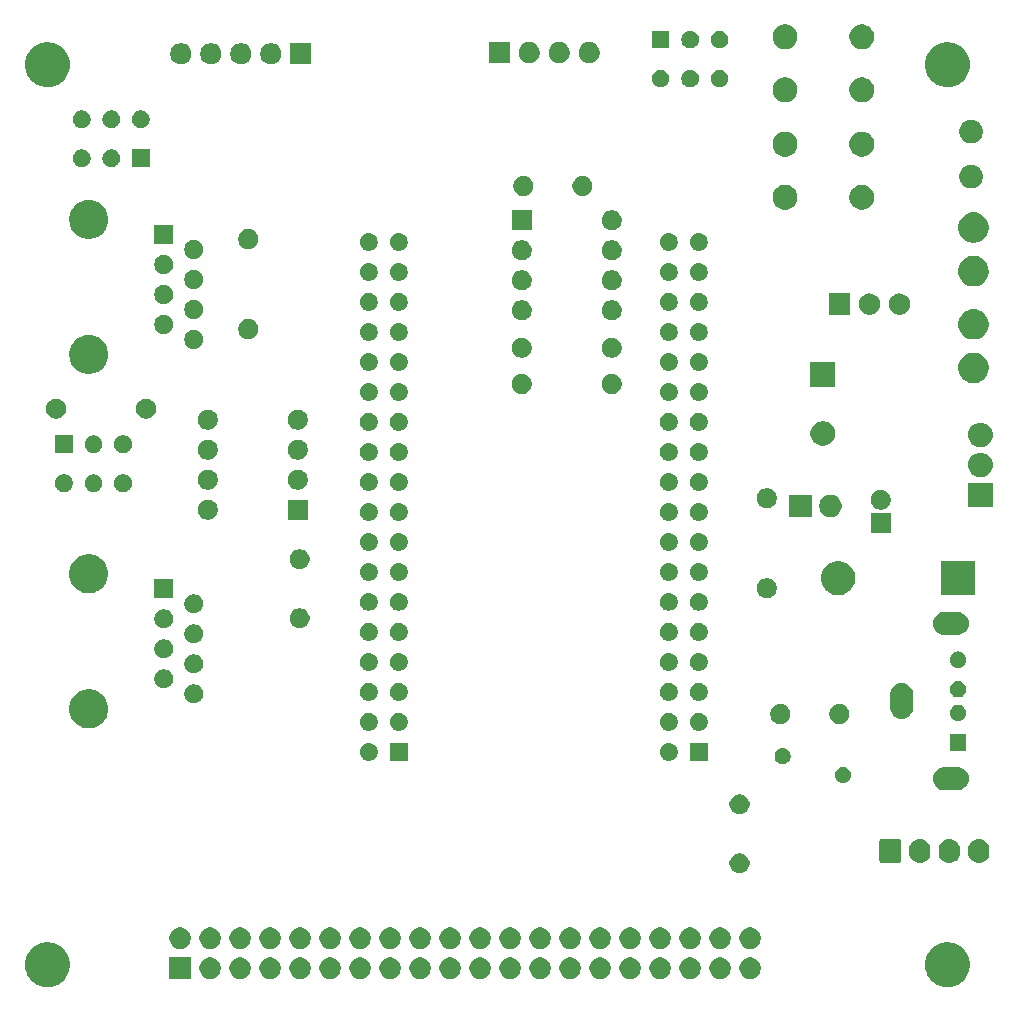
<source format=gbr>
G04 #@! TF.GenerationSoftware,KiCad,Pcbnew,(5.1.5)-3*
G04 #@! TF.CreationDate,2020-03-20T22:14:18-04:00*
G04 #@! TF.ProjectId,PB_16,50425f31-362e-46b6-9963-61645f706362,v2*
G04 #@! TF.SameCoordinates,Original*
G04 #@! TF.FileFunction,Soldermask,Top*
G04 #@! TF.FilePolarity,Negative*
%FSLAX46Y46*%
G04 Gerber Fmt 4.6, Leading zero omitted, Abs format (unit mm)*
G04 Created by KiCad (PCBNEW (5.1.5)-3) date 2020-03-20 22:14:18*
%MOMM*%
%LPD*%
G04 APERTURE LIST*
%ADD10C,0.100000*%
G04 APERTURE END LIST*
D10*
G36*
X244210866Y-114975527D02*
G01*
X244394501Y-115012054D01*
X244740461Y-115155356D01*
X245051817Y-115363397D01*
X245316603Y-115628183D01*
X245524644Y-115939539D01*
X245654339Y-116252648D01*
X245667946Y-116285500D01*
X245741000Y-116652767D01*
X245741000Y-117027233D01*
X245704473Y-117210866D01*
X245667946Y-117394501D01*
X245597188Y-117565324D01*
X245535140Y-117715123D01*
X245524644Y-117740461D01*
X245316603Y-118051817D01*
X245051817Y-118316603D01*
X244740461Y-118524644D01*
X244394501Y-118667946D01*
X244210866Y-118704473D01*
X244027233Y-118741000D01*
X243652767Y-118741000D01*
X243469134Y-118704473D01*
X243285499Y-118667946D01*
X242939539Y-118524644D01*
X242628183Y-118316603D01*
X242363397Y-118051817D01*
X242155356Y-117740461D01*
X242144861Y-117715123D01*
X242082812Y-117565324D01*
X242012054Y-117394501D01*
X241975527Y-117210866D01*
X241939000Y-117027233D01*
X241939000Y-116652767D01*
X242012054Y-116285500D01*
X242025662Y-116252648D01*
X242155356Y-115939539D01*
X242363397Y-115628183D01*
X242628183Y-115363397D01*
X242939539Y-115155356D01*
X243285499Y-115012054D01*
X243469134Y-114975527D01*
X243652767Y-114939000D01*
X244027233Y-114939000D01*
X244210866Y-114975527D01*
G37*
G36*
X168010866Y-114975527D02*
G01*
X168194501Y-115012054D01*
X168540461Y-115155356D01*
X168851817Y-115363397D01*
X169116603Y-115628183D01*
X169324644Y-115939539D01*
X169454339Y-116252648D01*
X169467946Y-116285500D01*
X169541000Y-116652767D01*
X169541000Y-117027233D01*
X169504473Y-117210866D01*
X169467946Y-117394501D01*
X169397188Y-117565324D01*
X169335140Y-117715123D01*
X169324644Y-117740461D01*
X169116603Y-118051817D01*
X168851817Y-118316603D01*
X168540461Y-118524644D01*
X168194501Y-118667946D01*
X168010866Y-118704473D01*
X167827233Y-118741000D01*
X167452767Y-118741000D01*
X167269134Y-118704473D01*
X167085499Y-118667946D01*
X166739539Y-118524644D01*
X166428183Y-118316603D01*
X166163397Y-118051817D01*
X165955356Y-117740461D01*
X165944861Y-117715123D01*
X165882812Y-117565324D01*
X165812054Y-117394501D01*
X165775527Y-117210866D01*
X165739000Y-117027233D01*
X165739000Y-116652767D01*
X165812054Y-116285500D01*
X165825662Y-116252648D01*
X165955356Y-115939539D01*
X166163397Y-115628183D01*
X166428183Y-115363397D01*
X166739539Y-115155356D01*
X167085499Y-115012054D01*
X167269134Y-114975527D01*
X167452767Y-114939000D01*
X167827233Y-114939000D01*
X168010866Y-114975527D01*
G37*
G36*
X227411378Y-116252647D02*
G01*
X227577824Y-116321591D01*
X227727622Y-116421683D01*
X227855017Y-116549078D01*
X227955109Y-116698876D01*
X228024053Y-116865322D01*
X228059200Y-117042018D01*
X228059200Y-117222182D01*
X228024053Y-117398878D01*
X227955109Y-117565324D01*
X227855017Y-117715122D01*
X227727622Y-117842517D01*
X227577824Y-117942609D01*
X227411378Y-118011553D01*
X227234682Y-118046700D01*
X227054518Y-118046700D01*
X226877822Y-118011553D01*
X226711376Y-117942609D01*
X226561578Y-117842517D01*
X226434183Y-117715122D01*
X226334091Y-117565324D01*
X226265147Y-117398878D01*
X226230000Y-117222182D01*
X226230000Y-117042018D01*
X226265147Y-116865322D01*
X226334091Y-116698876D01*
X226434183Y-116549078D01*
X226561578Y-116421683D01*
X226711376Y-116321591D01*
X226877822Y-116252647D01*
X227054518Y-116217500D01*
X227234682Y-116217500D01*
X227411378Y-116252647D01*
G37*
G36*
X222331378Y-116252647D02*
G01*
X222497824Y-116321591D01*
X222647622Y-116421683D01*
X222775017Y-116549078D01*
X222875109Y-116698876D01*
X222944053Y-116865322D01*
X222979200Y-117042018D01*
X222979200Y-117222182D01*
X222944053Y-117398878D01*
X222875109Y-117565324D01*
X222775017Y-117715122D01*
X222647622Y-117842517D01*
X222497824Y-117942609D01*
X222331378Y-118011553D01*
X222154682Y-118046700D01*
X221974518Y-118046700D01*
X221797822Y-118011553D01*
X221631376Y-117942609D01*
X221481578Y-117842517D01*
X221354183Y-117715122D01*
X221254091Y-117565324D01*
X221185147Y-117398878D01*
X221150000Y-117222182D01*
X221150000Y-117042018D01*
X221185147Y-116865322D01*
X221254091Y-116698876D01*
X221354183Y-116549078D01*
X221481578Y-116421683D01*
X221631376Y-116321591D01*
X221797822Y-116252647D01*
X221974518Y-116217500D01*
X222154682Y-116217500D01*
X222331378Y-116252647D01*
G37*
G36*
X181691378Y-116252647D02*
G01*
X181857824Y-116321591D01*
X182007622Y-116421683D01*
X182135017Y-116549078D01*
X182235109Y-116698876D01*
X182304053Y-116865322D01*
X182339200Y-117042018D01*
X182339200Y-117222182D01*
X182304053Y-117398878D01*
X182235109Y-117565324D01*
X182135017Y-117715122D01*
X182007622Y-117842517D01*
X181857824Y-117942609D01*
X181691378Y-118011553D01*
X181514682Y-118046700D01*
X181334518Y-118046700D01*
X181157822Y-118011553D01*
X180991376Y-117942609D01*
X180841578Y-117842517D01*
X180714183Y-117715122D01*
X180614091Y-117565324D01*
X180545147Y-117398878D01*
X180510000Y-117222182D01*
X180510000Y-117042018D01*
X180545147Y-116865322D01*
X180614091Y-116698876D01*
X180714183Y-116549078D01*
X180841578Y-116421683D01*
X180991376Y-116321591D01*
X181157822Y-116252647D01*
X181334518Y-116217500D01*
X181514682Y-116217500D01*
X181691378Y-116252647D01*
G37*
G36*
X179799200Y-118046700D02*
G01*
X177970000Y-118046700D01*
X177970000Y-116217500D01*
X179799200Y-116217500D01*
X179799200Y-118046700D01*
G37*
G36*
X184231378Y-116252647D02*
G01*
X184397824Y-116321591D01*
X184547622Y-116421683D01*
X184675017Y-116549078D01*
X184775109Y-116698876D01*
X184844053Y-116865322D01*
X184879200Y-117042018D01*
X184879200Y-117222182D01*
X184844053Y-117398878D01*
X184775109Y-117565324D01*
X184675017Y-117715122D01*
X184547622Y-117842517D01*
X184397824Y-117942609D01*
X184231378Y-118011553D01*
X184054682Y-118046700D01*
X183874518Y-118046700D01*
X183697822Y-118011553D01*
X183531376Y-117942609D01*
X183381578Y-117842517D01*
X183254183Y-117715122D01*
X183154091Y-117565324D01*
X183085147Y-117398878D01*
X183050000Y-117222182D01*
X183050000Y-117042018D01*
X183085147Y-116865322D01*
X183154091Y-116698876D01*
X183254183Y-116549078D01*
X183381578Y-116421683D01*
X183531376Y-116321591D01*
X183697822Y-116252647D01*
X183874518Y-116217500D01*
X184054682Y-116217500D01*
X184231378Y-116252647D01*
G37*
G36*
X186771378Y-116252647D02*
G01*
X186937824Y-116321591D01*
X187087622Y-116421683D01*
X187215017Y-116549078D01*
X187315109Y-116698876D01*
X187384053Y-116865322D01*
X187419200Y-117042018D01*
X187419200Y-117222182D01*
X187384053Y-117398878D01*
X187315109Y-117565324D01*
X187215017Y-117715122D01*
X187087622Y-117842517D01*
X186937824Y-117942609D01*
X186771378Y-118011553D01*
X186594682Y-118046700D01*
X186414518Y-118046700D01*
X186237822Y-118011553D01*
X186071376Y-117942609D01*
X185921578Y-117842517D01*
X185794183Y-117715122D01*
X185694091Y-117565324D01*
X185625147Y-117398878D01*
X185590000Y-117222182D01*
X185590000Y-117042018D01*
X185625147Y-116865322D01*
X185694091Y-116698876D01*
X185794183Y-116549078D01*
X185921578Y-116421683D01*
X186071376Y-116321591D01*
X186237822Y-116252647D01*
X186414518Y-116217500D01*
X186594682Y-116217500D01*
X186771378Y-116252647D01*
G37*
G36*
X189311378Y-116252647D02*
G01*
X189477824Y-116321591D01*
X189627622Y-116421683D01*
X189755017Y-116549078D01*
X189855109Y-116698876D01*
X189924053Y-116865322D01*
X189959200Y-117042018D01*
X189959200Y-117222182D01*
X189924053Y-117398878D01*
X189855109Y-117565324D01*
X189755017Y-117715122D01*
X189627622Y-117842517D01*
X189477824Y-117942609D01*
X189311378Y-118011553D01*
X189134682Y-118046700D01*
X188954518Y-118046700D01*
X188777822Y-118011553D01*
X188611376Y-117942609D01*
X188461578Y-117842517D01*
X188334183Y-117715122D01*
X188234091Y-117565324D01*
X188165147Y-117398878D01*
X188130000Y-117222182D01*
X188130000Y-117042018D01*
X188165147Y-116865322D01*
X188234091Y-116698876D01*
X188334183Y-116549078D01*
X188461578Y-116421683D01*
X188611376Y-116321591D01*
X188777822Y-116252647D01*
X188954518Y-116217500D01*
X189134682Y-116217500D01*
X189311378Y-116252647D01*
G37*
G36*
X191851378Y-116252647D02*
G01*
X192017824Y-116321591D01*
X192167622Y-116421683D01*
X192295017Y-116549078D01*
X192395109Y-116698876D01*
X192464053Y-116865322D01*
X192499200Y-117042018D01*
X192499200Y-117222182D01*
X192464053Y-117398878D01*
X192395109Y-117565324D01*
X192295017Y-117715122D01*
X192167622Y-117842517D01*
X192017824Y-117942609D01*
X191851378Y-118011553D01*
X191674682Y-118046700D01*
X191494518Y-118046700D01*
X191317822Y-118011553D01*
X191151376Y-117942609D01*
X191001578Y-117842517D01*
X190874183Y-117715122D01*
X190774091Y-117565324D01*
X190705147Y-117398878D01*
X190670000Y-117222182D01*
X190670000Y-117042018D01*
X190705147Y-116865322D01*
X190774091Y-116698876D01*
X190874183Y-116549078D01*
X191001578Y-116421683D01*
X191151376Y-116321591D01*
X191317822Y-116252647D01*
X191494518Y-116217500D01*
X191674682Y-116217500D01*
X191851378Y-116252647D01*
G37*
G36*
X194391378Y-116252647D02*
G01*
X194557824Y-116321591D01*
X194707622Y-116421683D01*
X194835017Y-116549078D01*
X194935109Y-116698876D01*
X195004053Y-116865322D01*
X195039200Y-117042018D01*
X195039200Y-117222182D01*
X195004053Y-117398878D01*
X194935109Y-117565324D01*
X194835017Y-117715122D01*
X194707622Y-117842517D01*
X194557824Y-117942609D01*
X194391378Y-118011553D01*
X194214682Y-118046700D01*
X194034518Y-118046700D01*
X193857822Y-118011553D01*
X193691376Y-117942609D01*
X193541578Y-117842517D01*
X193414183Y-117715122D01*
X193314091Y-117565324D01*
X193245147Y-117398878D01*
X193210000Y-117222182D01*
X193210000Y-117042018D01*
X193245147Y-116865322D01*
X193314091Y-116698876D01*
X193414183Y-116549078D01*
X193541578Y-116421683D01*
X193691376Y-116321591D01*
X193857822Y-116252647D01*
X194034518Y-116217500D01*
X194214682Y-116217500D01*
X194391378Y-116252647D01*
G37*
G36*
X196931378Y-116252647D02*
G01*
X197097824Y-116321591D01*
X197247622Y-116421683D01*
X197375017Y-116549078D01*
X197475109Y-116698876D01*
X197544053Y-116865322D01*
X197579200Y-117042018D01*
X197579200Y-117222182D01*
X197544053Y-117398878D01*
X197475109Y-117565324D01*
X197375017Y-117715122D01*
X197247622Y-117842517D01*
X197097824Y-117942609D01*
X196931378Y-118011553D01*
X196754682Y-118046700D01*
X196574518Y-118046700D01*
X196397822Y-118011553D01*
X196231376Y-117942609D01*
X196081578Y-117842517D01*
X195954183Y-117715122D01*
X195854091Y-117565324D01*
X195785147Y-117398878D01*
X195750000Y-117222182D01*
X195750000Y-117042018D01*
X195785147Y-116865322D01*
X195854091Y-116698876D01*
X195954183Y-116549078D01*
X196081578Y-116421683D01*
X196231376Y-116321591D01*
X196397822Y-116252647D01*
X196574518Y-116217500D01*
X196754682Y-116217500D01*
X196931378Y-116252647D01*
G37*
G36*
X199471378Y-116252647D02*
G01*
X199637824Y-116321591D01*
X199787622Y-116421683D01*
X199915017Y-116549078D01*
X200015109Y-116698876D01*
X200084053Y-116865322D01*
X200119200Y-117042018D01*
X200119200Y-117222182D01*
X200084053Y-117398878D01*
X200015109Y-117565324D01*
X199915017Y-117715122D01*
X199787622Y-117842517D01*
X199637824Y-117942609D01*
X199471378Y-118011553D01*
X199294682Y-118046700D01*
X199114518Y-118046700D01*
X198937822Y-118011553D01*
X198771376Y-117942609D01*
X198621578Y-117842517D01*
X198494183Y-117715122D01*
X198394091Y-117565324D01*
X198325147Y-117398878D01*
X198290000Y-117222182D01*
X198290000Y-117042018D01*
X198325147Y-116865322D01*
X198394091Y-116698876D01*
X198494183Y-116549078D01*
X198621578Y-116421683D01*
X198771376Y-116321591D01*
X198937822Y-116252647D01*
X199114518Y-116217500D01*
X199294682Y-116217500D01*
X199471378Y-116252647D01*
G37*
G36*
X204551378Y-116252647D02*
G01*
X204717824Y-116321591D01*
X204867622Y-116421683D01*
X204995017Y-116549078D01*
X205095109Y-116698876D01*
X205164053Y-116865322D01*
X205199200Y-117042018D01*
X205199200Y-117222182D01*
X205164053Y-117398878D01*
X205095109Y-117565324D01*
X204995017Y-117715122D01*
X204867622Y-117842517D01*
X204717824Y-117942609D01*
X204551378Y-118011553D01*
X204374682Y-118046700D01*
X204194518Y-118046700D01*
X204017822Y-118011553D01*
X203851376Y-117942609D01*
X203701578Y-117842517D01*
X203574183Y-117715122D01*
X203474091Y-117565324D01*
X203405147Y-117398878D01*
X203370000Y-117222182D01*
X203370000Y-117042018D01*
X203405147Y-116865322D01*
X203474091Y-116698876D01*
X203574183Y-116549078D01*
X203701578Y-116421683D01*
X203851376Y-116321591D01*
X204017822Y-116252647D01*
X204194518Y-116217500D01*
X204374682Y-116217500D01*
X204551378Y-116252647D01*
G37*
G36*
X207091378Y-116252647D02*
G01*
X207257824Y-116321591D01*
X207407622Y-116421683D01*
X207535017Y-116549078D01*
X207635109Y-116698876D01*
X207704053Y-116865322D01*
X207739200Y-117042018D01*
X207739200Y-117222182D01*
X207704053Y-117398878D01*
X207635109Y-117565324D01*
X207535017Y-117715122D01*
X207407622Y-117842517D01*
X207257824Y-117942609D01*
X207091378Y-118011553D01*
X206914682Y-118046700D01*
X206734518Y-118046700D01*
X206557822Y-118011553D01*
X206391376Y-117942609D01*
X206241578Y-117842517D01*
X206114183Y-117715122D01*
X206014091Y-117565324D01*
X205945147Y-117398878D01*
X205910000Y-117222182D01*
X205910000Y-117042018D01*
X205945147Y-116865322D01*
X206014091Y-116698876D01*
X206114183Y-116549078D01*
X206241578Y-116421683D01*
X206391376Y-116321591D01*
X206557822Y-116252647D01*
X206734518Y-116217500D01*
X206914682Y-116217500D01*
X207091378Y-116252647D01*
G37*
G36*
X209631378Y-116252647D02*
G01*
X209797824Y-116321591D01*
X209947622Y-116421683D01*
X210075017Y-116549078D01*
X210175109Y-116698876D01*
X210244053Y-116865322D01*
X210279200Y-117042018D01*
X210279200Y-117222182D01*
X210244053Y-117398878D01*
X210175109Y-117565324D01*
X210075017Y-117715122D01*
X209947622Y-117842517D01*
X209797824Y-117942609D01*
X209631378Y-118011553D01*
X209454682Y-118046700D01*
X209274518Y-118046700D01*
X209097822Y-118011553D01*
X208931376Y-117942609D01*
X208781578Y-117842517D01*
X208654183Y-117715122D01*
X208554091Y-117565324D01*
X208485147Y-117398878D01*
X208450000Y-117222182D01*
X208450000Y-117042018D01*
X208485147Y-116865322D01*
X208554091Y-116698876D01*
X208654183Y-116549078D01*
X208781578Y-116421683D01*
X208931376Y-116321591D01*
X209097822Y-116252647D01*
X209274518Y-116217500D01*
X209454682Y-116217500D01*
X209631378Y-116252647D01*
G37*
G36*
X212171378Y-116252647D02*
G01*
X212337824Y-116321591D01*
X212487622Y-116421683D01*
X212615017Y-116549078D01*
X212715109Y-116698876D01*
X212784053Y-116865322D01*
X212819200Y-117042018D01*
X212819200Y-117222182D01*
X212784053Y-117398878D01*
X212715109Y-117565324D01*
X212615017Y-117715122D01*
X212487622Y-117842517D01*
X212337824Y-117942609D01*
X212171378Y-118011553D01*
X211994682Y-118046700D01*
X211814518Y-118046700D01*
X211637822Y-118011553D01*
X211471376Y-117942609D01*
X211321578Y-117842517D01*
X211194183Y-117715122D01*
X211094091Y-117565324D01*
X211025147Y-117398878D01*
X210990000Y-117222182D01*
X210990000Y-117042018D01*
X211025147Y-116865322D01*
X211094091Y-116698876D01*
X211194183Y-116549078D01*
X211321578Y-116421683D01*
X211471376Y-116321591D01*
X211637822Y-116252647D01*
X211814518Y-116217500D01*
X211994682Y-116217500D01*
X212171378Y-116252647D01*
G37*
G36*
X214711378Y-116252647D02*
G01*
X214877824Y-116321591D01*
X215027622Y-116421683D01*
X215155017Y-116549078D01*
X215255109Y-116698876D01*
X215324053Y-116865322D01*
X215359200Y-117042018D01*
X215359200Y-117222182D01*
X215324053Y-117398878D01*
X215255109Y-117565324D01*
X215155017Y-117715122D01*
X215027622Y-117842517D01*
X214877824Y-117942609D01*
X214711378Y-118011553D01*
X214534682Y-118046700D01*
X214354518Y-118046700D01*
X214177822Y-118011553D01*
X214011376Y-117942609D01*
X213861578Y-117842517D01*
X213734183Y-117715122D01*
X213634091Y-117565324D01*
X213565147Y-117398878D01*
X213530000Y-117222182D01*
X213530000Y-117042018D01*
X213565147Y-116865322D01*
X213634091Y-116698876D01*
X213734183Y-116549078D01*
X213861578Y-116421683D01*
X214011376Y-116321591D01*
X214177822Y-116252647D01*
X214354518Y-116217500D01*
X214534682Y-116217500D01*
X214711378Y-116252647D01*
G37*
G36*
X217251378Y-116252647D02*
G01*
X217417824Y-116321591D01*
X217567622Y-116421683D01*
X217695017Y-116549078D01*
X217795109Y-116698876D01*
X217864053Y-116865322D01*
X217899200Y-117042018D01*
X217899200Y-117222182D01*
X217864053Y-117398878D01*
X217795109Y-117565324D01*
X217695017Y-117715122D01*
X217567622Y-117842517D01*
X217417824Y-117942609D01*
X217251378Y-118011553D01*
X217074682Y-118046700D01*
X216894518Y-118046700D01*
X216717822Y-118011553D01*
X216551376Y-117942609D01*
X216401578Y-117842517D01*
X216274183Y-117715122D01*
X216174091Y-117565324D01*
X216105147Y-117398878D01*
X216070000Y-117222182D01*
X216070000Y-117042018D01*
X216105147Y-116865322D01*
X216174091Y-116698876D01*
X216274183Y-116549078D01*
X216401578Y-116421683D01*
X216551376Y-116321591D01*
X216717822Y-116252647D01*
X216894518Y-116217500D01*
X217074682Y-116217500D01*
X217251378Y-116252647D01*
G37*
G36*
X219791378Y-116252647D02*
G01*
X219957824Y-116321591D01*
X220107622Y-116421683D01*
X220235017Y-116549078D01*
X220335109Y-116698876D01*
X220404053Y-116865322D01*
X220439200Y-117042018D01*
X220439200Y-117222182D01*
X220404053Y-117398878D01*
X220335109Y-117565324D01*
X220235017Y-117715122D01*
X220107622Y-117842517D01*
X219957824Y-117942609D01*
X219791378Y-118011553D01*
X219614682Y-118046700D01*
X219434518Y-118046700D01*
X219257822Y-118011553D01*
X219091376Y-117942609D01*
X218941578Y-117842517D01*
X218814183Y-117715122D01*
X218714091Y-117565324D01*
X218645147Y-117398878D01*
X218610000Y-117222182D01*
X218610000Y-117042018D01*
X218645147Y-116865322D01*
X218714091Y-116698876D01*
X218814183Y-116549078D01*
X218941578Y-116421683D01*
X219091376Y-116321591D01*
X219257822Y-116252647D01*
X219434518Y-116217500D01*
X219614682Y-116217500D01*
X219791378Y-116252647D01*
G37*
G36*
X224871378Y-116252647D02*
G01*
X225037824Y-116321591D01*
X225187622Y-116421683D01*
X225315017Y-116549078D01*
X225415109Y-116698876D01*
X225484053Y-116865322D01*
X225519200Y-117042018D01*
X225519200Y-117222182D01*
X225484053Y-117398878D01*
X225415109Y-117565324D01*
X225315017Y-117715122D01*
X225187622Y-117842517D01*
X225037824Y-117942609D01*
X224871378Y-118011553D01*
X224694682Y-118046700D01*
X224514518Y-118046700D01*
X224337822Y-118011553D01*
X224171376Y-117942609D01*
X224021578Y-117842517D01*
X223894183Y-117715122D01*
X223794091Y-117565324D01*
X223725147Y-117398878D01*
X223690000Y-117222182D01*
X223690000Y-117042018D01*
X223725147Y-116865322D01*
X223794091Y-116698876D01*
X223894183Y-116549078D01*
X224021578Y-116421683D01*
X224171376Y-116321591D01*
X224337822Y-116252647D01*
X224514518Y-116217500D01*
X224694682Y-116217500D01*
X224871378Y-116252647D01*
G37*
G36*
X202011378Y-116252647D02*
G01*
X202177824Y-116321591D01*
X202327622Y-116421683D01*
X202455017Y-116549078D01*
X202555109Y-116698876D01*
X202624053Y-116865322D01*
X202659200Y-117042018D01*
X202659200Y-117222182D01*
X202624053Y-117398878D01*
X202555109Y-117565324D01*
X202455017Y-117715122D01*
X202327622Y-117842517D01*
X202177824Y-117942609D01*
X202011378Y-118011553D01*
X201834682Y-118046700D01*
X201654518Y-118046700D01*
X201477822Y-118011553D01*
X201311376Y-117942609D01*
X201161578Y-117842517D01*
X201034183Y-117715122D01*
X200934091Y-117565324D01*
X200865147Y-117398878D01*
X200830000Y-117222182D01*
X200830000Y-117042018D01*
X200865147Y-116865322D01*
X200934091Y-116698876D01*
X201034183Y-116549078D01*
X201161578Y-116421683D01*
X201311376Y-116321591D01*
X201477822Y-116252647D01*
X201654518Y-116217500D01*
X201834682Y-116217500D01*
X202011378Y-116252647D01*
G37*
G36*
X181691378Y-113712647D02*
G01*
X181857824Y-113781591D01*
X182007622Y-113881683D01*
X182135017Y-114009078D01*
X182235109Y-114158876D01*
X182304053Y-114325322D01*
X182339200Y-114502018D01*
X182339200Y-114682182D01*
X182304053Y-114858878D01*
X182235109Y-115025324D01*
X182135017Y-115175122D01*
X182007622Y-115302517D01*
X181857824Y-115402609D01*
X181691378Y-115471553D01*
X181514682Y-115506700D01*
X181334518Y-115506700D01*
X181157822Y-115471553D01*
X180991376Y-115402609D01*
X180841578Y-115302517D01*
X180714183Y-115175122D01*
X180614091Y-115025324D01*
X180545147Y-114858878D01*
X180510000Y-114682182D01*
X180510000Y-114502018D01*
X180545147Y-114325322D01*
X180614091Y-114158876D01*
X180714183Y-114009078D01*
X180841578Y-113881683D01*
X180991376Y-113781591D01*
X181157822Y-113712647D01*
X181334518Y-113677500D01*
X181514682Y-113677500D01*
X181691378Y-113712647D01*
G37*
G36*
X224871378Y-113712647D02*
G01*
X225037824Y-113781591D01*
X225187622Y-113881683D01*
X225315017Y-114009078D01*
X225415109Y-114158876D01*
X225484053Y-114325322D01*
X225519200Y-114502018D01*
X225519200Y-114682182D01*
X225484053Y-114858878D01*
X225415109Y-115025324D01*
X225315017Y-115175122D01*
X225187622Y-115302517D01*
X225037824Y-115402609D01*
X224871378Y-115471553D01*
X224694682Y-115506700D01*
X224514518Y-115506700D01*
X224337822Y-115471553D01*
X224171376Y-115402609D01*
X224021578Y-115302517D01*
X223894183Y-115175122D01*
X223794091Y-115025324D01*
X223725147Y-114858878D01*
X223690000Y-114682182D01*
X223690000Y-114502018D01*
X223725147Y-114325322D01*
X223794091Y-114158876D01*
X223894183Y-114009078D01*
X224021578Y-113881683D01*
X224171376Y-113781591D01*
X224337822Y-113712647D01*
X224514518Y-113677500D01*
X224694682Y-113677500D01*
X224871378Y-113712647D01*
G37*
G36*
X209631378Y-113712647D02*
G01*
X209797824Y-113781591D01*
X209947622Y-113881683D01*
X210075017Y-114009078D01*
X210175109Y-114158876D01*
X210244053Y-114325322D01*
X210279200Y-114502018D01*
X210279200Y-114682182D01*
X210244053Y-114858878D01*
X210175109Y-115025324D01*
X210075017Y-115175122D01*
X209947622Y-115302517D01*
X209797824Y-115402609D01*
X209631378Y-115471553D01*
X209454682Y-115506700D01*
X209274518Y-115506700D01*
X209097822Y-115471553D01*
X208931376Y-115402609D01*
X208781578Y-115302517D01*
X208654183Y-115175122D01*
X208554091Y-115025324D01*
X208485147Y-114858878D01*
X208450000Y-114682182D01*
X208450000Y-114502018D01*
X208485147Y-114325322D01*
X208554091Y-114158876D01*
X208654183Y-114009078D01*
X208781578Y-113881683D01*
X208931376Y-113781591D01*
X209097822Y-113712647D01*
X209274518Y-113677500D01*
X209454682Y-113677500D01*
X209631378Y-113712647D01*
G37*
G36*
X179151378Y-113712647D02*
G01*
X179317824Y-113781591D01*
X179467622Y-113881683D01*
X179595017Y-114009078D01*
X179695109Y-114158876D01*
X179764053Y-114325322D01*
X179799200Y-114502018D01*
X179799200Y-114682182D01*
X179764053Y-114858878D01*
X179695109Y-115025324D01*
X179595017Y-115175122D01*
X179467622Y-115302517D01*
X179317824Y-115402609D01*
X179151378Y-115471553D01*
X178974682Y-115506700D01*
X178794518Y-115506700D01*
X178617822Y-115471553D01*
X178451376Y-115402609D01*
X178301578Y-115302517D01*
X178174183Y-115175122D01*
X178074091Y-115025324D01*
X178005147Y-114858878D01*
X177970000Y-114682182D01*
X177970000Y-114502018D01*
X178005147Y-114325322D01*
X178074091Y-114158876D01*
X178174183Y-114009078D01*
X178301578Y-113881683D01*
X178451376Y-113781591D01*
X178617822Y-113712647D01*
X178794518Y-113677500D01*
X178974682Y-113677500D01*
X179151378Y-113712647D01*
G37*
G36*
X212171378Y-113712647D02*
G01*
X212337824Y-113781591D01*
X212487622Y-113881683D01*
X212615017Y-114009078D01*
X212715109Y-114158876D01*
X212784053Y-114325322D01*
X212819200Y-114502018D01*
X212819200Y-114682182D01*
X212784053Y-114858878D01*
X212715109Y-115025324D01*
X212615017Y-115175122D01*
X212487622Y-115302517D01*
X212337824Y-115402609D01*
X212171378Y-115471553D01*
X211994682Y-115506700D01*
X211814518Y-115506700D01*
X211637822Y-115471553D01*
X211471376Y-115402609D01*
X211321578Y-115302517D01*
X211194183Y-115175122D01*
X211094091Y-115025324D01*
X211025147Y-114858878D01*
X210990000Y-114682182D01*
X210990000Y-114502018D01*
X211025147Y-114325322D01*
X211094091Y-114158876D01*
X211194183Y-114009078D01*
X211321578Y-113881683D01*
X211471376Y-113781591D01*
X211637822Y-113712647D01*
X211814518Y-113677500D01*
X211994682Y-113677500D01*
X212171378Y-113712647D01*
G37*
G36*
X227411378Y-113712647D02*
G01*
X227577824Y-113781591D01*
X227727622Y-113881683D01*
X227855017Y-114009078D01*
X227955109Y-114158876D01*
X228024053Y-114325322D01*
X228059200Y-114502018D01*
X228059200Y-114682182D01*
X228024053Y-114858878D01*
X227955109Y-115025324D01*
X227855017Y-115175122D01*
X227727622Y-115302517D01*
X227577824Y-115402609D01*
X227411378Y-115471553D01*
X227234682Y-115506700D01*
X227054518Y-115506700D01*
X226877822Y-115471553D01*
X226711376Y-115402609D01*
X226561578Y-115302517D01*
X226434183Y-115175122D01*
X226334091Y-115025324D01*
X226265147Y-114858878D01*
X226230000Y-114682182D01*
X226230000Y-114502018D01*
X226265147Y-114325322D01*
X226334091Y-114158876D01*
X226434183Y-114009078D01*
X226561578Y-113881683D01*
X226711376Y-113781591D01*
X226877822Y-113712647D01*
X227054518Y-113677500D01*
X227234682Y-113677500D01*
X227411378Y-113712647D01*
G37*
G36*
X219791378Y-113712647D02*
G01*
X219957824Y-113781591D01*
X220107622Y-113881683D01*
X220235017Y-114009078D01*
X220335109Y-114158876D01*
X220404053Y-114325322D01*
X220439200Y-114502018D01*
X220439200Y-114682182D01*
X220404053Y-114858878D01*
X220335109Y-115025324D01*
X220235017Y-115175122D01*
X220107622Y-115302517D01*
X219957824Y-115402609D01*
X219791378Y-115471553D01*
X219614682Y-115506700D01*
X219434518Y-115506700D01*
X219257822Y-115471553D01*
X219091376Y-115402609D01*
X218941578Y-115302517D01*
X218814183Y-115175122D01*
X218714091Y-115025324D01*
X218645147Y-114858878D01*
X218610000Y-114682182D01*
X218610000Y-114502018D01*
X218645147Y-114325322D01*
X218714091Y-114158876D01*
X218814183Y-114009078D01*
X218941578Y-113881683D01*
X219091376Y-113781591D01*
X219257822Y-113712647D01*
X219434518Y-113677500D01*
X219614682Y-113677500D01*
X219791378Y-113712647D01*
G37*
G36*
X222331378Y-113712647D02*
G01*
X222497824Y-113781591D01*
X222647622Y-113881683D01*
X222775017Y-114009078D01*
X222875109Y-114158876D01*
X222944053Y-114325322D01*
X222979200Y-114502018D01*
X222979200Y-114682182D01*
X222944053Y-114858878D01*
X222875109Y-115025324D01*
X222775017Y-115175122D01*
X222647622Y-115302517D01*
X222497824Y-115402609D01*
X222331378Y-115471553D01*
X222154682Y-115506700D01*
X221974518Y-115506700D01*
X221797822Y-115471553D01*
X221631376Y-115402609D01*
X221481578Y-115302517D01*
X221354183Y-115175122D01*
X221254091Y-115025324D01*
X221185147Y-114858878D01*
X221150000Y-114682182D01*
X221150000Y-114502018D01*
X221185147Y-114325322D01*
X221254091Y-114158876D01*
X221354183Y-114009078D01*
X221481578Y-113881683D01*
X221631376Y-113781591D01*
X221797822Y-113712647D01*
X221974518Y-113677500D01*
X222154682Y-113677500D01*
X222331378Y-113712647D01*
G37*
G36*
X217251378Y-113712647D02*
G01*
X217417824Y-113781591D01*
X217567622Y-113881683D01*
X217695017Y-114009078D01*
X217795109Y-114158876D01*
X217864053Y-114325322D01*
X217899200Y-114502018D01*
X217899200Y-114682182D01*
X217864053Y-114858878D01*
X217795109Y-115025324D01*
X217695017Y-115175122D01*
X217567622Y-115302517D01*
X217417824Y-115402609D01*
X217251378Y-115471553D01*
X217074682Y-115506700D01*
X216894518Y-115506700D01*
X216717822Y-115471553D01*
X216551376Y-115402609D01*
X216401578Y-115302517D01*
X216274183Y-115175122D01*
X216174091Y-115025324D01*
X216105147Y-114858878D01*
X216070000Y-114682182D01*
X216070000Y-114502018D01*
X216105147Y-114325322D01*
X216174091Y-114158876D01*
X216274183Y-114009078D01*
X216401578Y-113881683D01*
X216551376Y-113781591D01*
X216717822Y-113712647D01*
X216894518Y-113677500D01*
X217074682Y-113677500D01*
X217251378Y-113712647D01*
G37*
G36*
X214711378Y-113712647D02*
G01*
X214877824Y-113781591D01*
X215027622Y-113881683D01*
X215155017Y-114009078D01*
X215255109Y-114158876D01*
X215324053Y-114325322D01*
X215359200Y-114502018D01*
X215359200Y-114682182D01*
X215324053Y-114858878D01*
X215255109Y-115025324D01*
X215155017Y-115175122D01*
X215027622Y-115302517D01*
X214877824Y-115402609D01*
X214711378Y-115471553D01*
X214534682Y-115506700D01*
X214354518Y-115506700D01*
X214177822Y-115471553D01*
X214011376Y-115402609D01*
X213861578Y-115302517D01*
X213734183Y-115175122D01*
X213634091Y-115025324D01*
X213565147Y-114858878D01*
X213530000Y-114682182D01*
X213530000Y-114502018D01*
X213565147Y-114325322D01*
X213634091Y-114158876D01*
X213734183Y-114009078D01*
X213861578Y-113881683D01*
X214011376Y-113781591D01*
X214177822Y-113712647D01*
X214354518Y-113677500D01*
X214534682Y-113677500D01*
X214711378Y-113712647D01*
G37*
G36*
X184231378Y-113712647D02*
G01*
X184397824Y-113781591D01*
X184547622Y-113881683D01*
X184675017Y-114009078D01*
X184775109Y-114158876D01*
X184844053Y-114325322D01*
X184879200Y-114502018D01*
X184879200Y-114682182D01*
X184844053Y-114858878D01*
X184775109Y-115025324D01*
X184675017Y-115175122D01*
X184547622Y-115302517D01*
X184397824Y-115402609D01*
X184231378Y-115471553D01*
X184054682Y-115506700D01*
X183874518Y-115506700D01*
X183697822Y-115471553D01*
X183531376Y-115402609D01*
X183381578Y-115302517D01*
X183254183Y-115175122D01*
X183154091Y-115025324D01*
X183085147Y-114858878D01*
X183050000Y-114682182D01*
X183050000Y-114502018D01*
X183085147Y-114325322D01*
X183154091Y-114158876D01*
X183254183Y-114009078D01*
X183381578Y-113881683D01*
X183531376Y-113781591D01*
X183697822Y-113712647D01*
X183874518Y-113677500D01*
X184054682Y-113677500D01*
X184231378Y-113712647D01*
G37*
G36*
X204551378Y-113712647D02*
G01*
X204717824Y-113781591D01*
X204867622Y-113881683D01*
X204995017Y-114009078D01*
X205095109Y-114158876D01*
X205164053Y-114325322D01*
X205199200Y-114502018D01*
X205199200Y-114682182D01*
X205164053Y-114858878D01*
X205095109Y-115025324D01*
X204995017Y-115175122D01*
X204867622Y-115302517D01*
X204717824Y-115402609D01*
X204551378Y-115471553D01*
X204374682Y-115506700D01*
X204194518Y-115506700D01*
X204017822Y-115471553D01*
X203851376Y-115402609D01*
X203701578Y-115302517D01*
X203574183Y-115175122D01*
X203474091Y-115025324D01*
X203405147Y-114858878D01*
X203370000Y-114682182D01*
X203370000Y-114502018D01*
X203405147Y-114325322D01*
X203474091Y-114158876D01*
X203574183Y-114009078D01*
X203701578Y-113881683D01*
X203851376Y-113781591D01*
X204017822Y-113712647D01*
X204194518Y-113677500D01*
X204374682Y-113677500D01*
X204551378Y-113712647D01*
G37*
G36*
X186771378Y-113712647D02*
G01*
X186937824Y-113781591D01*
X187087622Y-113881683D01*
X187215017Y-114009078D01*
X187315109Y-114158876D01*
X187384053Y-114325322D01*
X187419200Y-114502018D01*
X187419200Y-114682182D01*
X187384053Y-114858878D01*
X187315109Y-115025324D01*
X187215017Y-115175122D01*
X187087622Y-115302517D01*
X186937824Y-115402609D01*
X186771378Y-115471553D01*
X186594682Y-115506700D01*
X186414518Y-115506700D01*
X186237822Y-115471553D01*
X186071376Y-115402609D01*
X185921578Y-115302517D01*
X185794183Y-115175122D01*
X185694091Y-115025324D01*
X185625147Y-114858878D01*
X185590000Y-114682182D01*
X185590000Y-114502018D01*
X185625147Y-114325322D01*
X185694091Y-114158876D01*
X185794183Y-114009078D01*
X185921578Y-113881683D01*
X186071376Y-113781591D01*
X186237822Y-113712647D01*
X186414518Y-113677500D01*
X186594682Y-113677500D01*
X186771378Y-113712647D01*
G37*
G36*
X194391378Y-113712647D02*
G01*
X194557824Y-113781591D01*
X194707622Y-113881683D01*
X194835017Y-114009078D01*
X194935109Y-114158876D01*
X195004053Y-114325322D01*
X195039200Y-114502018D01*
X195039200Y-114682182D01*
X195004053Y-114858878D01*
X194935109Y-115025324D01*
X194835017Y-115175122D01*
X194707622Y-115302517D01*
X194557824Y-115402609D01*
X194391378Y-115471553D01*
X194214682Y-115506700D01*
X194034518Y-115506700D01*
X193857822Y-115471553D01*
X193691376Y-115402609D01*
X193541578Y-115302517D01*
X193414183Y-115175122D01*
X193314091Y-115025324D01*
X193245147Y-114858878D01*
X193210000Y-114682182D01*
X193210000Y-114502018D01*
X193245147Y-114325322D01*
X193314091Y-114158876D01*
X193414183Y-114009078D01*
X193541578Y-113881683D01*
X193691376Y-113781591D01*
X193857822Y-113712647D01*
X194034518Y-113677500D01*
X194214682Y-113677500D01*
X194391378Y-113712647D01*
G37*
G36*
X196931378Y-113712647D02*
G01*
X197097824Y-113781591D01*
X197247622Y-113881683D01*
X197375017Y-114009078D01*
X197475109Y-114158876D01*
X197544053Y-114325322D01*
X197579200Y-114502018D01*
X197579200Y-114682182D01*
X197544053Y-114858878D01*
X197475109Y-115025324D01*
X197375017Y-115175122D01*
X197247622Y-115302517D01*
X197097824Y-115402609D01*
X196931378Y-115471553D01*
X196754682Y-115506700D01*
X196574518Y-115506700D01*
X196397822Y-115471553D01*
X196231376Y-115402609D01*
X196081578Y-115302517D01*
X195954183Y-115175122D01*
X195854091Y-115025324D01*
X195785147Y-114858878D01*
X195750000Y-114682182D01*
X195750000Y-114502018D01*
X195785147Y-114325322D01*
X195854091Y-114158876D01*
X195954183Y-114009078D01*
X196081578Y-113881683D01*
X196231376Y-113781591D01*
X196397822Y-113712647D01*
X196574518Y-113677500D01*
X196754682Y-113677500D01*
X196931378Y-113712647D01*
G37*
G36*
X191851378Y-113712647D02*
G01*
X192017824Y-113781591D01*
X192167622Y-113881683D01*
X192295017Y-114009078D01*
X192395109Y-114158876D01*
X192464053Y-114325322D01*
X192499200Y-114502018D01*
X192499200Y-114682182D01*
X192464053Y-114858878D01*
X192395109Y-115025324D01*
X192295017Y-115175122D01*
X192167622Y-115302517D01*
X192017824Y-115402609D01*
X191851378Y-115471553D01*
X191674682Y-115506700D01*
X191494518Y-115506700D01*
X191317822Y-115471553D01*
X191151376Y-115402609D01*
X191001578Y-115302517D01*
X190874183Y-115175122D01*
X190774091Y-115025324D01*
X190705147Y-114858878D01*
X190670000Y-114682182D01*
X190670000Y-114502018D01*
X190705147Y-114325322D01*
X190774091Y-114158876D01*
X190874183Y-114009078D01*
X191001578Y-113881683D01*
X191151376Y-113781591D01*
X191317822Y-113712647D01*
X191494518Y-113677500D01*
X191674682Y-113677500D01*
X191851378Y-113712647D01*
G37*
G36*
X199471378Y-113712647D02*
G01*
X199637824Y-113781591D01*
X199787622Y-113881683D01*
X199915017Y-114009078D01*
X200015109Y-114158876D01*
X200084053Y-114325322D01*
X200119200Y-114502018D01*
X200119200Y-114682182D01*
X200084053Y-114858878D01*
X200015109Y-115025324D01*
X199915017Y-115175122D01*
X199787622Y-115302517D01*
X199637824Y-115402609D01*
X199471378Y-115471553D01*
X199294682Y-115506700D01*
X199114518Y-115506700D01*
X198937822Y-115471553D01*
X198771376Y-115402609D01*
X198621578Y-115302517D01*
X198494183Y-115175122D01*
X198394091Y-115025324D01*
X198325147Y-114858878D01*
X198290000Y-114682182D01*
X198290000Y-114502018D01*
X198325147Y-114325322D01*
X198394091Y-114158876D01*
X198494183Y-114009078D01*
X198621578Y-113881683D01*
X198771376Y-113781591D01*
X198937822Y-113712647D01*
X199114518Y-113677500D01*
X199294682Y-113677500D01*
X199471378Y-113712647D01*
G37*
G36*
X202011378Y-113712647D02*
G01*
X202177824Y-113781591D01*
X202327622Y-113881683D01*
X202455017Y-114009078D01*
X202555109Y-114158876D01*
X202624053Y-114325322D01*
X202659200Y-114502018D01*
X202659200Y-114682182D01*
X202624053Y-114858878D01*
X202555109Y-115025324D01*
X202455017Y-115175122D01*
X202327622Y-115302517D01*
X202177824Y-115402609D01*
X202011378Y-115471553D01*
X201834682Y-115506700D01*
X201654518Y-115506700D01*
X201477822Y-115471553D01*
X201311376Y-115402609D01*
X201161578Y-115302517D01*
X201034183Y-115175122D01*
X200934091Y-115025324D01*
X200865147Y-114858878D01*
X200830000Y-114682182D01*
X200830000Y-114502018D01*
X200865147Y-114325322D01*
X200934091Y-114158876D01*
X201034183Y-114009078D01*
X201161578Y-113881683D01*
X201311376Y-113781591D01*
X201477822Y-113712647D01*
X201654518Y-113677500D01*
X201834682Y-113677500D01*
X202011378Y-113712647D01*
G37*
G36*
X189311378Y-113712647D02*
G01*
X189477824Y-113781591D01*
X189627622Y-113881683D01*
X189755017Y-114009078D01*
X189855109Y-114158876D01*
X189924053Y-114325322D01*
X189959200Y-114502018D01*
X189959200Y-114682182D01*
X189924053Y-114858878D01*
X189855109Y-115025324D01*
X189755017Y-115175122D01*
X189627622Y-115302517D01*
X189477824Y-115402609D01*
X189311378Y-115471553D01*
X189134682Y-115506700D01*
X188954518Y-115506700D01*
X188777822Y-115471553D01*
X188611376Y-115402609D01*
X188461578Y-115302517D01*
X188334183Y-115175122D01*
X188234091Y-115025324D01*
X188165147Y-114858878D01*
X188130000Y-114682182D01*
X188130000Y-114502018D01*
X188165147Y-114325322D01*
X188234091Y-114158876D01*
X188334183Y-114009078D01*
X188461578Y-113881683D01*
X188611376Y-113781591D01*
X188777822Y-113712647D01*
X188954518Y-113677500D01*
X189134682Y-113677500D01*
X189311378Y-113712647D01*
G37*
G36*
X207091378Y-113712647D02*
G01*
X207257824Y-113781591D01*
X207407622Y-113881683D01*
X207535017Y-114009078D01*
X207635109Y-114158876D01*
X207704053Y-114325322D01*
X207739200Y-114502018D01*
X207739200Y-114682182D01*
X207704053Y-114858878D01*
X207635109Y-115025324D01*
X207535017Y-115175122D01*
X207407622Y-115302517D01*
X207257824Y-115402609D01*
X207091378Y-115471553D01*
X206914682Y-115506700D01*
X206734518Y-115506700D01*
X206557822Y-115471553D01*
X206391376Y-115402609D01*
X206241578Y-115302517D01*
X206114183Y-115175122D01*
X206014091Y-115025324D01*
X205945147Y-114858878D01*
X205910000Y-114682182D01*
X205910000Y-114502018D01*
X205945147Y-114325322D01*
X206014091Y-114158876D01*
X206114183Y-114009078D01*
X206241578Y-113881683D01*
X206391376Y-113781591D01*
X206557822Y-113712647D01*
X206734518Y-113677500D01*
X206914682Y-113677500D01*
X207091378Y-113712647D01*
G37*
G36*
X226498228Y-107431703D02*
G01*
X226653100Y-107495853D01*
X226792481Y-107588985D01*
X226911015Y-107707519D01*
X227004147Y-107846900D01*
X227068297Y-108001772D01*
X227101000Y-108166184D01*
X227101000Y-108333816D01*
X227068297Y-108498228D01*
X227004147Y-108653100D01*
X226911015Y-108792481D01*
X226792481Y-108911015D01*
X226653100Y-109004147D01*
X226498228Y-109068297D01*
X226333816Y-109101000D01*
X226166184Y-109101000D01*
X226001772Y-109068297D01*
X225846900Y-109004147D01*
X225707519Y-108911015D01*
X225588985Y-108792481D01*
X225495853Y-108653100D01*
X225431703Y-108498228D01*
X225399000Y-108333816D01*
X225399000Y-108166184D01*
X225431703Y-108001772D01*
X225495853Y-107846900D01*
X225588985Y-107707519D01*
X225707519Y-107588985D01*
X225846900Y-107495853D01*
X226001772Y-107431703D01*
X226166184Y-107399000D01*
X226333816Y-107399000D01*
X226498228Y-107431703D01*
G37*
G36*
X241676626Y-106187037D02*
G01*
X241846465Y-106238557D01*
X241846467Y-106238558D01*
X242002989Y-106322221D01*
X242140186Y-106434814D01*
X242223448Y-106536271D01*
X242252778Y-106572009D01*
X242336443Y-106728534D01*
X242387963Y-106898373D01*
X242401000Y-107030742D01*
X242401000Y-107369257D01*
X242387963Y-107501626D01*
X242336443Y-107671466D01*
X242252778Y-107827991D01*
X242237257Y-107846903D01*
X242140186Y-107965186D01*
X242045250Y-108043097D01*
X242002991Y-108077778D01*
X241846466Y-108161443D01*
X241676627Y-108212963D01*
X241500000Y-108230359D01*
X241323374Y-108212963D01*
X241153535Y-108161443D01*
X240997010Y-108077778D01*
X240859815Y-107965185D01*
X240747222Y-107827991D01*
X240663557Y-107671466D01*
X240612037Y-107501627D01*
X240599000Y-107369258D01*
X240599000Y-107030743D01*
X240612037Y-106898374D01*
X240663557Y-106728535D01*
X240747222Y-106572010D01*
X240747223Y-106572009D01*
X240859814Y-106434814D01*
X240961271Y-106351552D01*
X240997009Y-106322222D01*
X241153534Y-106238557D01*
X241323373Y-106187037D01*
X241500000Y-106169641D01*
X241676626Y-106187037D01*
G37*
G36*
X244176626Y-106187037D02*
G01*
X244346465Y-106238557D01*
X244346467Y-106238558D01*
X244502989Y-106322221D01*
X244640186Y-106434814D01*
X244723448Y-106536271D01*
X244752778Y-106572009D01*
X244836443Y-106728534D01*
X244887963Y-106898373D01*
X244901000Y-107030742D01*
X244901000Y-107369257D01*
X244887963Y-107501626D01*
X244836443Y-107671466D01*
X244752778Y-107827991D01*
X244737257Y-107846903D01*
X244640186Y-107965186D01*
X244545250Y-108043097D01*
X244502991Y-108077778D01*
X244346466Y-108161443D01*
X244176627Y-108212963D01*
X244000000Y-108230359D01*
X243823374Y-108212963D01*
X243653535Y-108161443D01*
X243497010Y-108077778D01*
X243359815Y-107965185D01*
X243247222Y-107827991D01*
X243163557Y-107671466D01*
X243112037Y-107501627D01*
X243099000Y-107369258D01*
X243099000Y-107030743D01*
X243112037Y-106898374D01*
X243163557Y-106728535D01*
X243247222Y-106572010D01*
X243247223Y-106572009D01*
X243359814Y-106434814D01*
X243461271Y-106351552D01*
X243497009Y-106322222D01*
X243653534Y-106238557D01*
X243823373Y-106187037D01*
X244000000Y-106169641D01*
X244176626Y-106187037D01*
G37*
G36*
X246676626Y-106187037D02*
G01*
X246846465Y-106238557D01*
X246846467Y-106238558D01*
X247002989Y-106322221D01*
X247140186Y-106434814D01*
X247223448Y-106536271D01*
X247252778Y-106572009D01*
X247336443Y-106728534D01*
X247387963Y-106898373D01*
X247401000Y-107030742D01*
X247401000Y-107369257D01*
X247387963Y-107501626D01*
X247336443Y-107671466D01*
X247252778Y-107827991D01*
X247237257Y-107846903D01*
X247140186Y-107965186D01*
X247045250Y-108043097D01*
X247002991Y-108077778D01*
X246846466Y-108161443D01*
X246676627Y-108212963D01*
X246500000Y-108230359D01*
X246323374Y-108212963D01*
X246153535Y-108161443D01*
X245997010Y-108077778D01*
X245859815Y-107965185D01*
X245747222Y-107827991D01*
X245663557Y-107671466D01*
X245612037Y-107501627D01*
X245599000Y-107369258D01*
X245599000Y-107030743D01*
X245612037Y-106898374D01*
X245663557Y-106728535D01*
X245747222Y-106572010D01*
X245747223Y-106572009D01*
X245859814Y-106434814D01*
X245961271Y-106351552D01*
X245997009Y-106322222D01*
X246153534Y-106238557D01*
X246323373Y-106187037D01*
X246500000Y-106169641D01*
X246676626Y-106187037D01*
G37*
G36*
X239758600Y-106177989D02*
G01*
X239791652Y-106188015D01*
X239822103Y-106204292D01*
X239848799Y-106226201D01*
X239870708Y-106252897D01*
X239886985Y-106283348D01*
X239897011Y-106316400D01*
X239901000Y-106356903D01*
X239901000Y-108043097D01*
X239897011Y-108083600D01*
X239886985Y-108116652D01*
X239870708Y-108147103D01*
X239848799Y-108173799D01*
X239822103Y-108195708D01*
X239791652Y-108211985D01*
X239758600Y-108222011D01*
X239718097Y-108226000D01*
X238281903Y-108226000D01*
X238241400Y-108222011D01*
X238208348Y-108211985D01*
X238177897Y-108195708D01*
X238151201Y-108173799D01*
X238129292Y-108147103D01*
X238113015Y-108116652D01*
X238102989Y-108083600D01*
X238099000Y-108043097D01*
X238099000Y-106356903D01*
X238102989Y-106316400D01*
X238113015Y-106283348D01*
X238129292Y-106252897D01*
X238151201Y-106226201D01*
X238177897Y-106204292D01*
X238208348Y-106188015D01*
X238241400Y-106177989D01*
X238281903Y-106174000D01*
X239718097Y-106174000D01*
X239758600Y-106177989D01*
G37*
G36*
X226498228Y-102431703D02*
G01*
X226653100Y-102495853D01*
X226792481Y-102588985D01*
X226911015Y-102707519D01*
X227004147Y-102846900D01*
X227068297Y-103001772D01*
X227101000Y-103166184D01*
X227101000Y-103333816D01*
X227068297Y-103498228D01*
X227004147Y-103653100D01*
X226911015Y-103792481D01*
X226792481Y-103911015D01*
X226653100Y-104004147D01*
X226498228Y-104068297D01*
X226333816Y-104101000D01*
X226166184Y-104101000D01*
X226001772Y-104068297D01*
X225846900Y-104004147D01*
X225707519Y-103911015D01*
X225588985Y-103792481D01*
X225495853Y-103653100D01*
X225431703Y-103498228D01*
X225399000Y-103333816D01*
X225399000Y-103166184D01*
X225431703Y-103001772D01*
X225495853Y-102846900D01*
X225588985Y-102707519D01*
X225707519Y-102588985D01*
X225846900Y-102495853D01*
X226001772Y-102431703D01*
X226166184Y-102399000D01*
X226333816Y-102399000D01*
X226498228Y-102431703D01*
G37*
G36*
X244846228Y-100083483D02*
G01*
X245034922Y-100140723D01*
X245208815Y-100233671D01*
X245361239Y-100358761D01*
X245486329Y-100511185D01*
X245579277Y-100685078D01*
X245636517Y-100873772D01*
X245655843Y-101070000D01*
X245636517Y-101266228D01*
X245579277Y-101454922D01*
X245486329Y-101628815D01*
X245361239Y-101781239D01*
X245208815Y-101906329D01*
X245034922Y-101999277D01*
X244846228Y-102056517D01*
X244699175Y-102071000D01*
X243600825Y-102071000D01*
X243453772Y-102056517D01*
X243265078Y-101999277D01*
X243091185Y-101906329D01*
X242938761Y-101781239D01*
X242813671Y-101628815D01*
X242720723Y-101454922D01*
X242663483Y-101266228D01*
X242644157Y-101070000D01*
X242663483Y-100873772D01*
X242720723Y-100685078D01*
X242813671Y-100511185D01*
X242938761Y-100358761D01*
X243091185Y-100233671D01*
X243265078Y-100140723D01*
X243453772Y-100083483D01*
X243600825Y-100069000D01*
X244699175Y-100069000D01*
X244846228Y-100083483D01*
G37*
G36*
X235200098Y-100090362D02*
G01*
X235321677Y-100140722D01*
X235324943Y-100142075D01*
X235437299Y-100217149D01*
X235532851Y-100312701D01*
X235607926Y-100425059D01*
X235659638Y-100549902D01*
X235686000Y-100682434D01*
X235686000Y-100817566D01*
X235659638Y-100950098D01*
X235607926Y-101074941D01*
X235607925Y-101074943D01*
X235532851Y-101187299D01*
X235437299Y-101282851D01*
X235324943Y-101357925D01*
X235324942Y-101357926D01*
X235324941Y-101357926D01*
X235200098Y-101409638D01*
X235067566Y-101436000D01*
X234932434Y-101436000D01*
X234799902Y-101409638D01*
X234675059Y-101357926D01*
X234675058Y-101357926D01*
X234675057Y-101357925D01*
X234562701Y-101282851D01*
X234467149Y-101187299D01*
X234392075Y-101074943D01*
X234392074Y-101074941D01*
X234340362Y-100950098D01*
X234314000Y-100817566D01*
X234314000Y-100682434D01*
X234340362Y-100549902D01*
X234392074Y-100425059D01*
X234467149Y-100312701D01*
X234562701Y-100217149D01*
X234675057Y-100142075D01*
X234678323Y-100140722D01*
X234799902Y-100090362D01*
X234932434Y-100064000D01*
X235067566Y-100064000D01*
X235200098Y-100090362D01*
G37*
G36*
X230100098Y-98490362D02*
G01*
X230224941Y-98542074D01*
X230224943Y-98542075D01*
X230285406Y-98582475D01*
X230337299Y-98617149D01*
X230432851Y-98712701D01*
X230507926Y-98825059D01*
X230559638Y-98949902D01*
X230586000Y-99082434D01*
X230586000Y-99217566D01*
X230559638Y-99350098D01*
X230509238Y-99471773D01*
X230507925Y-99474943D01*
X230432851Y-99587299D01*
X230337299Y-99682851D01*
X230224943Y-99757925D01*
X230224942Y-99757926D01*
X230224941Y-99757926D01*
X230100098Y-99809638D01*
X229967566Y-99836000D01*
X229832434Y-99836000D01*
X229699902Y-99809638D01*
X229575059Y-99757926D01*
X229575058Y-99757926D01*
X229575057Y-99757925D01*
X229462701Y-99682851D01*
X229367149Y-99587299D01*
X229292075Y-99474943D01*
X229290762Y-99471773D01*
X229240362Y-99350098D01*
X229214000Y-99217566D01*
X229214000Y-99082434D01*
X229240362Y-98949902D01*
X229292074Y-98825059D01*
X229367149Y-98712701D01*
X229462701Y-98617149D01*
X229514594Y-98582475D01*
X229575057Y-98542075D01*
X229575059Y-98542074D01*
X229699902Y-98490362D01*
X229832434Y-98464000D01*
X229967566Y-98464000D01*
X230100098Y-98490362D01*
G37*
G36*
X220391993Y-98062207D02*
G01*
X220464925Y-98076714D01*
X220521838Y-98100288D01*
X220602326Y-98133627D01*
X220725984Y-98216253D01*
X220831147Y-98321416D01*
X220913773Y-98445074D01*
X220970686Y-98582476D01*
X220999700Y-98728338D01*
X220999700Y-98877062D01*
X220970686Y-99022924D01*
X220913773Y-99160326D01*
X220831147Y-99283984D01*
X220725984Y-99389147D01*
X220602326Y-99471773D01*
X220521838Y-99505112D01*
X220464925Y-99528686D01*
X220391993Y-99543193D01*
X220319062Y-99557700D01*
X220170338Y-99557700D01*
X220097407Y-99543193D01*
X220024475Y-99528686D01*
X219967562Y-99505112D01*
X219887074Y-99471773D01*
X219763416Y-99389147D01*
X219658253Y-99283984D01*
X219575627Y-99160326D01*
X219518714Y-99022924D01*
X219489700Y-98877062D01*
X219489700Y-98728338D01*
X219518714Y-98582476D01*
X219575627Y-98445074D01*
X219658253Y-98321416D01*
X219763416Y-98216253D01*
X219887074Y-98133627D01*
X219967562Y-98100288D01*
X220024475Y-98076714D01*
X220097407Y-98062207D01*
X220170338Y-98047700D01*
X220319062Y-98047700D01*
X220391993Y-98062207D01*
G37*
G36*
X198139700Y-99557700D02*
G01*
X196629700Y-99557700D01*
X196629700Y-98047700D01*
X198139700Y-98047700D01*
X198139700Y-99557700D01*
G37*
G36*
X194991993Y-98062207D02*
G01*
X195064925Y-98076714D01*
X195121838Y-98100288D01*
X195202326Y-98133627D01*
X195325984Y-98216253D01*
X195431147Y-98321416D01*
X195513773Y-98445074D01*
X195570686Y-98582476D01*
X195599700Y-98728338D01*
X195599700Y-98877062D01*
X195570686Y-99022924D01*
X195513773Y-99160326D01*
X195431147Y-99283984D01*
X195325984Y-99389147D01*
X195202326Y-99471773D01*
X195121838Y-99505112D01*
X195064925Y-99528686D01*
X194991993Y-99543193D01*
X194919062Y-99557700D01*
X194770338Y-99557700D01*
X194697407Y-99543193D01*
X194624475Y-99528686D01*
X194567562Y-99505112D01*
X194487074Y-99471773D01*
X194363416Y-99389147D01*
X194258253Y-99283984D01*
X194175627Y-99160326D01*
X194118714Y-99022924D01*
X194089700Y-98877062D01*
X194089700Y-98728338D01*
X194118714Y-98582476D01*
X194175627Y-98445074D01*
X194258253Y-98321416D01*
X194363416Y-98216253D01*
X194487074Y-98133627D01*
X194567562Y-98100288D01*
X194624475Y-98076714D01*
X194697407Y-98062207D01*
X194770338Y-98047700D01*
X194919062Y-98047700D01*
X194991993Y-98062207D01*
G37*
G36*
X223539700Y-99557700D02*
G01*
X222029700Y-99557700D01*
X222029700Y-98047700D01*
X223539700Y-98047700D01*
X223539700Y-99557700D01*
G37*
G36*
X245451000Y-98701000D02*
G01*
X244049000Y-98701000D01*
X244049000Y-97299000D01*
X245451000Y-97299000D01*
X245451000Y-98701000D01*
G37*
G36*
X197531993Y-95522207D02*
G01*
X197604925Y-95536714D01*
X197658281Y-95558815D01*
X197742326Y-95593627D01*
X197865984Y-95676253D01*
X197971147Y-95781416D01*
X198053773Y-95905074D01*
X198110686Y-96042476D01*
X198139700Y-96188338D01*
X198139700Y-96337062D01*
X198110686Y-96482924D01*
X198053773Y-96620326D01*
X197971147Y-96743984D01*
X197865984Y-96849147D01*
X197742326Y-96931773D01*
X197661838Y-96965112D01*
X197604925Y-96988686D01*
X197531993Y-97003193D01*
X197459062Y-97017700D01*
X197310338Y-97017700D01*
X197237407Y-97003193D01*
X197164475Y-96988686D01*
X197107562Y-96965112D01*
X197027074Y-96931773D01*
X196903416Y-96849147D01*
X196798253Y-96743984D01*
X196715627Y-96620326D01*
X196658714Y-96482924D01*
X196629700Y-96337062D01*
X196629700Y-96188338D01*
X196658714Y-96042476D01*
X196715627Y-95905074D01*
X196798253Y-95781416D01*
X196903416Y-95676253D01*
X197027074Y-95593627D01*
X197111119Y-95558815D01*
X197164475Y-95536714D01*
X197237407Y-95522207D01*
X197310338Y-95507700D01*
X197459062Y-95507700D01*
X197531993Y-95522207D01*
G37*
G36*
X222931993Y-95522207D02*
G01*
X223004925Y-95536714D01*
X223058281Y-95558815D01*
X223142326Y-95593627D01*
X223265984Y-95676253D01*
X223371147Y-95781416D01*
X223453773Y-95905074D01*
X223510686Y-96042476D01*
X223539700Y-96188338D01*
X223539700Y-96337062D01*
X223510686Y-96482924D01*
X223453773Y-96620326D01*
X223371147Y-96743984D01*
X223265984Y-96849147D01*
X223142326Y-96931773D01*
X223061838Y-96965112D01*
X223004925Y-96988686D01*
X222931993Y-97003193D01*
X222859062Y-97017700D01*
X222710338Y-97017700D01*
X222637407Y-97003193D01*
X222564475Y-96988686D01*
X222507562Y-96965112D01*
X222427074Y-96931773D01*
X222303416Y-96849147D01*
X222198253Y-96743984D01*
X222115627Y-96620326D01*
X222058714Y-96482924D01*
X222029700Y-96337062D01*
X222029700Y-96188338D01*
X222058714Y-96042476D01*
X222115627Y-95905074D01*
X222198253Y-95781416D01*
X222303416Y-95676253D01*
X222427074Y-95593627D01*
X222511119Y-95558815D01*
X222564475Y-95536714D01*
X222637407Y-95522207D01*
X222710338Y-95507700D01*
X222859062Y-95507700D01*
X222931993Y-95522207D01*
G37*
G36*
X220391993Y-95522207D02*
G01*
X220464925Y-95536714D01*
X220518281Y-95558815D01*
X220602326Y-95593627D01*
X220725984Y-95676253D01*
X220831147Y-95781416D01*
X220913773Y-95905074D01*
X220970686Y-96042476D01*
X220999700Y-96188338D01*
X220999700Y-96337062D01*
X220970686Y-96482924D01*
X220913773Y-96620326D01*
X220831147Y-96743984D01*
X220725984Y-96849147D01*
X220602326Y-96931773D01*
X220521838Y-96965112D01*
X220464925Y-96988686D01*
X220391993Y-97003193D01*
X220319062Y-97017700D01*
X220170338Y-97017700D01*
X220097407Y-97003193D01*
X220024475Y-96988686D01*
X219967562Y-96965112D01*
X219887074Y-96931773D01*
X219763416Y-96849147D01*
X219658253Y-96743984D01*
X219575627Y-96620326D01*
X219518714Y-96482924D01*
X219489700Y-96337062D01*
X219489700Y-96188338D01*
X219518714Y-96042476D01*
X219575627Y-95905074D01*
X219658253Y-95781416D01*
X219763416Y-95676253D01*
X219887074Y-95593627D01*
X219971119Y-95558815D01*
X220024475Y-95536714D01*
X220097407Y-95522207D01*
X220170338Y-95507700D01*
X220319062Y-95507700D01*
X220391993Y-95522207D01*
G37*
G36*
X194991993Y-95522207D02*
G01*
X195064925Y-95536714D01*
X195118281Y-95558815D01*
X195202326Y-95593627D01*
X195325984Y-95676253D01*
X195431147Y-95781416D01*
X195513773Y-95905074D01*
X195570686Y-96042476D01*
X195599700Y-96188338D01*
X195599700Y-96337062D01*
X195570686Y-96482924D01*
X195513773Y-96620326D01*
X195431147Y-96743984D01*
X195325984Y-96849147D01*
X195202326Y-96931773D01*
X195121838Y-96965112D01*
X195064925Y-96988686D01*
X194991993Y-97003193D01*
X194919062Y-97017700D01*
X194770338Y-97017700D01*
X194697407Y-97003193D01*
X194624475Y-96988686D01*
X194567562Y-96965112D01*
X194487074Y-96931773D01*
X194363416Y-96849147D01*
X194258253Y-96743984D01*
X194175627Y-96620326D01*
X194118714Y-96482924D01*
X194089700Y-96337062D01*
X194089700Y-96188338D01*
X194118714Y-96042476D01*
X194175627Y-95905074D01*
X194258253Y-95781416D01*
X194363416Y-95676253D01*
X194487074Y-95593627D01*
X194571119Y-95558815D01*
X194624475Y-95536714D01*
X194697407Y-95522207D01*
X194770338Y-95507700D01*
X194919062Y-95507700D01*
X194991993Y-95522207D01*
G37*
G36*
X171525256Y-93551298D02*
G01*
X171631579Y-93572447D01*
X171932042Y-93696903D01*
X172202451Y-93877585D01*
X172432415Y-94107549D01*
X172494857Y-94201000D01*
X172613098Y-94377960D01*
X172737553Y-94678422D01*
X172801000Y-94997389D01*
X172801000Y-95322611D01*
X172779448Y-95430958D01*
X172737553Y-95641579D01*
X172658658Y-95832048D01*
X172618385Y-95929277D01*
X172613097Y-95942042D01*
X172432415Y-96212451D01*
X172202451Y-96442415D01*
X171932042Y-96623097D01*
X171631579Y-96747553D01*
X171525256Y-96768702D01*
X171312611Y-96811000D01*
X170987389Y-96811000D01*
X170774744Y-96768702D01*
X170668421Y-96747553D01*
X170367958Y-96623097D01*
X170097549Y-96442415D01*
X169867585Y-96212451D01*
X169686903Y-95942042D01*
X169681616Y-95929277D01*
X169641342Y-95832048D01*
X169562447Y-95641579D01*
X169520552Y-95430958D01*
X169499000Y-95322611D01*
X169499000Y-94997389D01*
X169562447Y-94678422D01*
X169686902Y-94377960D01*
X169805143Y-94201000D01*
X169867585Y-94107549D01*
X170097549Y-93877585D01*
X170367958Y-93696903D01*
X170668421Y-93572447D01*
X170774744Y-93551298D01*
X170987389Y-93509000D01*
X171312611Y-93509000D01*
X171525256Y-93551298D01*
G37*
G36*
X229948228Y-94781703D02*
G01*
X230103100Y-94845853D01*
X230242481Y-94938985D01*
X230361015Y-95057519D01*
X230454147Y-95196900D01*
X230518297Y-95351772D01*
X230551000Y-95516184D01*
X230551000Y-95683816D01*
X230518297Y-95848228D01*
X230454147Y-96003100D01*
X230361015Y-96142481D01*
X230242481Y-96261015D01*
X230103100Y-96354147D01*
X229948228Y-96418297D01*
X229783816Y-96451000D01*
X229616184Y-96451000D01*
X229451772Y-96418297D01*
X229296900Y-96354147D01*
X229157519Y-96261015D01*
X229038985Y-96142481D01*
X228945853Y-96003100D01*
X228881703Y-95848228D01*
X228849000Y-95683816D01*
X228849000Y-95516184D01*
X228881703Y-95351772D01*
X228945853Y-95196900D01*
X229038985Y-95057519D01*
X229157519Y-94938985D01*
X229296900Y-94845853D01*
X229451772Y-94781703D01*
X229616184Y-94749000D01*
X229783816Y-94749000D01*
X229948228Y-94781703D01*
G37*
G36*
X234948228Y-94781703D02*
G01*
X235103100Y-94845853D01*
X235242481Y-94938985D01*
X235361015Y-95057519D01*
X235454147Y-95196900D01*
X235518297Y-95351772D01*
X235551000Y-95516184D01*
X235551000Y-95683816D01*
X235518297Y-95848228D01*
X235454147Y-96003100D01*
X235361015Y-96142481D01*
X235242481Y-96261015D01*
X235103100Y-96354147D01*
X234948228Y-96418297D01*
X234783816Y-96451000D01*
X234616184Y-96451000D01*
X234451772Y-96418297D01*
X234296900Y-96354147D01*
X234157519Y-96261015D01*
X234038985Y-96142481D01*
X233945853Y-96003100D01*
X233881703Y-95848228D01*
X233849000Y-95683816D01*
X233849000Y-95516184D01*
X233881703Y-95351772D01*
X233945853Y-95196900D01*
X234038985Y-95057519D01*
X234157519Y-94938985D01*
X234296900Y-94845853D01*
X234451772Y-94781703D01*
X234616184Y-94749000D01*
X234783816Y-94749000D01*
X234948228Y-94781703D01*
G37*
G36*
X244954473Y-94825938D02*
G01*
X245082049Y-94878782D01*
X245196859Y-94955495D01*
X245294505Y-95053141D01*
X245371218Y-95167951D01*
X245424062Y-95295527D01*
X245451000Y-95430956D01*
X245451000Y-95569044D01*
X245424062Y-95704473D01*
X245371218Y-95832049D01*
X245294505Y-95946859D01*
X245196859Y-96044505D01*
X245082049Y-96121218D01*
X244954473Y-96174062D01*
X244819044Y-96201000D01*
X244680956Y-96201000D01*
X244545527Y-96174062D01*
X244417951Y-96121218D01*
X244303141Y-96044505D01*
X244205495Y-95946859D01*
X244128782Y-95832049D01*
X244075938Y-95704473D01*
X244049000Y-95569044D01*
X244049000Y-95430956D01*
X244075938Y-95295527D01*
X244128782Y-95167951D01*
X244205495Y-95053141D01*
X244303141Y-94955495D01*
X244417951Y-94878782D01*
X244545527Y-94825938D01*
X244680956Y-94799000D01*
X244819044Y-94799000D01*
X244954473Y-94825938D01*
G37*
G36*
X240166228Y-93013483D02*
G01*
X240354922Y-93070723D01*
X240528815Y-93163671D01*
X240681239Y-93288761D01*
X240806329Y-93441185D01*
X240899277Y-93615078D01*
X240956517Y-93803772D01*
X240971000Y-93950825D01*
X240971000Y-95049175D01*
X240956517Y-95196228D01*
X240899277Y-95384922D01*
X240806329Y-95558815D01*
X240681239Y-95711239D01*
X240528815Y-95836329D01*
X240354921Y-95929277D01*
X240166227Y-95986517D01*
X239970000Y-96005843D01*
X239773772Y-95986517D01*
X239585078Y-95929277D01*
X239411185Y-95836329D01*
X239258761Y-95711239D01*
X239133671Y-95558815D01*
X239040723Y-95384921D01*
X238983483Y-95196227D01*
X238969000Y-95049174D01*
X238969000Y-93950825D01*
X238983483Y-93803769D01*
X239040722Y-93615081D01*
X239133672Y-93441185D01*
X239258762Y-93288761D01*
X239411186Y-93163671D01*
X239585079Y-93070723D01*
X239773773Y-93013483D01*
X239970000Y-92994157D01*
X240166228Y-93013483D01*
G37*
G36*
X180273642Y-93119781D02*
G01*
X180419414Y-93180162D01*
X180419416Y-93180163D01*
X180550608Y-93267822D01*
X180662178Y-93379392D01*
X180749837Y-93510584D01*
X180749838Y-93510586D01*
X180810219Y-93656358D01*
X180841000Y-93811107D01*
X180841000Y-93968893D01*
X180810219Y-94123642D01*
X180789334Y-94174062D01*
X180749837Y-94269416D01*
X180662178Y-94400608D01*
X180550608Y-94512178D01*
X180419416Y-94599837D01*
X180419415Y-94599838D01*
X180419414Y-94599838D01*
X180273642Y-94660219D01*
X180118893Y-94691000D01*
X179961107Y-94691000D01*
X179806358Y-94660219D01*
X179660586Y-94599838D01*
X179660585Y-94599838D01*
X179660584Y-94599837D01*
X179529392Y-94512178D01*
X179417822Y-94400608D01*
X179330163Y-94269416D01*
X179290666Y-94174062D01*
X179269781Y-94123642D01*
X179239000Y-93968893D01*
X179239000Y-93811107D01*
X179269781Y-93656358D01*
X179330162Y-93510586D01*
X179330163Y-93510584D01*
X179417822Y-93379392D01*
X179529392Y-93267822D01*
X179660584Y-93180163D01*
X179660586Y-93180162D01*
X179806358Y-93119781D01*
X179961107Y-93089000D01*
X180118893Y-93089000D01*
X180273642Y-93119781D01*
G37*
G36*
X220391993Y-92982207D02*
G01*
X220464925Y-92996714D01*
X220505411Y-93013484D01*
X220602326Y-93053627D01*
X220725984Y-93136253D01*
X220831147Y-93241416D01*
X220913773Y-93365074D01*
X220970686Y-93502476D01*
X220999700Y-93648338D01*
X220999700Y-93797062D01*
X220985193Y-93869993D01*
X220970686Y-93942925D01*
X220947112Y-93999838D01*
X220913773Y-94080326D01*
X220831147Y-94203984D01*
X220725984Y-94309147D01*
X220602326Y-94391773D01*
X220521838Y-94425112D01*
X220464925Y-94448686D01*
X220391993Y-94463193D01*
X220319062Y-94477700D01*
X220170338Y-94477700D01*
X220097407Y-94463193D01*
X220024475Y-94448686D01*
X219967562Y-94425112D01*
X219887074Y-94391773D01*
X219763416Y-94309147D01*
X219658253Y-94203984D01*
X219575627Y-94080326D01*
X219542288Y-93999838D01*
X219518714Y-93942925D01*
X219504207Y-93869993D01*
X219489700Y-93797062D01*
X219489700Y-93648338D01*
X219518714Y-93502476D01*
X219575627Y-93365074D01*
X219658253Y-93241416D01*
X219763416Y-93136253D01*
X219887074Y-93053627D01*
X219983989Y-93013484D01*
X220024475Y-92996714D01*
X220097407Y-92982207D01*
X220170338Y-92967700D01*
X220319062Y-92967700D01*
X220391993Y-92982207D01*
G37*
G36*
X222931993Y-92982207D02*
G01*
X223004925Y-92996714D01*
X223045411Y-93013484D01*
X223142326Y-93053627D01*
X223265984Y-93136253D01*
X223371147Y-93241416D01*
X223453773Y-93365074D01*
X223510686Y-93502476D01*
X223539700Y-93648338D01*
X223539700Y-93797062D01*
X223525193Y-93869993D01*
X223510686Y-93942925D01*
X223487112Y-93999838D01*
X223453773Y-94080326D01*
X223371147Y-94203984D01*
X223265984Y-94309147D01*
X223142326Y-94391773D01*
X223061838Y-94425112D01*
X223004925Y-94448686D01*
X222931993Y-94463193D01*
X222859062Y-94477700D01*
X222710338Y-94477700D01*
X222637407Y-94463193D01*
X222564475Y-94448686D01*
X222507562Y-94425112D01*
X222427074Y-94391773D01*
X222303416Y-94309147D01*
X222198253Y-94203984D01*
X222115627Y-94080326D01*
X222082288Y-93999838D01*
X222058714Y-93942925D01*
X222044207Y-93869993D01*
X222029700Y-93797062D01*
X222029700Y-93648338D01*
X222058714Y-93502476D01*
X222115627Y-93365074D01*
X222198253Y-93241416D01*
X222303416Y-93136253D01*
X222427074Y-93053627D01*
X222523989Y-93013484D01*
X222564475Y-92996714D01*
X222637407Y-92982207D01*
X222710338Y-92967700D01*
X222859062Y-92967700D01*
X222931993Y-92982207D01*
G37*
G36*
X194991993Y-92982207D02*
G01*
X195064925Y-92996714D01*
X195105411Y-93013484D01*
X195202326Y-93053627D01*
X195325984Y-93136253D01*
X195431147Y-93241416D01*
X195513773Y-93365074D01*
X195570686Y-93502476D01*
X195599700Y-93648338D01*
X195599700Y-93797062D01*
X195585193Y-93869993D01*
X195570686Y-93942925D01*
X195547112Y-93999838D01*
X195513773Y-94080326D01*
X195431147Y-94203984D01*
X195325984Y-94309147D01*
X195202326Y-94391773D01*
X195121838Y-94425112D01*
X195064925Y-94448686D01*
X194991993Y-94463193D01*
X194919062Y-94477700D01*
X194770338Y-94477700D01*
X194697407Y-94463193D01*
X194624475Y-94448686D01*
X194567562Y-94425112D01*
X194487074Y-94391773D01*
X194363416Y-94309147D01*
X194258253Y-94203984D01*
X194175627Y-94080326D01*
X194142288Y-93999838D01*
X194118714Y-93942925D01*
X194104207Y-93869993D01*
X194089700Y-93797062D01*
X194089700Y-93648338D01*
X194118714Y-93502476D01*
X194175627Y-93365074D01*
X194258253Y-93241416D01*
X194363416Y-93136253D01*
X194487074Y-93053627D01*
X194583989Y-93013484D01*
X194624475Y-92996714D01*
X194697407Y-92982207D01*
X194770338Y-92967700D01*
X194919062Y-92967700D01*
X194991993Y-92982207D01*
G37*
G36*
X197531993Y-92982207D02*
G01*
X197604925Y-92996714D01*
X197645411Y-93013484D01*
X197742326Y-93053627D01*
X197865984Y-93136253D01*
X197971147Y-93241416D01*
X198053773Y-93365074D01*
X198110686Y-93502476D01*
X198139700Y-93648338D01*
X198139700Y-93797062D01*
X198125193Y-93869993D01*
X198110686Y-93942925D01*
X198087112Y-93999838D01*
X198053773Y-94080326D01*
X197971147Y-94203984D01*
X197865984Y-94309147D01*
X197742326Y-94391773D01*
X197661838Y-94425112D01*
X197604925Y-94448686D01*
X197531993Y-94463193D01*
X197459062Y-94477700D01*
X197310338Y-94477700D01*
X197237407Y-94463193D01*
X197164475Y-94448686D01*
X197107562Y-94425112D01*
X197027074Y-94391773D01*
X196903416Y-94309147D01*
X196798253Y-94203984D01*
X196715627Y-94080326D01*
X196682288Y-93999838D01*
X196658714Y-93942925D01*
X196644207Y-93869993D01*
X196629700Y-93797062D01*
X196629700Y-93648338D01*
X196658714Y-93502476D01*
X196715627Y-93365074D01*
X196798253Y-93241416D01*
X196903416Y-93136253D01*
X197027074Y-93053627D01*
X197123989Y-93013484D01*
X197164475Y-92996714D01*
X197237407Y-92982207D01*
X197310338Y-92967700D01*
X197459062Y-92967700D01*
X197531993Y-92982207D01*
G37*
G36*
X244954473Y-92825938D02*
G01*
X245082049Y-92878782D01*
X245196859Y-92955495D01*
X245294505Y-93053141D01*
X245371218Y-93167951D01*
X245424062Y-93295527D01*
X245451000Y-93430956D01*
X245451000Y-93569044D01*
X245424062Y-93704473D01*
X245371218Y-93832049D01*
X245294505Y-93946859D01*
X245196859Y-94044505D01*
X245082049Y-94121218D01*
X244954473Y-94174062D01*
X244819044Y-94201000D01*
X244680956Y-94201000D01*
X244545527Y-94174062D01*
X244417951Y-94121218D01*
X244303141Y-94044505D01*
X244205495Y-93946859D01*
X244128782Y-93832049D01*
X244075938Y-93704473D01*
X244049000Y-93569044D01*
X244049000Y-93430956D01*
X244075938Y-93295527D01*
X244128782Y-93167951D01*
X244205495Y-93053141D01*
X244303141Y-92955495D01*
X244417951Y-92878782D01*
X244545527Y-92825938D01*
X244680956Y-92799000D01*
X244819044Y-92799000D01*
X244954473Y-92825938D01*
G37*
G36*
X177733642Y-91849781D02*
G01*
X177879414Y-91910162D01*
X177879416Y-91910163D01*
X178010608Y-91997822D01*
X178122178Y-92109392D01*
X178129412Y-92120219D01*
X178209838Y-92240586D01*
X178270219Y-92386358D01*
X178301000Y-92541107D01*
X178301000Y-92698893D01*
X178270219Y-92853642D01*
X178210956Y-92996714D01*
X178209837Y-92999416D01*
X178122178Y-93130608D01*
X178010608Y-93242178D01*
X177879416Y-93329837D01*
X177879415Y-93329838D01*
X177879414Y-93329838D01*
X177733642Y-93390219D01*
X177578893Y-93421000D01*
X177421107Y-93421000D01*
X177266358Y-93390219D01*
X177120586Y-93329838D01*
X177120585Y-93329838D01*
X177120584Y-93329837D01*
X176989392Y-93242178D01*
X176877822Y-93130608D01*
X176790163Y-92999416D01*
X176789044Y-92996714D01*
X176729781Y-92853642D01*
X176699000Y-92698893D01*
X176699000Y-92541107D01*
X176729781Y-92386358D01*
X176790162Y-92240586D01*
X176870588Y-92120219D01*
X176877822Y-92109392D01*
X176989392Y-91997822D01*
X177120584Y-91910163D01*
X177120586Y-91910162D01*
X177266358Y-91849781D01*
X177421107Y-91819000D01*
X177578893Y-91819000D01*
X177733642Y-91849781D01*
G37*
G36*
X180273642Y-90579781D02*
G01*
X180419414Y-90640162D01*
X180419416Y-90640163D01*
X180550608Y-90727822D01*
X180662178Y-90839392D01*
X180744419Y-90962476D01*
X180749838Y-90970586D01*
X180810219Y-91116358D01*
X180841000Y-91271107D01*
X180841000Y-91428893D01*
X180810219Y-91583642D01*
X180749838Y-91729414D01*
X180749837Y-91729416D01*
X180662178Y-91860608D01*
X180550608Y-91972178D01*
X180419416Y-92059837D01*
X180419415Y-92059838D01*
X180419414Y-92059838D01*
X180273642Y-92120219D01*
X180118893Y-92151000D01*
X179961107Y-92151000D01*
X179806358Y-92120219D01*
X179660586Y-92059838D01*
X179660585Y-92059838D01*
X179660584Y-92059837D01*
X179529392Y-91972178D01*
X179417822Y-91860608D01*
X179330163Y-91729416D01*
X179330162Y-91729414D01*
X179269781Y-91583642D01*
X179239000Y-91428893D01*
X179239000Y-91271107D01*
X179269781Y-91116358D01*
X179330162Y-90970586D01*
X179335581Y-90962476D01*
X179417822Y-90839392D01*
X179529392Y-90727822D01*
X179660584Y-90640163D01*
X179660586Y-90640162D01*
X179806358Y-90579781D01*
X179961107Y-90549000D01*
X180118893Y-90549000D01*
X180273642Y-90579781D01*
G37*
G36*
X222931993Y-90442207D02*
G01*
X223004925Y-90456714D01*
X223061838Y-90480288D01*
X223142326Y-90513627D01*
X223265984Y-90596253D01*
X223371147Y-90701416D01*
X223453773Y-90825074D01*
X223464188Y-90850219D01*
X223510686Y-90962475D01*
X223539700Y-91108339D01*
X223539700Y-91257061D01*
X223510686Y-91402925D01*
X223492488Y-91446859D01*
X223453773Y-91540326D01*
X223371147Y-91663984D01*
X223265984Y-91769147D01*
X223142326Y-91851773D01*
X223061838Y-91885112D01*
X223004925Y-91908686D01*
X222931993Y-91923193D01*
X222859062Y-91937700D01*
X222710338Y-91937700D01*
X222637407Y-91923193D01*
X222564475Y-91908686D01*
X222507562Y-91885112D01*
X222427074Y-91851773D01*
X222303416Y-91769147D01*
X222198253Y-91663984D01*
X222115627Y-91540326D01*
X222076912Y-91446859D01*
X222058714Y-91402925D01*
X222029700Y-91257061D01*
X222029700Y-91108339D01*
X222058714Y-90962475D01*
X222105212Y-90850219D01*
X222115627Y-90825074D01*
X222198253Y-90701416D01*
X222303416Y-90596253D01*
X222427074Y-90513627D01*
X222507562Y-90480288D01*
X222564475Y-90456714D01*
X222637407Y-90442207D01*
X222710338Y-90427700D01*
X222859062Y-90427700D01*
X222931993Y-90442207D01*
G37*
G36*
X194991993Y-90442207D02*
G01*
X195064925Y-90456714D01*
X195121838Y-90480288D01*
X195202326Y-90513627D01*
X195325984Y-90596253D01*
X195431147Y-90701416D01*
X195513773Y-90825074D01*
X195524188Y-90850219D01*
X195570686Y-90962475D01*
X195599700Y-91108339D01*
X195599700Y-91257061D01*
X195570686Y-91402925D01*
X195552488Y-91446859D01*
X195513773Y-91540326D01*
X195431147Y-91663984D01*
X195325984Y-91769147D01*
X195202326Y-91851773D01*
X195121838Y-91885112D01*
X195064925Y-91908686D01*
X194991993Y-91923193D01*
X194919062Y-91937700D01*
X194770338Y-91937700D01*
X194697407Y-91923193D01*
X194624475Y-91908686D01*
X194567562Y-91885112D01*
X194487074Y-91851773D01*
X194363416Y-91769147D01*
X194258253Y-91663984D01*
X194175627Y-91540326D01*
X194136912Y-91446859D01*
X194118714Y-91402925D01*
X194089700Y-91257061D01*
X194089700Y-91108339D01*
X194118714Y-90962475D01*
X194165212Y-90850219D01*
X194175627Y-90825074D01*
X194258253Y-90701416D01*
X194363416Y-90596253D01*
X194487074Y-90513627D01*
X194567562Y-90480288D01*
X194624475Y-90456714D01*
X194697407Y-90442207D01*
X194770338Y-90427700D01*
X194919062Y-90427700D01*
X194991993Y-90442207D01*
G37*
G36*
X197531993Y-90442207D02*
G01*
X197604925Y-90456714D01*
X197661838Y-90480288D01*
X197742326Y-90513627D01*
X197865984Y-90596253D01*
X197971147Y-90701416D01*
X198053773Y-90825074D01*
X198064188Y-90850219D01*
X198110686Y-90962475D01*
X198139700Y-91108339D01*
X198139700Y-91257061D01*
X198110686Y-91402925D01*
X198092488Y-91446859D01*
X198053773Y-91540326D01*
X197971147Y-91663984D01*
X197865984Y-91769147D01*
X197742326Y-91851773D01*
X197661838Y-91885112D01*
X197604925Y-91908686D01*
X197531993Y-91923193D01*
X197459062Y-91937700D01*
X197310338Y-91937700D01*
X197237407Y-91923193D01*
X197164475Y-91908686D01*
X197107562Y-91885112D01*
X197027074Y-91851773D01*
X196903416Y-91769147D01*
X196798253Y-91663984D01*
X196715627Y-91540326D01*
X196676912Y-91446859D01*
X196658714Y-91402925D01*
X196629700Y-91257061D01*
X196629700Y-91108339D01*
X196658714Y-90962475D01*
X196705212Y-90850219D01*
X196715627Y-90825074D01*
X196798253Y-90701416D01*
X196903416Y-90596253D01*
X197027074Y-90513627D01*
X197107562Y-90480288D01*
X197164475Y-90456714D01*
X197237407Y-90442207D01*
X197310338Y-90427700D01*
X197459062Y-90427700D01*
X197531993Y-90442207D01*
G37*
G36*
X220391993Y-90442207D02*
G01*
X220464925Y-90456714D01*
X220521838Y-90480288D01*
X220602326Y-90513627D01*
X220725984Y-90596253D01*
X220831147Y-90701416D01*
X220913773Y-90825074D01*
X220924188Y-90850219D01*
X220970686Y-90962475D01*
X220999700Y-91108339D01*
X220999700Y-91257061D01*
X220970686Y-91402925D01*
X220952488Y-91446859D01*
X220913773Y-91540326D01*
X220831147Y-91663984D01*
X220725984Y-91769147D01*
X220602326Y-91851773D01*
X220521838Y-91885112D01*
X220464925Y-91908686D01*
X220391993Y-91923193D01*
X220319062Y-91937700D01*
X220170338Y-91937700D01*
X220097407Y-91923193D01*
X220024475Y-91908686D01*
X219967562Y-91885112D01*
X219887074Y-91851773D01*
X219763416Y-91769147D01*
X219658253Y-91663984D01*
X219575627Y-91540326D01*
X219536912Y-91446859D01*
X219518714Y-91402925D01*
X219489700Y-91257061D01*
X219489700Y-91108339D01*
X219518714Y-90962475D01*
X219565212Y-90850219D01*
X219575627Y-90825074D01*
X219658253Y-90701416D01*
X219763416Y-90596253D01*
X219887074Y-90513627D01*
X219967562Y-90480288D01*
X220024475Y-90456714D01*
X220097407Y-90442207D01*
X220170338Y-90427700D01*
X220319062Y-90427700D01*
X220391993Y-90442207D01*
G37*
G36*
X244954473Y-90325938D02*
G01*
X245082049Y-90378782D01*
X245196859Y-90455495D01*
X245294505Y-90553141D01*
X245371218Y-90667951D01*
X245424062Y-90795527D01*
X245451000Y-90930956D01*
X245451000Y-91069044D01*
X245424062Y-91204473D01*
X245371218Y-91332049D01*
X245294505Y-91446859D01*
X245196859Y-91544505D01*
X245082049Y-91621218D01*
X244954473Y-91674062D01*
X244819044Y-91701000D01*
X244680956Y-91701000D01*
X244545527Y-91674062D01*
X244417951Y-91621218D01*
X244303141Y-91544505D01*
X244205495Y-91446859D01*
X244128782Y-91332049D01*
X244075938Y-91204473D01*
X244049000Y-91069044D01*
X244049000Y-90930956D01*
X244075938Y-90795527D01*
X244128782Y-90667951D01*
X244205495Y-90553141D01*
X244303141Y-90455495D01*
X244417951Y-90378782D01*
X244545527Y-90325938D01*
X244680956Y-90299000D01*
X244819044Y-90299000D01*
X244954473Y-90325938D01*
G37*
G36*
X177733642Y-89309781D02*
G01*
X177879414Y-89370162D01*
X177879416Y-89370163D01*
X178010608Y-89457822D01*
X178122178Y-89569392D01*
X178129412Y-89580219D01*
X178209838Y-89700586D01*
X178270219Y-89846358D01*
X178301000Y-90001107D01*
X178301000Y-90158893D01*
X178270219Y-90313642D01*
X178265125Y-90325939D01*
X178209837Y-90459416D01*
X178122178Y-90590608D01*
X178010608Y-90702178D01*
X177879416Y-90789837D01*
X177879415Y-90789838D01*
X177879414Y-90789838D01*
X177733642Y-90850219D01*
X177578893Y-90881000D01*
X177421107Y-90881000D01*
X177266358Y-90850219D01*
X177120586Y-90789838D01*
X177120585Y-90789838D01*
X177120584Y-90789837D01*
X176989392Y-90702178D01*
X176877822Y-90590608D01*
X176790163Y-90459416D01*
X176734875Y-90325939D01*
X176729781Y-90313642D01*
X176699000Y-90158893D01*
X176699000Y-90001107D01*
X176729781Y-89846358D01*
X176790162Y-89700586D01*
X176870588Y-89580219D01*
X176877822Y-89569392D01*
X176989392Y-89457822D01*
X177120584Y-89370163D01*
X177120586Y-89370162D01*
X177266358Y-89309781D01*
X177421107Y-89279000D01*
X177578893Y-89279000D01*
X177733642Y-89309781D01*
G37*
G36*
X180273642Y-88039781D02*
G01*
X180419414Y-88100162D01*
X180419416Y-88100163D01*
X180550608Y-88187822D01*
X180662178Y-88299392D01*
X180744419Y-88422476D01*
X180749838Y-88430586D01*
X180810219Y-88576358D01*
X180841000Y-88731107D01*
X180841000Y-88888893D01*
X180810219Y-89043642D01*
X180776940Y-89123984D01*
X180749837Y-89189416D01*
X180662178Y-89320608D01*
X180550608Y-89432178D01*
X180419416Y-89519837D01*
X180419415Y-89519838D01*
X180419414Y-89519838D01*
X180273642Y-89580219D01*
X180118893Y-89611000D01*
X179961107Y-89611000D01*
X179806358Y-89580219D01*
X179660586Y-89519838D01*
X179660585Y-89519838D01*
X179660584Y-89519837D01*
X179529392Y-89432178D01*
X179417822Y-89320608D01*
X179330163Y-89189416D01*
X179303060Y-89123984D01*
X179269781Y-89043642D01*
X179239000Y-88888893D01*
X179239000Y-88731107D01*
X179269781Y-88576358D01*
X179330162Y-88430586D01*
X179335581Y-88422476D01*
X179417822Y-88299392D01*
X179529392Y-88187822D01*
X179660584Y-88100163D01*
X179660586Y-88100162D01*
X179806358Y-88039781D01*
X179961107Y-88009000D01*
X180118893Y-88009000D01*
X180273642Y-88039781D01*
G37*
G36*
X220391993Y-87902207D02*
G01*
X220464925Y-87916714D01*
X220497000Y-87930000D01*
X220602326Y-87973627D01*
X220725984Y-88056253D01*
X220831147Y-88161416D01*
X220913773Y-88285074D01*
X220924188Y-88310219D01*
X220970686Y-88422475D01*
X220999700Y-88568339D01*
X220999700Y-88717061D01*
X220970686Y-88862925D01*
X220948488Y-88916516D01*
X220913773Y-89000326D01*
X220831147Y-89123984D01*
X220725984Y-89229147D01*
X220602326Y-89311773D01*
X220521838Y-89345112D01*
X220464925Y-89368686D01*
X220391993Y-89383193D01*
X220319062Y-89397700D01*
X220170338Y-89397700D01*
X220097407Y-89383193D01*
X220024475Y-89368686D01*
X219967562Y-89345112D01*
X219887074Y-89311773D01*
X219763416Y-89229147D01*
X219658253Y-89123984D01*
X219575627Y-89000326D01*
X219540912Y-88916516D01*
X219518714Y-88862925D01*
X219489700Y-88717061D01*
X219489700Y-88568339D01*
X219518714Y-88422475D01*
X219565212Y-88310219D01*
X219575627Y-88285074D01*
X219658253Y-88161416D01*
X219763416Y-88056253D01*
X219887074Y-87973627D01*
X219992400Y-87930000D01*
X220024475Y-87916714D01*
X220097407Y-87902207D01*
X220170338Y-87887700D01*
X220319062Y-87887700D01*
X220391993Y-87902207D01*
G37*
G36*
X222931993Y-87902207D02*
G01*
X223004925Y-87916714D01*
X223037000Y-87930000D01*
X223142326Y-87973627D01*
X223265984Y-88056253D01*
X223371147Y-88161416D01*
X223453773Y-88285074D01*
X223464188Y-88310219D01*
X223510686Y-88422475D01*
X223539700Y-88568339D01*
X223539700Y-88717061D01*
X223510686Y-88862925D01*
X223488488Y-88916516D01*
X223453773Y-89000326D01*
X223371147Y-89123984D01*
X223265984Y-89229147D01*
X223142326Y-89311773D01*
X223061838Y-89345112D01*
X223004925Y-89368686D01*
X222931993Y-89383193D01*
X222859062Y-89397700D01*
X222710338Y-89397700D01*
X222637407Y-89383193D01*
X222564475Y-89368686D01*
X222507562Y-89345112D01*
X222427074Y-89311773D01*
X222303416Y-89229147D01*
X222198253Y-89123984D01*
X222115627Y-89000326D01*
X222080912Y-88916516D01*
X222058714Y-88862925D01*
X222029700Y-88717061D01*
X222029700Y-88568339D01*
X222058714Y-88422475D01*
X222105212Y-88310219D01*
X222115627Y-88285074D01*
X222198253Y-88161416D01*
X222303416Y-88056253D01*
X222427074Y-87973627D01*
X222532400Y-87930000D01*
X222564475Y-87916714D01*
X222637407Y-87902207D01*
X222710338Y-87887700D01*
X222859062Y-87887700D01*
X222931993Y-87902207D01*
G37*
G36*
X194991993Y-87902207D02*
G01*
X195064925Y-87916714D01*
X195097000Y-87930000D01*
X195202326Y-87973627D01*
X195325984Y-88056253D01*
X195431147Y-88161416D01*
X195513773Y-88285074D01*
X195524188Y-88310219D01*
X195570686Y-88422475D01*
X195599700Y-88568339D01*
X195599700Y-88717061D01*
X195570686Y-88862925D01*
X195548488Y-88916516D01*
X195513773Y-89000326D01*
X195431147Y-89123984D01*
X195325984Y-89229147D01*
X195202326Y-89311773D01*
X195121838Y-89345112D01*
X195064925Y-89368686D01*
X194991993Y-89383193D01*
X194919062Y-89397700D01*
X194770338Y-89397700D01*
X194697407Y-89383193D01*
X194624475Y-89368686D01*
X194567562Y-89345112D01*
X194487074Y-89311773D01*
X194363416Y-89229147D01*
X194258253Y-89123984D01*
X194175627Y-89000326D01*
X194140912Y-88916516D01*
X194118714Y-88862925D01*
X194089700Y-88717061D01*
X194089700Y-88568339D01*
X194118714Y-88422475D01*
X194165212Y-88310219D01*
X194175627Y-88285074D01*
X194258253Y-88161416D01*
X194363416Y-88056253D01*
X194487074Y-87973627D01*
X194592400Y-87930000D01*
X194624475Y-87916714D01*
X194697407Y-87902207D01*
X194770338Y-87887700D01*
X194919062Y-87887700D01*
X194991993Y-87902207D01*
G37*
G36*
X197531993Y-87902207D02*
G01*
X197604925Y-87916714D01*
X197637000Y-87930000D01*
X197742326Y-87973627D01*
X197865984Y-88056253D01*
X197971147Y-88161416D01*
X198053773Y-88285074D01*
X198064188Y-88310219D01*
X198110686Y-88422475D01*
X198139700Y-88568339D01*
X198139700Y-88717061D01*
X198110686Y-88862925D01*
X198088488Y-88916516D01*
X198053773Y-89000326D01*
X197971147Y-89123984D01*
X197865984Y-89229147D01*
X197742326Y-89311773D01*
X197661838Y-89345112D01*
X197604925Y-89368686D01*
X197531993Y-89383193D01*
X197459062Y-89397700D01*
X197310338Y-89397700D01*
X197237407Y-89383193D01*
X197164475Y-89368686D01*
X197107562Y-89345112D01*
X197027074Y-89311773D01*
X196903416Y-89229147D01*
X196798253Y-89123984D01*
X196715627Y-89000326D01*
X196680912Y-88916516D01*
X196658714Y-88862925D01*
X196629700Y-88717061D01*
X196629700Y-88568339D01*
X196658714Y-88422475D01*
X196705212Y-88310219D01*
X196715627Y-88285074D01*
X196798253Y-88161416D01*
X196903416Y-88056253D01*
X197027074Y-87973627D01*
X197132400Y-87930000D01*
X197164475Y-87916714D01*
X197237407Y-87902207D01*
X197310338Y-87887700D01*
X197459062Y-87887700D01*
X197531993Y-87902207D01*
G37*
G36*
X244846228Y-86943483D02*
G01*
X245034922Y-87000723D01*
X245208815Y-87093671D01*
X245361239Y-87218761D01*
X245486329Y-87371185D01*
X245579277Y-87545078D01*
X245636517Y-87733772D01*
X245655843Y-87930000D01*
X245636517Y-88126228D01*
X245579277Y-88314922D01*
X245486329Y-88488815D01*
X245361239Y-88641239D01*
X245208815Y-88766329D01*
X245034922Y-88859277D01*
X244846228Y-88916517D01*
X244699175Y-88931000D01*
X243600825Y-88931000D01*
X243453772Y-88916517D01*
X243265078Y-88859277D01*
X243091185Y-88766329D01*
X242938761Y-88641239D01*
X242813671Y-88488815D01*
X242720723Y-88314922D01*
X242663483Y-88126228D01*
X242644157Y-87930000D01*
X242663483Y-87733772D01*
X242720723Y-87545078D01*
X242813671Y-87371185D01*
X242938761Y-87218761D01*
X243091185Y-87093671D01*
X243265078Y-87000723D01*
X243453772Y-86943483D01*
X243600825Y-86929000D01*
X244699175Y-86929000D01*
X244846228Y-86943483D01*
G37*
G36*
X189248228Y-86681703D02*
G01*
X189403100Y-86745853D01*
X189542481Y-86838985D01*
X189661015Y-86957519D01*
X189754147Y-87096900D01*
X189818297Y-87251772D01*
X189851000Y-87416184D01*
X189851000Y-87583816D01*
X189818297Y-87748228D01*
X189754147Y-87903100D01*
X189661015Y-88042481D01*
X189542481Y-88161015D01*
X189403100Y-88254147D01*
X189248228Y-88318297D01*
X189083816Y-88351000D01*
X188916184Y-88351000D01*
X188751772Y-88318297D01*
X188596900Y-88254147D01*
X188457519Y-88161015D01*
X188338985Y-88042481D01*
X188245853Y-87903100D01*
X188181703Y-87748228D01*
X188149000Y-87583816D01*
X188149000Y-87416184D01*
X188181703Y-87251772D01*
X188245853Y-87096900D01*
X188338985Y-86957519D01*
X188457519Y-86838985D01*
X188596900Y-86745853D01*
X188751772Y-86681703D01*
X188916184Y-86649000D01*
X189083816Y-86649000D01*
X189248228Y-86681703D01*
G37*
G36*
X177733642Y-86769781D02*
G01*
X177879414Y-86830162D01*
X177879416Y-86830163D01*
X178010608Y-86917822D01*
X178122178Y-87029392D01*
X178165128Y-87093672D01*
X178209838Y-87160586D01*
X178270219Y-87306358D01*
X178301000Y-87461107D01*
X178301000Y-87618893D01*
X178270219Y-87773642D01*
X178210956Y-87916714D01*
X178209837Y-87919416D01*
X178122178Y-88050608D01*
X178010608Y-88162178D01*
X177879416Y-88249837D01*
X177879415Y-88249838D01*
X177879414Y-88249838D01*
X177733642Y-88310219D01*
X177578893Y-88341000D01*
X177421107Y-88341000D01*
X177266358Y-88310219D01*
X177120586Y-88249838D01*
X177120585Y-88249838D01*
X177120584Y-88249837D01*
X176989392Y-88162178D01*
X176877822Y-88050608D01*
X176790163Y-87919416D01*
X176789044Y-87916714D01*
X176729781Y-87773642D01*
X176699000Y-87618893D01*
X176699000Y-87461107D01*
X176729781Y-87306358D01*
X176790162Y-87160586D01*
X176834872Y-87093672D01*
X176877822Y-87029392D01*
X176989392Y-86917822D01*
X177120584Y-86830163D01*
X177120586Y-86830162D01*
X177266358Y-86769781D01*
X177421107Y-86739000D01*
X177578893Y-86739000D01*
X177733642Y-86769781D01*
G37*
G36*
X180273642Y-85499781D02*
G01*
X180397295Y-85551000D01*
X180419416Y-85560163D01*
X180550608Y-85647822D01*
X180662178Y-85759392D01*
X180744419Y-85882476D01*
X180749838Y-85890586D01*
X180810219Y-86036358D01*
X180841000Y-86191107D01*
X180841000Y-86348893D01*
X180810219Y-86503642D01*
X180776940Y-86583984D01*
X180749837Y-86649416D01*
X180662178Y-86780608D01*
X180550608Y-86892178D01*
X180419416Y-86979837D01*
X180419415Y-86979838D01*
X180419414Y-86979838D01*
X180273642Y-87040219D01*
X180118893Y-87071000D01*
X179961107Y-87071000D01*
X179806358Y-87040219D01*
X179660586Y-86979838D01*
X179660585Y-86979838D01*
X179660584Y-86979837D01*
X179529392Y-86892178D01*
X179417822Y-86780608D01*
X179330163Y-86649416D01*
X179303060Y-86583984D01*
X179269781Y-86503642D01*
X179239000Y-86348893D01*
X179239000Y-86191107D01*
X179269781Y-86036358D01*
X179330162Y-85890586D01*
X179335581Y-85882476D01*
X179417822Y-85759392D01*
X179529392Y-85647822D01*
X179660584Y-85560163D01*
X179682705Y-85551000D01*
X179806358Y-85499781D01*
X179961107Y-85469000D01*
X180118893Y-85469000D01*
X180273642Y-85499781D01*
G37*
G36*
X220346194Y-85353097D02*
G01*
X220464925Y-85376714D01*
X220521838Y-85400288D01*
X220602326Y-85433627D01*
X220725984Y-85516253D01*
X220831147Y-85621416D01*
X220913773Y-85745074D01*
X220919704Y-85759393D01*
X220970686Y-85882475D01*
X220999700Y-86028339D01*
X220999700Y-86177061D01*
X220970686Y-86322925D01*
X220947112Y-86379838D01*
X220913773Y-86460326D01*
X220831147Y-86583984D01*
X220725984Y-86689147D01*
X220602326Y-86771773D01*
X220521838Y-86805112D01*
X220464925Y-86828686D01*
X220413148Y-86838985D01*
X220319062Y-86857700D01*
X220170338Y-86857700D01*
X220076252Y-86838985D01*
X220024475Y-86828686D01*
X219967562Y-86805112D01*
X219887074Y-86771773D01*
X219763416Y-86689147D01*
X219658253Y-86583984D01*
X219575627Y-86460326D01*
X219542288Y-86379838D01*
X219518714Y-86322925D01*
X219489700Y-86177061D01*
X219489700Y-86028339D01*
X219518714Y-85882475D01*
X219569696Y-85759393D01*
X219575627Y-85745074D01*
X219658253Y-85621416D01*
X219763416Y-85516253D01*
X219887074Y-85433627D01*
X219967562Y-85400288D01*
X220024475Y-85376714D01*
X220143206Y-85353097D01*
X220170338Y-85347700D01*
X220319062Y-85347700D01*
X220346194Y-85353097D01*
G37*
G36*
X222886194Y-85353097D02*
G01*
X223004925Y-85376714D01*
X223061838Y-85400288D01*
X223142326Y-85433627D01*
X223265984Y-85516253D01*
X223371147Y-85621416D01*
X223453773Y-85745074D01*
X223459704Y-85759393D01*
X223510686Y-85882475D01*
X223539700Y-86028339D01*
X223539700Y-86177061D01*
X223510686Y-86322925D01*
X223487112Y-86379838D01*
X223453773Y-86460326D01*
X223371147Y-86583984D01*
X223265984Y-86689147D01*
X223142326Y-86771773D01*
X223061838Y-86805112D01*
X223004925Y-86828686D01*
X222953148Y-86838985D01*
X222859062Y-86857700D01*
X222710338Y-86857700D01*
X222616252Y-86838985D01*
X222564475Y-86828686D01*
X222507562Y-86805112D01*
X222427074Y-86771773D01*
X222303416Y-86689147D01*
X222198253Y-86583984D01*
X222115627Y-86460326D01*
X222082288Y-86379838D01*
X222058714Y-86322925D01*
X222029700Y-86177061D01*
X222029700Y-86028339D01*
X222058714Y-85882475D01*
X222109696Y-85759393D01*
X222115627Y-85745074D01*
X222198253Y-85621416D01*
X222303416Y-85516253D01*
X222427074Y-85433627D01*
X222507562Y-85400288D01*
X222564475Y-85376714D01*
X222683206Y-85353097D01*
X222710338Y-85347700D01*
X222859062Y-85347700D01*
X222886194Y-85353097D01*
G37*
G36*
X197486194Y-85353097D02*
G01*
X197604925Y-85376714D01*
X197661838Y-85400288D01*
X197742326Y-85433627D01*
X197865984Y-85516253D01*
X197971147Y-85621416D01*
X198053773Y-85745074D01*
X198059704Y-85759393D01*
X198110686Y-85882475D01*
X198139700Y-86028339D01*
X198139700Y-86177061D01*
X198110686Y-86322925D01*
X198087112Y-86379838D01*
X198053773Y-86460326D01*
X197971147Y-86583984D01*
X197865984Y-86689147D01*
X197742326Y-86771773D01*
X197661838Y-86805112D01*
X197604925Y-86828686D01*
X197553148Y-86838985D01*
X197459062Y-86857700D01*
X197310338Y-86857700D01*
X197216252Y-86838985D01*
X197164475Y-86828686D01*
X197107562Y-86805112D01*
X197027074Y-86771773D01*
X196903416Y-86689147D01*
X196798253Y-86583984D01*
X196715627Y-86460326D01*
X196682288Y-86379838D01*
X196658714Y-86322925D01*
X196629700Y-86177061D01*
X196629700Y-86028339D01*
X196658714Y-85882475D01*
X196709696Y-85759393D01*
X196715627Y-85745074D01*
X196798253Y-85621416D01*
X196903416Y-85516253D01*
X197027074Y-85433627D01*
X197107562Y-85400288D01*
X197164475Y-85376714D01*
X197283206Y-85353097D01*
X197310338Y-85347700D01*
X197459062Y-85347700D01*
X197486194Y-85353097D01*
G37*
G36*
X194946194Y-85353097D02*
G01*
X195064925Y-85376714D01*
X195121838Y-85400288D01*
X195202326Y-85433627D01*
X195325984Y-85516253D01*
X195431147Y-85621416D01*
X195513773Y-85745074D01*
X195519704Y-85759393D01*
X195570686Y-85882475D01*
X195599700Y-86028339D01*
X195599700Y-86177061D01*
X195570686Y-86322925D01*
X195547112Y-86379838D01*
X195513773Y-86460326D01*
X195431147Y-86583984D01*
X195325984Y-86689147D01*
X195202326Y-86771773D01*
X195121838Y-86805112D01*
X195064925Y-86828686D01*
X195013148Y-86838985D01*
X194919062Y-86857700D01*
X194770338Y-86857700D01*
X194676252Y-86838985D01*
X194624475Y-86828686D01*
X194567562Y-86805112D01*
X194487074Y-86771773D01*
X194363416Y-86689147D01*
X194258253Y-86583984D01*
X194175627Y-86460326D01*
X194142288Y-86379838D01*
X194118714Y-86322925D01*
X194089700Y-86177061D01*
X194089700Y-86028339D01*
X194118714Y-85882475D01*
X194169696Y-85759393D01*
X194175627Y-85745074D01*
X194258253Y-85621416D01*
X194363416Y-85516253D01*
X194487074Y-85433627D01*
X194567562Y-85400288D01*
X194624475Y-85376714D01*
X194743206Y-85353097D01*
X194770338Y-85347700D01*
X194919062Y-85347700D01*
X194946194Y-85353097D01*
G37*
G36*
X228798228Y-84131703D02*
G01*
X228953100Y-84195853D01*
X229092481Y-84288985D01*
X229211015Y-84407519D01*
X229304147Y-84546900D01*
X229368297Y-84701772D01*
X229401000Y-84866184D01*
X229401000Y-85033816D01*
X229368297Y-85198228D01*
X229304147Y-85353100D01*
X229211015Y-85492481D01*
X229092481Y-85611015D01*
X228953100Y-85704147D01*
X228798228Y-85768297D01*
X228633816Y-85801000D01*
X228466184Y-85801000D01*
X228301772Y-85768297D01*
X228146900Y-85704147D01*
X228007519Y-85611015D01*
X227888985Y-85492481D01*
X227795853Y-85353100D01*
X227731703Y-85198228D01*
X227699000Y-85033816D01*
X227699000Y-84866184D01*
X227731703Y-84701772D01*
X227795853Y-84546900D01*
X227888985Y-84407519D01*
X228007519Y-84288985D01*
X228146900Y-84195853D01*
X228301772Y-84131703D01*
X228466184Y-84099000D01*
X228633816Y-84099000D01*
X228798228Y-84131703D01*
G37*
G36*
X178301000Y-85801000D02*
G01*
X176699000Y-85801000D01*
X176699000Y-84199000D01*
X178301000Y-84199000D01*
X178301000Y-85801000D01*
G37*
G36*
X235013241Y-82704760D02*
G01*
X235277305Y-82814139D01*
X235514958Y-82972934D01*
X235717066Y-83175042D01*
X235875861Y-83412695D01*
X235985240Y-83676759D01*
X236041000Y-83957088D01*
X236041000Y-84242912D01*
X235985240Y-84523241D01*
X235875861Y-84787305D01*
X235717066Y-85024958D01*
X235514958Y-85227066D01*
X235277305Y-85385861D01*
X235013241Y-85495240D01*
X234732912Y-85551000D01*
X234447088Y-85551000D01*
X234166759Y-85495240D01*
X233902695Y-85385861D01*
X233665042Y-85227066D01*
X233462934Y-85024958D01*
X233304139Y-84787305D01*
X233194760Y-84523241D01*
X233139000Y-84242912D01*
X233139000Y-83957088D01*
X233194760Y-83676759D01*
X233304139Y-83412695D01*
X233462934Y-83175042D01*
X233665042Y-82972934D01*
X233902695Y-82814139D01*
X234166759Y-82704760D01*
X234447088Y-82649000D01*
X234732912Y-82649000D01*
X235013241Y-82704760D01*
G37*
G36*
X246201000Y-85551000D02*
G01*
X243299000Y-85551000D01*
X243299000Y-82649000D01*
X246201000Y-82649000D01*
X246201000Y-85551000D01*
G37*
G36*
X171525256Y-82121298D02*
G01*
X171631579Y-82142447D01*
X171932042Y-82266903D01*
X172202451Y-82447585D01*
X172432415Y-82677549D01*
X172613097Y-82947958D01*
X172613098Y-82947960D01*
X172623443Y-82972935D01*
X172719598Y-83205073D01*
X172737553Y-83248422D01*
X172801000Y-83567389D01*
X172801000Y-83892611D01*
X172788174Y-83957089D01*
X172737553Y-84211579D01*
X172613097Y-84512042D01*
X172432415Y-84782451D01*
X172202451Y-85012415D01*
X171932042Y-85193097D01*
X171932041Y-85193098D01*
X171932040Y-85193098D01*
X171850036Y-85227065D01*
X171631579Y-85317553D01*
X171525256Y-85338702D01*
X171312611Y-85381000D01*
X170987389Y-85381000D01*
X170774744Y-85338702D01*
X170668421Y-85317553D01*
X170449964Y-85227065D01*
X170367960Y-85193098D01*
X170367959Y-85193098D01*
X170367958Y-85193097D01*
X170097549Y-85012415D01*
X169867585Y-84782451D01*
X169686903Y-84512042D01*
X169562447Y-84211579D01*
X169511826Y-83957089D01*
X169499000Y-83892611D01*
X169499000Y-83567389D01*
X169562447Y-83248422D01*
X169580403Y-83205073D01*
X169676557Y-82972935D01*
X169686902Y-82947960D01*
X169686903Y-82947958D01*
X169867585Y-82677549D01*
X170097549Y-82447585D01*
X170367958Y-82266903D01*
X170668421Y-82142447D01*
X170774744Y-82121298D01*
X170987389Y-82079000D01*
X171312611Y-82079000D01*
X171525256Y-82121298D01*
G37*
G36*
X222931993Y-82822207D02*
G01*
X223004925Y-82836714D01*
X223061838Y-82860288D01*
X223142326Y-82893627D01*
X223265984Y-82976253D01*
X223371147Y-83081416D01*
X223453773Y-83205074D01*
X223510686Y-83342476D01*
X223539700Y-83488338D01*
X223539700Y-83637062D01*
X223510686Y-83782924D01*
X223453773Y-83920326D01*
X223371147Y-84043984D01*
X223265984Y-84149147D01*
X223142326Y-84231773D01*
X223061838Y-84265112D01*
X223004925Y-84288686D01*
X222931993Y-84303193D01*
X222859062Y-84317700D01*
X222710338Y-84317700D01*
X222637407Y-84303193D01*
X222564475Y-84288686D01*
X222507562Y-84265112D01*
X222427074Y-84231773D01*
X222303416Y-84149147D01*
X222198253Y-84043984D01*
X222115627Y-83920326D01*
X222058714Y-83782924D01*
X222029700Y-83637062D01*
X222029700Y-83488338D01*
X222058714Y-83342476D01*
X222115627Y-83205074D01*
X222198253Y-83081416D01*
X222303416Y-82976253D01*
X222427074Y-82893627D01*
X222507562Y-82860288D01*
X222564475Y-82836714D01*
X222637407Y-82822207D01*
X222710338Y-82807700D01*
X222859062Y-82807700D01*
X222931993Y-82822207D01*
G37*
G36*
X220391993Y-82822207D02*
G01*
X220464925Y-82836714D01*
X220521838Y-82860288D01*
X220602326Y-82893627D01*
X220725984Y-82976253D01*
X220831147Y-83081416D01*
X220913773Y-83205074D01*
X220970686Y-83342476D01*
X220999700Y-83488338D01*
X220999700Y-83637062D01*
X220970686Y-83782924D01*
X220913773Y-83920326D01*
X220831147Y-84043984D01*
X220725984Y-84149147D01*
X220602326Y-84231773D01*
X220521838Y-84265112D01*
X220464925Y-84288686D01*
X220391993Y-84303193D01*
X220319062Y-84317700D01*
X220170338Y-84317700D01*
X220097407Y-84303193D01*
X220024475Y-84288686D01*
X219967562Y-84265112D01*
X219887074Y-84231773D01*
X219763416Y-84149147D01*
X219658253Y-84043984D01*
X219575627Y-83920326D01*
X219518714Y-83782924D01*
X219489700Y-83637062D01*
X219489700Y-83488338D01*
X219518714Y-83342476D01*
X219575627Y-83205074D01*
X219658253Y-83081416D01*
X219763416Y-82976253D01*
X219887074Y-82893627D01*
X219967562Y-82860288D01*
X220024475Y-82836714D01*
X220097407Y-82822207D01*
X220170338Y-82807700D01*
X220319062Y-82807700D01*
X220391993Y-82822207D01*
G37*
G36*
X194991993Y-82822207D02*
G01*
X195064925Y-82836714D01*
X195121838Y-82860288D01*
X195202326Y-82893627D01*
X195325984Y-82976253D01*
X195431147Y-83081416D01*
X195513773Y-83205074D01*
X195570686Y-83342476D01*
X195599700Y-83488338D01*
X195599700Y-83637062D01*
X195570686Y-83782924D01*
X195513773Y-83920326D01*
X195431147Y-84043984D01*
X195325984Y-84149147D01*
X195202326Y-84231773D01*
X195121838Y-84265112D01*
X195064925Y-84288686D01*
X194991993Y-84303193D01*
X194919062Y-84317700D01*
X194770338Y-84317700D01*
X194697407Y-84303193D01*
X194624475Y-84288686D01*
X194567562Y-84265112D01*
X194487074Y-84231773D01*
X194363416Y-84149147D01*
X194258253Y-84043984D01*
X194175627Y-83920326D01*
X194118714Y-83782924D01*
X194089700Y-83637062D01*
X194089700Y-83488338D01*
X194118714Y-83342476D01*
X194175627Y-83205074D01*
X194258253Y-83081416D01*
X194363416Y-82976253D01*
X194487074Y-82893627D01*
X194567562Y-82860288D01*
X194624475Y-82836714D01*
X194697407Y-82822207D01*
X194770338Y-82807700D01*
X194919062Y-82807700D01*
X194991993Y-82822207D01*
G37*
G36*
X197531993Y-82822207D02*
G01*
X197604925Y-82836714D01*
X197661838Y-82860288D01*
X197742326Y-82893627D01*
X197865984Y-82976253D01*
X197971147Y-83081416D01*
X198053773Y-83205074D01*
X198110686Y-83342476D01*
X198139700Y-83488338D01*
X198139700Y-83637062D01*
X198110686Y-83782924D01*
X198053773Y-83920326D01*
X197971147Y-84043984D01*
X197865984Y-84149147D01*
X197742326Y-84231773D01*
X197661838Y-84265112D01*
X197604925Y-84288686D01*
X197531993Y-84303193D01*
X197459062Y-84317700D01*
X197310338Y-84317700D01*
X197237407Y-84303193D01*
X197164475Y-84288686D01*
X197107562Y-84265112D01*
X197027074Y-84231773D01*
X196903416Y-84149147D01*
X196798253Y-84043984D01*
X196715627Y-83920326D01*
X196658714Y-83782924D01*
X196629700Y-83637062D01*
X196629700Y-83488338D01*
X196658714Y-83342476D01*
X196715627Y-83205074D01*
X196798253Y-83081416D01*
X196903416Y-82976253D01*
X197027074Y-82893627D01*
X197107562Y-82860288D01*
X197164475Y-82836714D01*
X197237407Y-82822207D01*
X197310338Y-82807700D01*
X197459062Y-82807700D01*
X197531993Y-82822207D01*
G37*
G36*
X189248228Y-81681703D02*
G01*
X189403100Y-81745853D01*
X189542481Y-81838985D01*
X189661015Y-81957519D01*
X189754147Y-82096900D01*
X189818297Y-82251772D01*
X189851000Y-82416184D01*
X189851000Y-82583816D01*
X189818297Y-82748228D01*
X189754147Y-82903100D01*
X189661015Y-83042481D01*
X189542481Y-83161015D01*
X189403100Y-83254147D01*
X189248228Y-83318297D01*
X189083816Y-83351000D01*
X188916184Y-83351000D01*
X188751772Y-83318297D01*
X188596900Y-83254147D01*
X188457519Y-83161015D01*
X188338985Y-83042481D01*
X188245853Y-82903100D01*
X188181703Y-82748228D01*
X188149000Y-82583816D01*
X188149000Y-82416184D01*
X188181703Y-82251772D01*
X188245853Y-82096900D01*
X188338985Y-81957519D01*
X188457519Y-81838985D01*
X188596900Y-81745853D01*
X188751772Y-81681703D01*
X188916184Y-81649000D01*
X189083816Y-81649000D01*
X189248228Y-81681703D01*
G37*
G36*
X197531993Y-80282207D02*
G01*
X197604925Y-80296714D01*
X197661838Y-80320288D01*
X197742326Y-80353627D01*
X197865984Y-80436253D01*
X197971147Y-80541416D01*
X198053773Y-80665074D01*
X198110686Y-80802476D01*
X198139700Y-80948338D01*
X198139700Y-81097062D01*
X198110686Y-81242924D01*
X198053773Y-81380326D01*
X197971147Y-81503984D01*
X197865984Y-81609147D01*
X197742326Y-81691773D01*
X197661838Y-81725112D01*
X197604925Y-81748686D01*
X197531993Y-81763193D01*
X197459062Y-81777700D01*
X197310338Y-81777700D01*
X197237407Y-81763193D01*
X197164475Y-81748686D01*
X197107562Y-81725112D01*
X197027074Y-81691773D01*
X196903416Y-81609147D01*
X196798253Y-81503984D01*
X196715627Y-81380326D01*
X196658714Y-81242924D01*
X196629700Y-81097062D01*
X196629700Y-80948338D01*
X196658714Y-80802476D01*
X196715627Y-80665074D01*
X196798253Y-80541416D01*
X196903416Y-80436253D01*
X197027074Y-80353627D01*
X197107562Y-80320288D01*
X197164475Y-80296714D01*
X197237407Y-80282207D01*
X197310338Y-80267700D01*
X197459062Y-80267700D01*
X197531993Y-80282207D01*
G37*
G36*
X220391993Y-80282207D02*
G01*
X220464925Y-80296714D01*
X220521838Y-80320288D01*
X220602326Y-80353627D01*
X220725984Y-80436253D01*
X220831147Y-80541416D01*
X220913773Y-80665074D01*
X220970686Y-80802476D01*
X220999700Y-80948338D01*
X220999700Y-81097062D01*
X220970686Y-81242924D01*
X220913773Y-81380326D01*
X220831147Y-81503984D01*
X220725984Y-81609147D01*
X220602326Y-81691773D01*
X220521838Y-81725112D01*
X220464925Y-81748686D01*
X220391993Y-81763193D01*
X220319062Y-81777700D01*
X220170338Y-81777700D01*
X220097407Y-81763193D01*
X220024475Y-81748686D01*
X219967562Y-81725112D01*
X219887074Y-81691773D01*
X219763416Y-81609147D01*
X219658253Y-81503984D01*
X219575627Y-81380326D01*
X219518714Y-81242924D01*
X219489700Y-81097062D01*
X219489700Y-80948338D01*
X219518714Y-80802476D01*
X219575627Y-80665074D01*
X219658253Y-80541416D01*
X219763416Y-80436253D01*
X219887074Y-80353627D01*
X219967562Y-80320288D01*
X220024475Y-80296714D01*
X220097407Y-80282207D01*
X220170338Y-80267700D01*
X220319062Y-80267700D01*
X220391993Y-80282207D01*
G37*
G36*
X222931993Y-80282207D02*
G01*
X223004925Y-80296714D01*
X223061838Y-80320288D01*
X223142326Y-80353627D01*
X223265984Y-80436253D01*
X223371147Y-80541416D01*
X223453773Y-80665074D01*
X223510686Y-80802476D01*
X223539700Y-80948338D01*
X223539700Y-81097062D01*
X223510686Y-81242924D01*
X223453773Y-81380326D01*
X223371147Y-81503984D01*
X223265984Y-81609147D01*
X223142326Y-81691773D01*
X223061838Y-81725112D01*
X223004925Y-81748686D01*
X222931993Y-81763193D01*
X222859062Y-81777700D01*
X222710338Y-81777700D01*
X222637407Y-81763193D01*
X222564475Y-81748686D01*
X222507562Y-81725112D01*
X222427074Y-81691773D01*
X222303416Y-81609147D01*
X222198253Y-81503984D01*
X222115627Y-81380326D01*
X222058714Y-81242924D01*
X222029700Y-81097062D01*
X222029700Y-80948338D01*
X222058714Y-80802476D01*
X222115627Y-80665074D01*
X222198253Y-80541416D01*
X222303416Y-80436253D01*
X222427074Y-80353627D01*
X222507562Y-80320288D01*
X222564475Y-80296714D01*
X222637407Y-80282207D01*
X222710338Y-80267700D01*
X222859062Y-80267700D01*
X222931993Y-80282207D01*
G37*
G36*
X194991993Y-80282207D02*
G01*
X195064925Y-80296714D01*
X195121838Y-80320288D01*
X195202326Y-80353627D01*
X195325984Y-80436253D01*
X195431147Y-80541416D01*
X195513773Y-80665074D01*
X195570686Y-80802476D01*
X195599700Y-80948338D01*
X195599700Y-81097062D01*
X195570686Y-81242924D01*
X195513773Y-81380326D01*
X195431147Y-81503984D01*
X195325984Y-81609147D01*
X195202326Y-81691773D01*
X195121838Y-81725112D01*
X195064925Y-81748686D01*
X194991993Y-81763193D01*
X194919062Y-81777700D01*
X194770338Y-81777700D01*
X194697407Y-81763193D01*
X194624475Y-81748686D01*
X194567562Y-81725112D01*
X194487074Y-81691773D01*
X194363416Y-81609147D01*
X194258253Y-81503984D01*
X194175627Y-81380326D01*
X194118714Y-81242924D01*
X194089700Y-81097062D01*
X194089700Y-80948338D01*
X194118714Y-80802476D01*
X194175627Y-80665074D01*
X194258253Y-80541416D01*
X194363416Y-80436253D01*
X194487074Y-80353627D01*
X194567562Y-80320288D01*
X194624475Y-80296714D01*
X194697407Y-80282207D01*
X194770338Y-80267700D01*
X194919062Y-80267700D01*
X194991993Y-80282207D01*
G37*
G36*
X239051000Y-80301000D02*
G01*
X237349000Y-80301000D01*
X237349000Y-78599000D01*
X239051000Y-78599000D01*
X239051000Y-80301000D01*
G37*
G36*
X222886194Y-77733097D02*
G01*
X223004925Y-77756714D01*
X223061838Y-77780288D01*
X223142326Y-77813627D01*
X223265984Y-77896253D01*
X223371147Y-78001416D01*
X223453773Y-78125074D01*
X223463391Y-78148295D01*
X223510686Y-78262475D01*
X223539700Y-78408339D01*
X223539700Y-78557061D01*
X223510686Y-78702925D01*
X223495871Y-78738691D01*
X223453773Y-78840326D01*
X223371147Y-78963984D01*
X223265984Y-79069147D01*
X223142326Y-79151773D01*
X223061838Y-79185112D01*
X223004925Y-79208686D01*
X222931993Y-79223193D01*
X222859062Y-79237700D01*
X222710338Y-79237700D01*
X222637407Y-79223193D01*
X222564475Y-79208686D01*
X222507562Y-79185112D01*
X222427074Y-79151773D01*
X222303416Y-79069147D01*
X222198253Y-78963984D01*
X222115627Y-78840326D01*
X222073529Y-78738691D01*
X222058714Y-78702925D01*
X222029700Y-78557061D01*
X222029700Y-78408339D01*
X222058714Y-78262475D01*
X222106009Y-78148295D01*
X222115627Y-78125074D01*
X222198253Y-78001416D01*
X222303416Y-77896253D01*
X222427074Y-77813627D01*
X222507562Y-77780288D01*
X222564475Y-77756714D01*
X222683206Y-77733097D01*
X222710338Y-77727700D01*
X222859062Y-77727700D01*
X222886194Y-77733097D01*
G37*
G36*
X220346194Y-77733097D02*
G01*
X220464925Y-77756714D01*
X220521838Y-77780288D01*
X220602326Y-77813627D01*
X220725984Y-77896253D01*
X220831147Y-78001416D01*
X220913773Y-78125074D01*
X220923391Y-78148295D01*
X220970686Y-78262475D01*
X220999700Y-78408339D01*
X220999700Y-78557061D01*
X220970686Y-78702925D01*
X220955871Y-78738691D01*
X220913773Y-78840326D01*
X220831147Y-78963984D01*
X220725984Y-79069147D01*
X220602326Y-79151773D01*
X220521838Y-79185112D01*
X220464925Y-79208686D01*
X220391993Y-79223193D01*
X220319062Y-79237700D01*
X220170338Y-79237700D01*
X220097407Y-79223193D01*
X220024475Y-79208686D01*
X219967562Y-79185112D01*
X219887074Y-79151773D01*
X219763416Y-79069147D01*
X219658253Y-78963984D01*
X219575627Y-78840326D01*
X219533529Y-78738691D01*
X219518714Y-78702925D01*
X219489700Y-78557061D01*
X219489700Y-78408339D01*
X219518714Y-78262475D01*
X219566009Y-78148295D01*
X219575627Y-78125074D01*
X219658253Y-78001416D01*
X219763416Y-77896253D01*
X219887074Y-77813627D01*
X219967562Y-77780288D01*
X220024475Y-77756714D01*
X220143206Y-77733097D01*
X220170338Y-77727700D01*
X220319062Y-77727700D01*
X220346194Y-77733097D01*
G37*
G36*
X197486194Y-77733097D02*
G01*
X197604925Y-77756714D01*
X197661838Y-77780288D01*
X197742326Y-77813627D01*
X197865984Y-77896253D01*
X197971147Y-78001416D01*
X198053773Y-78125074D01*
X198063391Y-78148295D01*
X198110686Y-78262475D01*
X198139700Y-78408339D01*
X198139700Y-78557061D01*
X198110686Y-78702925D01*
X198095871Y-78738691D01*
X198053773Y-78840326D01*
X197971147Y-78963984D01*
X197865984Y-79069147D01*
X197742326Y-79151773D01*
X197661838Y-79185112D01*
X197604925Y-79208686D01*
X197531993Y-79223193D01*
X197459062Y-79237700D01*
X197310338Y-79237700D01*
X197237407Y-79223193D01*
X197164475Y-79208686D01*
X197107562Y-79185112D01*
X197027074Y-79151773D01*
X196903416Y-79069147D01*
X196798253Y-78963984D01*
X196715627Y-78840326D01*
X196673529Y-78738691D01*
X196658714Y-78702925D01*
X196629700Y-78557061D01*
X196629700Y-78408339D01*
X196658714Y-78262475D01*
X196706009Y-78148295D01*
X196715627Y-78125074D01*
X196798253Y-78001416D01*
X196903416Y-77896253D01*
X197027074Y-77813627D01*
X197107562Y-77780288D01*
X197164475Y-77756714D01*
X197283206Y-77733097D01*
X197310338Y-77727700D01*
X197459062Y-77727700D01*
X197486194Y-77733097D01*
G37*
G36*
X194946194Y-77733097D02*
G01*
X195064925Y-77756714D01*
X195121838Y-77780288D01*
X195202326Y-77813627D01*
X195325984Y-77896253D01*
X195431147Y-78001416D01*
X195513773Y-78125074D01*
X195523391Y-78148295D01*
X195570686Y-78262475D01*
X195599700Y-78408339D01*
X195599700Y-78557061D01*
X195570686Y-78702925D01*
X195555871Y-78738691D01*
X195513773Y-78840326D01*
X195431147Y-78963984D01*
X195325984Y-79069147D01*
X195202326Y-79151773D01*
X195121838Y-79185112D01*
X195064925Y-79208686D01*
X194991993Y-79223193D01*
X194919062Y-79237700D01*
X194770338Y-79237700D01*
X194697407Y-79223193D01*
X194624475Y-79208686D01*
X194567562Y-79185112D01*
X194487074Y-79151773D01*
X194363416Y-79069147D01*
X194258253Y-78963984D01*
X194175627Y-78840326D01*
X194133529Y-78738691D01*
X194118714Y-78702925D01*
X194089700Y-78557061D01*
X194089700Y-78408339D01*
X194118714Y-78262475D01*
X194166009Y-78148295D01*
X194175627Y-78125074D01*
X194258253Y-78001416D01*
X194363416Y-77896253D01*
X194487074Y-77813627D01*
X194567562Y-77780288D01*
X194624475Y-77756714D01*
X194743206Y-77733097D01*
X194770338Y-77727700D01*
X194919062Y-77727700D01*
X194946194Y-77733097D01*
G37*
G36*
X189701000Y-79151000D02*
G01*
X187999000Y-79151000D01*
X187999000Y-77449000D01*
X189701000Y-77449000D01*
X189701000Y-79151000D01*
G37*
G36*
X181478228Y-77481703D02*
G01*
X181633100Y-77545853D01*
X181772481Y-77638985D01*
X181891015Y-77757519D01*
X181984147Y-77896900D01*
X182048297Y-78051772D01*
X182081000Y-78216184D01*
X182081000Y-78383816D01*
X182048297Y-78548228D01*
X181984147Y-78703100D01*
X181891015Y-78842481D01*
X181772481Y-78961015D01*
X181633100Y-79054147D01*
X181478228Y-79118297D01*
X181313816Y-79151000D01*
X181146184Y-79151000D01*
X180981772Y-79118297D01*
X180826900Y-79054147D01*
X180687519Y-78961015D01*
X180568985Y-78842481D01*
X180475853Y-78703100D01*
X180411703Y-78548228D01*
X180379000Y-78383816D01*
X180379000Y-78216184D01*
X180411703Y-78051772D01*
X180475853Y-77896900D01*
X180568985Y-77757519D01*
X180687519Y-77638985D01*
X180826900Y-77545853D01*
X180981772Y-77481703D01*
X181146184Y-77449000D01*
X181313816Y-77449000D01*
X181478228Y-77481703D01*
G37*
G36*
X234217395Y-77085546D02*
G01*
X234390466Y-77157234D01*
X234390467Y-77157235D01*
X234546227Y-77261310D01*
X234678690Y-77393773D01*
X234692082Y-77413816D01*
X234782766Y-77549534D01*
X234854454Y-77722605D01*
X234891000Y-77906333D01*
X234891000Y-78093667D01*
X234854454Y-78277395D01*
X234782766Y-78450466D01*
X234782765Y-78450467D01*
X234678690Y-78606227D01*
X234546227Y-78738690D01*
X234467818Y-78791081D01*
X234390466Y-78842766D01*
X234217395Y-78914454D01*
X234033667Y-78951000D01*
X233846333Y-78951000D01*
X233662605Y-78914454D01*
X233489534Y-78842766D01*
X233412182Y-78791081D01*
X233333773Y-78738690D01*
X233201310Y-78606227D01*
X233097235Y-78450467D01*
X233097234Y-78450466D01*
X233025546Y-78277395D01*
X232989000Y-78093667D01*
X232989000Y-77906333D01*
X233025546Y-77722605D01*
X233097234Y-77549534D01*
X233187918Y-77413816D01*
X233201310Y-77393773D01*
X233333773Y-77261310D01*
X233489533Y-77157235D01*
X233489534Y-77157234D01*
X233662605Y-77085546D01*
X233846333Y-77049000D01*
X234033667Y-77049000D01*
X234217395Y-77085546D01*
G37*
G36*
X232351000Y-78951000D02*
G01*
X230449000Y-78951000D01*
X230449000Y-77049000D01*
X232351000Y-77049000D01*
X232351000Y-78951000D01*
G37*
G36*
X238448228Y-76631703D02*
G01*
X238603100Y-76695853D01*
X238742481Y-76788985D01*
X238861015Y-76907519D01*
X238954147Y-77046900D01*
X239018297Y-77201772D01*
X239051000Y-77366184D01*
X239051000Y-77533816D01*
X239018297Y-77698228D01*
X238954147Y-77853100D01*
X238861015Y-77992481D01*
X238742481Y-78111015D01*
X238603100Y-78204147D01*
X238448228Y-78268297D01*
X238283816Y-78301000D01*
X238116184Y-78301000D01*
X237951772Y-78268297D01*
X237796900Y-78204147D01*
X237657519Y-78111015D01*
X237538985Y-77992481D01*
X237445853Y-77853100D01*
X237381703Y-77698228D01*
X237349000Y-77533816D01*
X237349000Y-77366184D01*
X237381703Y-77201772D01*
X237445853Y-77046900D01*
X237538985Y-76907519D01*
X237657519Y-76788985D01*
X237796900Y-76695853D01*
X237951772Y-76631703D01*
X238116184Y-76599000D01*
X238283816Y-76599000D01*
X238448228Y-76631703D01*
G37*
G36*
X228798228Y-76511703D02*
G01*
X228953100Y-76575853D01*
X229092481Y-76668985D01*
X229211015Y-76787519D01*
X229304147Y-76926900D01*
X229368297Y-77081772D01*
X229401000Y-77246184D01*
X229401000Y-77413816D01*
X229368297Y-77578228D01*
X229304147Y-77733100D01*
X229211015Y-77872481D01*
X229092481Y-77991015D01*
X228953100Y-78084147D01*
X228798228Y-78148297D01*
X228633816Y-78181000D01*
X228466184Y-78181000D01*
X228301772Y-78148297D01*
X228146900Y-78084147D01*
X228007519Y-77991015D01*
X227888985Y-77872481D01*
X227795853Y-77733100D01*
X227731703Y-77578228D01*
X227699000Y-77413816D01*
X227699000Y-77246184D01*
X227731703Y-77081772D01*
X227795853Y-76926900D01*
X227888985Y-76787519D01*
X228007519Y-76668985D01*
X228146900Y-76575853D01*
X228301772Y-76511703D01*
X228466184Y-76479000D01*
X228633816Y-76479000D01*
X228798228Y-76511703D01*
G37*
G36*
X247701000Y-78053500D02*
G01*
X245599000Y-78053500D01*
X245599000Y-76046500D01*
X247701000Y-76046500D01*
X247701000Y-78053500D01*
G37*
G36*
X174269059Y-75327860D02*
G01*
X174405732Y-75384472D01*
X174528735Y-75466660D01*
X174633340Y-75571265D01*
X174715528Y-75694268D01*
X174772140Y-75830941D01*
X174801000Y-75976033D01*
X174801000Y-76123967D01*
X174772140Y-76269059D01*
X174715528Y-76405732D01*
X174633340Y-76528735D01*
X174528735Y-76633340D01*
X174405732Y-76715528D01*
X174405731Y-76715529D01*
X174405730Y-76715529D01*
X174269059Y-76772140D01*
X174123968Y-76801000D01*
X173976032Y-76801000D01*
X173830941Y-76772140D01*
X173694270Y-76715529D01*
X173694269Y-76715529D01*
X173694268Y-76715528D01*
X173571265Y-76633340D01*
X173466660Y-76528735D01*
X173384472Y-76405732D01*
X173327860Y-76269059D01*
X173299000Y-76123967D01*
X173299000Y-75976033D01*
X173327860Y-75830941D01*
X173384472Y-75694268D01*
X173466660Y-75571265D01*
X173571265Y-75466660D01*
X173694268Y-75384472D01*
X173830941Y-75327860D01*
X173976032Y-75299000D01*
X174123968Y-75299000D01*
X174269059Y-75327860D01*
G37*
G36*
X171769059Y-75327860D02*
G01*
X171905732Y-75384472D01*
X172028735Y-75466660D01*
X172133340Y-75571265D01*
X172215528Y-75694268D01*
X172272140Y-75830941D01*
X172301000Y-75976033D01*
X172301000Y-76123967D01*
X172272140Y-76269059D01*
X172215528Y-76405732D01*
X172133340Y-76528735D01*
X172028735Y-76633340D01*
X171905732Y-76715528D01*
X171905731Y-76715529D01*
X171905730Y-76715529D01*
X171769059Y-76772140D01*
X171623968Y-76801000D01*
X171476032Y-76801000D01*
X171330941Y-76772140D01*
X171194270Y-76715529D01*
X171194269Y-76715529D01*
X171194268Y-76715528D01*
X171071265Y-76633340D01*
X170966660Y-76528735D01*
X170884472Y-76405732D01*
X170827860Y-76269059D01*
X170799000Y-76123967D01*
X170799000Y-75976033D01*
X170827860Y-75830941D01*
X170884472Y-75694268D01*
X170966660Y-75571265D01*
X171071265Y-75466660D01*
X171194268Y-75384472D01*
X171330941Y-75327860D01*
X171476032Y-75299000D01*
X171623968Y-75299000D01*
X171769059Y-75327860D01*
G37*
G36*
X169269059Y-75327860D02*
G01*
X169405732Y-75384472D01*
X169528735Y-75466660D01*
X169633340Y-75571265D01*
X169715528Y-75694268D01*
X169772140Y-75830941D01*
X169801000Y-75976033D01*
X169801000Y-76123967D01*
X169772140Y-76269059D01*
X169715528Y-76405732D01*
X169633340Y-76528735D01*
X169528735Y-76633340D01*
X169405732Y-76715528D01*
X169405731Y-76715529D01*
X169405730Y-76715529D01*
X169269059Y-76772140D01*
X169123968Y-76801000D01*
X168976032Y-76801000D01*
X168830941Y-76772140D01*
X168694270Y-76715529D01*
X168694269Y-76715529D01*
X168694268Y-76715528D01*
X168571265Y-76633340D01*
X168466660Y-76528735D01*
X168384472Y-76405732D01*
X168327860Y-76269059D01*
X168299000Y-76123967D01*
X168299000Y-75976033D01*
X168327860Y-75830941D01*
X168384472Y-75694268D01*
X168466660Y-75571265D01*
X168571265Y-75466660D01*
X168694268Y-75384472D01*
X168830941Y-75327860D01*
X168976032Y-75299000D01*
X169123968Y-75299000D01*
X169269059Y-75327860D01*
G37*
G36*
X222931993Y-75202207D02*
G01*
X223004925Y-75216714D01*
X223061838Y-75240288D01*
X223142326Y-75273627D01*
X223265984Y-75356253D01*
X223371147Y-75461416D01*
X223453773Y-75585074D01*
X223487112Y-75665562D01*
X223510686Y-75722475D01*
X223539700Y-75868339D01*
X223539700Y-76017061D01*
X223510686Y-76162925D01*
X223487112Y-76219838D01*
X223453773Y-76300326D01*
X223371147Y-76423984D01*
X223265984Y-76529147D01*
X223142326Y-76611773D01*
X223061838Y-76645112D01*
X223004925Y-76668686D01*
X222931993Y-76683193D01*
X222859062Y-76697700D01*
X222710338Y-76697700D01*
X222637407Y-76683193D01*
X222564475Y-76668686D01*
X222507562Y-76645112D01*
X222427074Y-76611773D01*
X222303416Y-76529147D01*
X222198253Y-76423984D01*
X222115627Y-76300326D01*
X222082288Y-76219838D01*
X222058714Y-76162925D01*
X222029700Y-76017061D01*
X222029700Y-75868339D01*
X222058714Y-75722475D01*
X222082288Y-75665562D01*
X222115627Y-75585074D01*
X222198253Y-75461416D01*
X222303416Y-75356253D01*
X222427074Y-75273627D01*
X222507562Y-75240288D01*
X222564475Y-75216714D01*
X222637407Y-75202207D01*
X222710338Y-75187700D01*
X222859062Y-75187700D01*
X222931993Y-75202207D01*
G37*
G36*
X194991993Y-75202207D02*
G01*
X195064925Y-75216714D01*
X195121838Y-75240288D01*
X195202326Y-75273627D01*
X195325984Y-75356253D01*
X195431147Y-75461416D01*
X195513773Y-75585074D01*
X195547112Y-75665562D01*
X195570686Y-75722475D01*
X195599700Y-75868339D01*
X195599700Y-76017061D01*
X195570686Y-76162925D01*
X195547112Y-76219838D01*
X195513773Y-76300326D01*
X195431147Y-76423984D01*
X195325984Y-76529147D01*
X195202326Y-76611773D01*
X195121838Y-76645112D01*
X195064925Y-76668686D01*
X194991993Y-76683193D01*
X194919062Y-76697700D01*
X194770338Y-76697700D01*
X194697407Y-76683193D01*
X194624475Y-76668686D01*
X194567562Y-76645112D01*
X194487074Y-76611773D01*
X194363416Y-76529147D01*
X194258253Y-76423984D01*
X194175627Y-76300326D01*
X194142288Y-76219838D01*
X194118714Y-76162925D01*
X194089700Y-76017061D01*
X194089700Y-75868339D01*
X194118714Y-75722475D01*
X194142288Y-75665562D01*
X194175627Y-75585074D01*
X194258253Y-75461416D01*
X194363416Y-75356253D01*
X194487074Y-75273627D01*
X194567562Y-75240288D01*
X194624475Y-75216714D01*
X194697407Y-75202207D01*
X194770338Y-75187700D01*
X194919062Y-75187700D01*
X194991993Y-75202207D01*
G37*
G36*
X197531993Y-75202207D02*
G01*
X197604925Y-75216714D01*
X197661838Y-75240288D01*
X197742326Y-75273627D01*
X197865984Y-75356253D01*
X197971147Y-75461416D01*
X198053773Y-75585074D01*
X198087112Y-75665562D01*
X198110686Y-75722475D01*
X198139700Y-75868339D01*
X198139700Y-76017061D01*
X198110686Y-76162925D01*
X198087112Y-76219838D01*
X198053773Y-76300326D01*
X197971147Y-76423984D01*
X197865984Y-76529147D01*
X197742326Y-76611773D01*
X197661838Y-76645112D01*
X197604925Y-76668686D01*
X197531993Y-76683193D01*
X197459062Y-76697700D01*
X197310338Y-76697700D01*
X197237407Y-76683193D01*
X197164475Y-76668686D01*
X197107562Y-76645112D01*
X197027074Y-76611773D01*
X196903416Y-76529147D01*
X196798253Y-76423984D01*
X196715627Y-76300326D01*
X196682288Y-76219838D01*
X196658714Y-76162925D01*
X196629700Y-76017061D01*
X196629700Y-75868339D01*
X196658714Y-75722475D01*
X196682288Y-75665562D01*
X196715627Y-75585074D01*
X196798253Y-75461416D01*
X196903416Y-75356253D01*
X197027074Y-75273627D01*
X197107562Y-75240288D01*
X197164475Y-75216714D01*
X197237407Y-75202207D01*
X197310338Y-75187700D01*
X197459062Y-75187700D01*
X197531993Y-75202207D01*
G37*
G36*
X220391993Y-75202207D02*
G01*
X220464925Y-75216714D01*
X220521838Y-75240288D01*
X220602326Y-75273627D01*
X220725984Y-75356253D01*
X220831147Y-75461416D01*
X220913773Y-75585074D01*
X220947112Y-75665562D01*
X220970686Y-75722475D01*
X220999700Y-75868339D01*
X220999700Y-76017061D01*
X220970686Y-76162925D01*
X220947112Y-76219838D01*
X220913773Y-76300326D01*
X220831147Y-76423984D01*
X220725984Y-76529147D01*
X220602326Y-76611773D01*
X220521838Y-76645112D01*
X220464925Y-76668686D01*
X220391993Y-76683193D01*
X220319062Y-76697700D01*
X220170338Y-76697700D01*
X220097407Y-76683193D01*
X220024475Y-76668686D01*
X219967562Y-76645112D01*
X219887074Y-76611773D01*
X219763416Y-76529147D01*
X219658253Y-76423984D01*
X219575627Y-76300326D01*
X219542288Y-76219838D01*
X219518714Y-76162925D01*
X219489700Y-76017061D01*
X219489700Y-75868339D01*
X219518714Y-75722475D01*
X219542288Y-75665562D01*
X219575627Y-75585074D01*
X219658253Y-75461416D01*
X219763416Y-75356253D01*
X219887074Y-75273627D01*
X219967562Y-75240288D01*
X220024475Y-75216714D01*
X220097407Y-75202207D01*
X220170338Y-75187700D01*
X220319062Y-75187700D01*
X220391993Y-75202207D01*
G37*
G36*
X189098228Y-74941703D02*
G01*
X189253100Y-75005853D01*
X189392481Y-75098985D01*
X189511015Y-75217519D01*
X189604147Y-75356900D01*
X189668297Y-75511772D01*
X189701000Y-75676184D01*
X189701000Y-75843816D01*
X189668297Y-76008228D01*
X189604147Y-76163100D01*
X189511015Y-76302481D01*
X189392481Y-76421015D01*
X189253100Y-76514147D01*
X189098228Y-76578297D01*
X188933816Y-76611000D01*
X188766184Y-76611000D01*
X188601772Y-76578297D01*
X188446900Y-76514147D01*
X188307519Y-76421015D01*
X188188985Y-76302481D01*
X188095853Y-76163100D01*
X188031703Y-76008228D01*
X187999000Y-75843816D01*
X187999000Y-75676184D01*
X188031703Y-75511772D01*
X188095853Y-75356900D01*
X188188985Y-75217519D01*
X188307519Y-75098985D01*
X188446900Y-75005853D01*
X188601772Y-74941703D01*
X188766184Y-74909000D01*
X188933816Y-74909000D01*
X189098228Y-74941703D01*
G37*
G36*
X181478228Y-74941703D02*
G01*
X181633100Y-75005853D01*
X181772481Y-75098985D01*
X181891015Y-75217519D01*
X181984147Y-75356900D01*
X182048297Y-75511772D01*
X182081000Y-75676184D01*
X182081000Y-75843816D01*
X182048297Y-76008228D01*
X181984147Y-76163100D01*
X181891015Y-76302481D01*
X181772481Y-76421015D01*
X181633100Y-76514147D01*
X181478228Y-76578297D01*
X181313816Y-76611000D01*
X181146184Y-76611000D01*
X180981772Y-76578297D01*
X180826900Y-76514147D01*
X180687519Y-76421015D01*
X180568985Y-76302481D01*
X180475853Y-76163100D01*
X180411703Y-76008228D01*
X180379000Y-75843816D01*
X180379000Y-75676184D01*
X180411703Y-75511772D01*
X180475853Y-75356900D01*
X180568985Y-75217519D01*
X180687519Y-75098985D01*
X180826900Y-75005853D01*
X180981772Y-74941703D01*
X181146184Y-74909000D01*
X181313816Y-74909000D01*
X181478228Y-74941703D01*
G37*
G36*
X246795936Y-73511340D02*
G01*
X246894220Y-73521020D01*
X247083381Y-73578401D01*
X247257712Y-73671583D01*
X247410515Y-73796985D01*
X247535917Y-73949788D01*
X247629099Y-74124119D01*
X247686480Y-74313280D01*
X247705855Y-74510000D01*
X247686480Y-74706720D01*
X247629099Y-74895881D01*
X247535917Y-75070212D01*
X247410515Y-75223015D01*
X247257712Y-75348417D01*
X247083381Y-75441599D01*
X246894220Y-75498980D01*
X246795936Y-75508660D01*
X246746795Y-75513500D01*
X246553205Y-75513500D01*
X246504064Y-75508660D01*
X246405780Y-75498980D01*
X246216619Y-75441599D01*
X246042288Y-75348417D01*
X245889485Y-75223015D01*
X245764083Y-75070212D01*
X245670901Y-74895881D01*
X245613520Y-74706720D01*
X245594145Y-74510000D01*
X245613520Y-74313280D01*
X245670901Y-74124119D01*
X245764083Y-73949788D01*
X245889485Y-73796985D01*
X246042288Y-73671583D01*
X246216619Y-73578401D01*
X246405780Y-73521020D01*
X246504064Y-73511340D01*
X246553205Y-73506500D01*
X246746795Y-73506500D01*
X246795936Y-73511340D01*
G37*
G36*
X194991993Y-72662207D02*
G01*
X195064925Y-72676714D01*
X195121838Y-72700288D01*
X195202326Y-72733627D01*
X195325984Y-72816253D01*
X195431147Y-72921416D01*
X195513773Y-73045074D01*
X195538897Y-73105730D01*
X195570686Y-73182475D01*
X195599700Y-73328339D01*
X195599700Y-73477061D01*
X195570686Y-73622925D01*
X195550531Y-73671583D01*
X195513773Y-73760326D01*
X195431147Y-73883984D01*
X195325984Y-73989147D01*
X195202326Y-74071773D01*
X195121838Y-74105112D01*
X195064925Y-74128686D01*
X194991993Y-74143193D01*
X194919062Y-74157700D01*
X194770338Y-74157700D01*
X194697407Y-74143193D01*
X194624475Y-74128686D01*
X194567562Y-74105112D01*
X194487074Y-74071773D01*
X194363416Y-73989147D01*
X194258253Y-73883984D01*
X194175627Y-73760326D01*
X194138869Y-73671583D01*
X194118714Y-73622925D01*
X194089700Y-73477061D01*
X194089700Y-73328339D01*
X194118714Y-73182475D01*
X194150503Y-73105730D01*
X194175627Y-73045074D01*
X194258253Y-72921416D01*
X194363416Y-72816253D01*
X194487074Y-72733627D01*
X194567562Y-72700288D01*
X194624475Y-72676714D01*
X194697407Y-72662207D01*
X194770338Y-72647700D01*
X194919062Y-72647700D01*
X194991993Y-72662207D01*
G37*
G36*
X197531993Y-72662207D02*
G01*
X197604925Y-72676714D01*
X197661838Y-72700288D01*
X197742326Y-72733627D01*
X197865984Y-72816253D01*
X197971147Y-72921416D01*
X198053773Y-73045074D01*
X198078897Y-73105730D01*
X198110686Y-73182475D01*
X198139700Y-73328339D01*
X198139700Y-73477061D01*
X198110686Y-73622925D01*
X198090531Y-73671583D01*
X198053773Y-73760326D01*
X197971147Y-73883984D01*
X197865984Y-73989147D01*
X197742326Y-74071773D01*
X197661838Y-74105112D01*
X197604925Y-74128686D01*
X197531993Y-74143193D01*
X197459062Y-74157700D01*
X197310338Y-74157700D01*
X197237407Y-74143193D01*
X197164475Y-74128686D01*
X197107562Y-74105112D01*
X197027074Y-74071773D01*
X196903416Y-73989147D01*
X196798253Y-73883984D01*
X196715627Y-73760326D01*
X196678869Y-73671583D01*
X196658714Y-73622925D01*
X196629700Y-73477061D01*
X196629700Y-73328339D01*
X196658714Y-73182475D01*
X196690503Y-73105730D01*
X196715627Y-73045074D01*
X196798253Y-72921416D01*
X196903416Y-72816253D01*
X197027074Y-72733627D01*
X197107562Y-72700288D01*
X197164475Y-72676714D01*
X197237407Y-72662207D01*
X197310338Y-72647700D01*
X197459062Y-72647700D01*
X197531993Y-72662207D01*
G37*
G36*
X220391993Y-72662207D02*
G01*
X220464925Y-72676714D01*
X220521838Y-72700288D01*
X220602326Y-72733627D01*
X220725984Y-72816253D01*
X220831147Y-72921416D01*
X220913773Y-73045074D01*
X220938897Y-73105730D01*
X220970686Y-73182475D01*
X220999700Y-73328339D01*
X220999700Y-73477061D01*
X220970686Y-73622925D01*
X220950531Y-73671583D01*
X220913773Y-73760326D01*
X220831147Y-73883984D01*
X220725984Y-73989147D01*
X220602326Y-74071773D01*
X220521838Y-74105112D01*
X220464925Y-74128686D01*
X220391993Y-74143193D01*
X220319062Y-74157700D01*
X220170338Y-74157700D01*
X220097407Y-74143193D01*
X220024475Y-74128686D01*
X219967562Y-74105112D01*
X219887074Y-74071773D01*
X219763416Y-73989147D01*
X219658253Y-73883984D01*
X219575627Y-73760326D01*
X219538869Y-73671583D01*
X219518714Y-73622925D01*
X219489700Y-73477061D01*
X219489700Y-73328339D01*
X219518714Y-73182475D01*
X219550503Y-73105730D01*
X219575627Y-73045074D01*
X219658253Y-72921416D01*
X219763416Y-72816253D01*
X219887074Y-72733627D01*
X219967562Y-72700288D01*
X220024475Y-72676714D01*
X220097407Y-72662207D01*
X220170338Y-72647700D01*
X220319062Y-72647700D01*
X220391993Y-72662207D01*
G37*
G36*
X222931993Y-72662207D02*
G01*
X223004925Y-72676714D01*
X223061838Y-72700288D01*
X223142326Y-72733627D01*
X223265984Y-72816253D01*
X223371147Y-72921416D01*
X223453773Y-73045074D01*
X223478897Y-73105730D01*
X223510686Y-73182475D01*
X223539700Y-73328339D01*
X223539700Y-73477061D01*
X223510686Y-73622925D01*
X223490531Y-73671583D01*
X223453773Y-73760326D01*
X223371147Y-73883984D01*
X223265984Y-73989147D01*
X223142326Y-74071773D01*
X223061838Y-74105112D01*
X223004925Y-74128686D01*
X222931993Y-74143193D01*
X222859062Y-74157700D01*
X222710338Y-74157700D01*
X222637407Y-74143193D01*
X222564475Y-74128686D01*
X222507562Y-74105112D01*
X222427074Y-74071773D01*
X222303416Y-73989147D01*
X222198253Y-73883984D01*
X222115627Y-73760326D01*
X222078869Y-73671583D01*
X222058714Y-73622925D01*
X222029700Y-73477061D01*
X222029700Y-73328339D01*
X222058714Y-73182475D01*
X222090503Y-73105730D01*
X222115627Y-73045074D01*
X222198253Y-72921416D01*
X222303416Y-72816253D01*
X222427074Y-72733627D01*
X222507562Y-72700288D01*
X222564475Y-72676714D01*
X222637407Y-72662207D01*
X222710338Y-72647700D01*
X222859062Y-72647700D01*
X222931993Y-72662207D01*
G37*
G36*
X189098228Y-72401703D02*
G01*
X189253100Y-72465853D01*
X189392481Y-72558985D01*
X189511015Y-72677519D01*
X189604147Y-72816900D01*
X189668297Y-72971772D01*
X189701000Y-73136184D01*
X189701000Y-73303816D01*
X189668297Y-73468228D01*
X189604147Y-73623100D01*
X189511015Y-73762481D01*
X189392481Y-73881015D01*
X189253100Y-73974147D01*
X189098228Y-74038297D01*
X188933816Y-74071000D01*
X188766184Y-74071000D01*
X188601772Y-74038297D01*
X188446900Y-73974147D01*
X188307519Y-73881015D01*
X188188985Y-73762481D01*
X188095853Y-73623100D01*
X188031703Y-73468228D01*
X187999000Y-73303816D01*
X187999000Y-73136184D01*
X188031703Y-72971772D01*
X188095853Y-72816900D01*
X188188985Y-72677519D01*
X188307519Y-72558985D01*
X188446900Y-72465853D01*
X188601772Y-72401703D01*
X188766184Y-72369000D01*
X188933816Y-72369000D01*
X189098228Y-72401703D01*
G37*
G36*
X181478228Y-72401703D02*
G01*
X181633100Y-72465853D01*
X181772481Y-72558985D01*
X181891015Y-72677519D01*
X181984147Y-72816900D01*
X182048297Y-72971772D01*
X182081000Y-73136184D01*
X182081000Y-73303816D01*
X182048297Y-73468228D01*
X181984147Y-73623100D01*
X181891015Y-73762481D01*
X181772481Y-73881015D01*
X181633100Y-73974147D01*
X181478228Y-74038297D01*
X181313816Y-74071000D01*
X181146184Y-74071000D01*
X180981772Y-74038297D01*
X180826900Y-73974147D01*
X180687519Y-73881015D01*
X180568985Y-73762481D01*
X180475853Y-73623100D01*
X180411703Y-73468228D01*
X180379000Y-73303816D01*
X180379000Y-73136184D01*
X180411703Y-72971772D01*
X180475853Y-72816900D01*
X180568985Y-72677519D01*
X180687519Y-72558985D01*
X180826900Y-72465853D01*
X180981772Y-72401703D01*
X181146184Y-72369000D01*
X181313816Y-72369000D01*
X181478228Y-72401703D01*
G37*
G36*
X169801000Y-73501000D02*
G01*
X168299000Y-73501000D01*
X168299000Y-71999000D01*
X169801000Y-71999000D01*
X169801000Y-73501000D01*
G37*
G36*
X171769059Y-72027860D02*
G01*
X171905732Y-72084472D01*
X172028735Y-72166660D01*
X172133340Y-72271265D01*
X172189880Y-72355883D01*
X172215529Y-72394270D01*
X172272140Y-72530941D01*
X172301000Y-72676032D01*
X172301000Y-72823968D01*
X172272140Y-72969059D01*
X172240654Y-73045074D01*
X172215528Y-73105732D01*
X172133340Y-73228735D01*
X172028735Y-73333340D01*
X171905732Y-73415528D01*
X171905731Y-73415529D01*
X171905730Y-73415529D01*
X171769059Y-73472140D01*
X171623968Y-73501000D01*
X171476032Y-73501000D01*
X171330941Y-73472140D01*
X171194270Y-73415529D01*
X171194269Y-73415529D01*
X171194268Y-73415528D01*
X171071265Y-73333340D01*
X170966660Y-73228735D01*
X170884472Y-73105732D01*
X170859347Y-73045074D01*
X170827860Y-72969059D01*
X170799000Y-72823968D01*
X170799000Y-72676032D01*
X170827860Y-72530941D01*
X170884471Y-72394270D01*
X170910120Y-72355883D01*
X170966660Y-72271265D01*
X171071265Y-72166660D01*
X171194268Y-72084472D01*
X171330941Y-72027860D01*
X171476032Y-71999000D01*
X171623968Y-71999000D01*
X171769059Y-72027860D01*
G37*
G36*
X174269059Y-72027860D02*
G01*
X174405732Y-72084472D01*
X174528735Y-72166660D01*
X174633340Y-72271265D01*
X174689880Y-72355883D01*
X174715529Y-72394270D01*
X174772140Y-72530941D01*
X174801000Y-72676032D01*
X174801000Y-72823968D01*
X174772140Y-72969059D01*
X174740654Y-73045074D01*
X174715528Y-73105732D01*
X174633340Y-73228735D01*
X174528735Y-73333340D01*
X174405732Y-73415528D01*
X174405731Y-73415529D01*
X174405730Y-73415529D01*
X174269059Y-73472140D01*
X174123968Y-73501000D01*
X173976032Y-73501000D01*
X173830941Y-73472140D01*
X173694270Y-73415529D01*
X173694269Y-73415529D01*
X173694268Y-73415528D01*
X173571265Y-73333340D01*
X173466660Y-73228735D01*
X173384472Y-73105732D01*
X173359347Y-73045074D01*
X173327860Y-72969059D01*
X173299000Y-72823968D01*
X173299000Y-72676032D01*
X173327860Y-72530941D01*
X173384471Y-72394270D01*
X173410120Y-72355883D01*
X173466660Y-72271265D01*
X173571265Y-72166660D01*
X173694268Y-72084472D01*
X173830941Y-72027860D01*
X173976032Y-71999000D01*
X174123968Y-71999000D01*
X174269059Y-72027860D01*
G37*
G36*
X246795936Y-70971340D02*
G01*
X246894220Y-70981020D01*
X247083381Y-71038401D01*
X247257712Y-71131583D01*
X247410515Y-71256985D01*
X247535917Y-71409788D01*
X247629099Y-71584119D01*
X247686480Y-71773280D01*
X247705855Y-71970000D01*
X247686480Y-72166720D01*
X247629099Y-72355881D01*
X247535917Y-72530212D01*
X247410515Y-72683015D01*
X247257712Y-72808417D01*
X247083381Y-72901599D01*
X246894220Y-72958980D01*
X246795936Y-72968660D01*
X246746795Y-72973500D01*
X246553205Y-72973500D01*
X246504064Y-72968660D01*
X246405780Y-72958980D01*
X246216619Y-72901599D01*
X246042288Y-72808417D01*
X245889485Y-72683015D01*
X245764083Y-72530212D01*
X245670901Y-72355881D01*
X245613520Y-72166720D01*
X245594145Y-71970000D01*
X245613520Y-71773280D01*
X245670901Y-71584119D01*
X245764083Y-71409788D01*
X245889485Y-71256985D01*
X246042288Y-71131583D01*
X246216619Y-71038401D01*
X246405780Y-70981020D01*
X246504064Y-70971340D01*
X246553205Y-70966500D01*
X246746795Y-70966500D01*
X246795936Y-70971340D01*
G37*
G36*
X233606564Y-70839389D02*
G01*
X233797833Y-70918615D01*
X233797835Y-70918616D01*
X233969973Y-71033635D01*
X234116365Y-71180027D01*
X234225918Y-71343984D01*
X234231385Y-71352167D01*
X234310611Y-71543436D01*
X234351000Y-71746484D01*
X234351000Y-71953516D01*
X234310611Y-72156564D01*
X234231385Y-72347833D01*
X234231384Y-72347835D01*
X234116365Y-72519973D01*
X233969973Y-72666365D01*
X233797835Y-72781384D01*
X233797834Y-72781385D01*
X233797833Y-72781385D01*
X233606564Y-72860611D01*
X233403516Y-72901000D01*
X233196484Y-72901000D01*
X232993436Y-72860611D01*
X232802167Y-72781385D01*
X232802166Y-72781385D01*
X232802165Y-72781384D01*
X232630027Y-72666365D01*
X232483635Y-72519973D01*
X232368616Y-72347835D01*
X232368615Y-72347833D01*
X232289389Y-72156564D01*
X232249000Y-71953516D01*
X232249000Y-71746484D01*
X232289389Y-71543436D01*
X232368615Y-71352167D01*
X232374083Y-71343984D01*
X232483635Y-71180027D01*
X232630027Y-71033635D01*
X232802165Y-70918616D01*
X232802167Y-70918615D01*
X232993436Y-70839389D01*
X233196484Y-70799000D01*
X233403516Y-70799000D01*
X233606564Y-70839389D01*
G37*
G36*
X220391993Y-70122207D02*
G01*
X220464925Y-70136714D01*
X220504477Y-70153097D01*
X220602326Y-70193627D01*
X220725984Y-70276253D01*
X220831147Y-70381416D01*
X220913773Y-70505074D01*
X220939960Y-70568295D01*
X220970686Y-70642475D01*
X220999700Y-70788339D01*
X220999700Y-70937061D01*
X220970686Y-71082925D01*
X220950531Y-71131583D01*
X220913773Y-71220326D01*
X220831147Y-71343984D01*
X220725984Y-71449147D01*
X220602326Y-71531773D01*
X220521838Y-71565112D01*
X220464925Y-71588686D01*
X220391993Y-71603193D01*
X220319062Y-71617700D01*
X220170338Y-71617700D01*
X220097407Y-71603193D01*
X220024475Y-71588686D01*
X219967562Y-71565112D01*
X219887074Y-71531773D01*
X219763416Y-71449147D01*
X219658253Y-71343984D01*
X219575627Y-71220326D01*
X219538869Y-71131583D01*
X219518714Y-71082925D01*
X219489700Y-70937061D01*
X219489700Y-70788339D01*
X219518714Y-70642475D01*
X219549440Y-70568295D01*
X219575627Y-70505074D01*
X219658253Y-70381416D01*
X219763416Y-70276253D01*
X219887074Y-70193627D01*
X219984923Y-70153097D01*
X220024475Y-70136714D01*
X220097407Y-70122207D01*
X220170338Y-70107700D01*
X220319062Y-70107700D01*
X220391993Y-70122207D01*
G37*
G36*
X194991993Y-70122207D02*
G01*
X195064925Y-70136714D01*
X195104477Y-70153097D01*
X195202326Y-70193627D01*
X195325984Y-70276253D01*
X195431147Y-70381416D01*
X195513773Y-70505074D01*
X195539960Y-70568295D01*
X195570686Y-70642475D01*
X195599700Y-70788339D01*
X195599700Y-70937061D01*
X195570686Y-71082925D01*
X195550531Y-71131583D01*
X195513773Y-71220326D01*
X195431147Y-71343984D01*
X195325984Y-71449147D01*
X195202326Y-71531773D01*
X195121838Y-71565112D01*
X195064925Y-71588686D01*
X194991993Y-71603193D01*
X194919062Y-71617700D01*
X194770338Y-71617700D01*
X194697407Y-71603193D01*
X194624475Y-71588686D01*
X194567562Y-71565112D01*
X194487074Y-71531773D01*
X194363416Y-71449147D01*
X194258253Y-71343984D01*
X194175627Y-71220326D01*
X194138869Y-71131583D01*
X194118714Y-71082925D01*
X194089700Y-70937061D01*
X194089700Y-70788339D01*
X194118714Y-70642475D01*
X194149440Y-70568295D01*
X194175627Y-70505074D01*
X194258253Y-70381416D01*
X194363416Y-70276253D01*
X194487074Y-70193627D01*
X194584923Y-70153097D01*
X194624475Y-70136714D01*
X194697407Y-70122207D01*
X194770338Y-70107700D01*
X194919062Y-70107700D01*
X194991993Y-70122207D01*
G37*
G36*
X197531993Y-70122207D02*
G01*
X197604925Y-70136714D01*
X197644477Y-70153097D01*
X197742326Y-70193627D01*
X197865984Y-70276253D01*
X197971147Y-70381416D01*
X198053773Y-70505074D01*
X198079960Y-70568295D01*
X198110686Y-70642475D01*
X198139700Y-70788339D01*
X198139700Y-70937061D01*
X198110686Y-71082925D01*
X198090531Y-71131583D01*
X198053773Y-71220326D01*
X197971147Y-71343984D01*
X197865984Y-71449147D01*
X197742326Y-71531773D01*
X197661838Y-71565112D01*
X197604925Y-71588686D01*
X197531993Y-71603193D01*
X197459062Y-71617700D01*
X197310338Y-71617700D01*
X197237407Y-71603193D01*
X197164475Y-71588686D01*
X197107562Y-71565112D01*
X197027074Y-71531773D01*
X196903416Y-71449147D01*
X196798253Y-71343984D01*
X196715627Y-71220326D01*
X196678869Y-71131583D01*
X196658714Y-71082925D01*
X196629700Y-70937061D01*
X196629700Y-70788339D01*
X196658714Y-70642475D01*
X196689440Y-70568295D01*
X196715627Y-70505074D01*
X196798253Y-70381416D01*
X196903416Y-70276253D01*
X197027074Y-70193627D01*
X197124923Y-70153097D01*
X197164475Y-70136714D01*
X197237407Y-70122207D01*
X197310338Y-70107700D01*
X197459062Y-70107700D01*
X197531993Y-70122207D01*
G37*
G36*
X222931993Y-70122207D02*
G01*
X223004925Y-70136714D01*
X223044477Y-70153097D01*
X223142326Y-70193627D01*
X223265984Y-70276253D01*
X223371147Y-70381416D01*
X223453773Y-70505074D01*
X223479960Y-70568295D01*
X223510686Y-70642475D01*
X223539700Y-70788339D01*
X223539700Y-70937061D01*
X223510686Y-71082925D01*
X223490531Y-71131583D01*
X223453773Y-71220326D01*
X223371147Y-71343984D01*
X223265984Y-71449147D01*
X223142326Y-71531773D01*
X223061838Y-71565112D01*
X223004925Y-71588686D01*
X222931993Y-71603193D01*
X222859062Y-71617700D01*
X222710338Y-71617700D01*
X222637407Y-71603193D01*
X222564475Y-71588686D01*
X222507562Y-71565112D01*
X222427074Y-71531773D01*
X222303416Y-71449147D01*
X222198253Y-71343984D01*
X222115627Y-71220326D01*
X222078869Y-71131583D01*
X222058714Y-71082925D01*
X222029700Y-70937061D01*
X222029700Y-70788339D01*
X222058714Y-70642475D01*
X222089440Y-70568295D01*
X222115627Y-70505074D01*
X222198253Y-70381416D01*
X222303416Y-70276253D01*
X222427074Y-70193627D01*
X222524923Y-70153097D01*
X222564475Y-70136714D01*
X222637407Y-70122207D01*
X222710338Y-70107700D01*
X222859062Y-70107700D01*
X222931993Y-70122207D01*
G37*
G36*
X181478228Y-69861703D02*
G01*
X181633100Y-69925853D01*
X181772481Y-70018985D01*
X181891015Y-70137519D01*
X181984147Y-70276900D01*
X182048297Y-70431772D01*
X182081000Y-70596184D01*
X182081000Y-70763816D01*
X182048297Y-70928228D01*
X181984147Y-71083100D01*
X181891015Y-71222481D01*
X181772481Y-71341015D01*
X181633100Y-71434147D01*
X181478228Y-71498297D01*
X181313816Y-71531000D01*
X181146184Y-71531000D01*
X180981772Y-71498297D01*
X180826900Y-71434147D01*
X180687519Y-71341015D01*
X180568985Y-71222481D01*
X180475853Y-71083100D01*
X180411703Y-70928228D01*
X180379000Y-70763816D01*
X180379000Y-70596184D01*
X180411703Y-70431772D01*
X180475853Y-70276900D01*
X180568985Y-70137519D01*
X180687519Y-70018985D01*
X180826900Y-69925853D01*
X180981772Y-69861703D01*
X181146184Y-69829000D01*
X181313816Y-69829000D01*
X181478228Y-69861703D01*
G37*
G36*
X189098228Y-69861703D02*
G01*
X189253100Y-69925853D01*
X189392481Y-70018985D01*
X189511015Y-70137519D01*
X189604147Y-70276900D01*
X189668297Y-70431772D01*
X189701000Y-70596184D01*
X189701000Y-70763816D01*
X189668297Y-70928228D01*
X189604147Y-71083100D01*
X189511015Y-71222481D01*
X189392481Y-71341015D01*
X189253100Y-71434147D01*
X189098228Y-71498297D01*
X188933816Y-71531000D01*
X188766184Y-71531000D01*
X188601772Y-71498297D01*
X188446900Y-71434147D01*
X188307519Y-71341015D01*
X188188985Y-71222481D01*
X188095853Y-71083100D01*
X188031703Y-70928228D01*
X187999000Y-70763816D01*
X187999000Y-70596184D01*
X188031703Y-70431772D01*
X188095853Y-70276900D01*
X188188985Y-70137519D01*
X188307519Y-70018985D01*
X188446900Y-69925853D01*
X188601772Y-69861703D01*
X188766184Y-69829000D01*
X188933816Y-69829000D01*
X189098228Y-69861703D01*
G37*
G36*
X168628228Y-68931703D02*
G01*
X168783100Y-68995853D01*
X168922481Y-69088985D01*
X169041015Y-69207519D01*
X169134147Y-69346900D01*
X169198297Y-69501772D01*
X169231000Y-69666184D01*
X169231000Y-69833816D01*
X169198297Y-69998228D01*
X169134147Y-70153100D01*
X169041015Y-70292481D01*
X168922481Y-70411015D01*
X168783100Y-70504147D01*
X168628228Y-70568297D01*
X168463816Y-70601000D01*
X168296184Y-70601000D01*
X168131772Y-70568297D01*
X167976900Y-70504147D01*
X167837519Y-70411015D01*
X167718985Y-70292481D01*
X167625853Y-70153100D01*
X167561703Y-69998228D01*
X167529000Y-69833816D01*
X167529000Y-69666184D01*
X167561703Y-69501772D01*
X167625853Y-69346900D01*
X167718985Y-69207519D01*
X167837519Y-69088985D01*
X167976900Y-68995853D01*
X168131772Y-68931703D01*
X168296184Y-68899000D01*
X168463816Y-68899000D01*
X168628228Y-68931703D01*
G37*
G36*
X176248228Y-68931703D02*
G01*
X176403100Y-68995853D01*
X176542481Y-69088985D01*
X176661015Y-69207519D01*
X176754147Y-69346900D01*
X176818297Y-69501772D01*
X176851000Y-69666184D01*
X176851000Y-69833816D01*
X176818297Y-69998228D01*
X176754147Y-70153100D01*
X176661015Y-70292481D01*
X176542481Y-70411015D01*
X176403100Y-70504147D01*
X176248228Y-70568297D01*
X176083816Y-70601000D01*
X175916184Y-70601000D01*
X175751772Y-70568297D01*
X175596900Y-70504147D01*
X175457519Y-70411015D01*
X175338985Y-70292481D01*
X175245853Y-70153100D01*
X175181703Y-69998228D01*
X175149000Y-69833816D01*
X175149000Y-69666184D01*
X175181703Y-69501772D01*
X175245853Y-69346900D01*
X175338985Y-69207519D01*
X175457519Y-69088985D01*
X175596900Y-68995853D01*
X175751772Y-68931703D01*
X175916184Y-68899000D01*
X176083816Y-68899000D01*
X176248228Y-68931703D01*
G37*
G36*
X220391993Y-67582207D02*
G01*
X220464925Y-67596714D01*
X220521838Y-67620288D01*
X220602326Y-67653627D01*
X220725984Y-67736253D01*
X220831147Y-67841416D01*
X220913773Y-67965074D01*
X220970686Y-68102476D01*
X220999700Y-68248338D01*
X220999700Y-68397062D01*
X220970686Y-68542924D01*
X220913773Y-68680326D01*
X220831147Y-68803984D01*
X220725984Y-68909147D01*
X220602326Y-68991773D01*
X220521838Y-69025112D01*
X220464925Y-69048686D01*
X220391993Y-69063193D01*
X220319062Y-69077700D01*
X220170338Y-69077700D01*
X220097407Y-69063193D01*
X220024475Y-69048686D01*
X219967562Y-69025112D01*
X219887074Y-68991773D01*
X219763416Y-68909147D01*
X219658253Y-68803984D01*
X219575627Y-68680326D01*
X219518714Y-68542924D01*
X219489700Y-68397062D01*
X219489700Y-68248338D01*
X219518714Y-68102476D01*
X219575627Y-67965074D01*
X219658253Y-67841416D01*
X219763416Y-67736253D01*
X219887074Y-67653627D01*
X219967562Y-67620288D01*
X220024475Y-67596714D01*
X220097407Y-67582207D01*
X220170338Y-67567700D01*
X220319062Y-67567700D01*
X220391993Y-67582207D01*
G37*
G36*
X222931993Y-67582207D02*
G01*
X223004925Y-67596714D01*
X223061838Y-67620288D01*
X223142326Y-67653627D01*
X223265984Y-67736253D01*
X223371147Y-67841416D01*
X223453773Y-67965074D01*
X223510686Y-68102476D01*
X223539700Y-68248338D01*
X223539700Y-68397062D01*
X223510686Y-68542924D01*
X223453773Y-68680326D01*
X223371147Y-68803984D01*
X223265984Y-68909147D01*
X223142326Y-68991773D01*
X223061838Y-69025112D01*
X223004925Y-69048686D01*
X222931993Y-69063193D01*
X222859062Y-69077700D01*
X222710338Y-69077700D01*
X222637407Y-69063193D01*
X222564475Y-69048686D01*
X222507562Y-69025112D01*
X222427074Y-68991773D01*
X222303416Y-68909147D01*
X222198253Y-68803984D01*
X222115627Y-68680326D01*
X222058714Y-68542924D01*
X222029700Y-68397062D01*
X222029700Y-68248338D01*
X222058714Y-68102476D01*
X222115627Y-67965074D01*
X222198253Y-67841416D01*
X222303416Y-67736253D01*
X222427074Y-67653627D01*
X222507562Y-67620288D01*
X222564475Y-67596714D01*
X222637407Y-67582207D01*
X222710338Y-67567700D01*
X222859062Y-67567700D01*
X222931993Y-67582207D01*
G37*
G36*
X194991993Y-67582207D02*
G01*
X195064925Y-67596714D01*
X195121838Y-67620288D01*
X195202326Y-67653627D01*
X195325984Y-67736253D01*
X195431147Y-67841416D01*
X195513773Y-67965074D01*
X195570686Y-68102476D01*
X195599700Y-68248338D01*
X195599700Y-68397062D01*
X195570686Y-68542924D01*
X195513773Y-68680326D01*
X195431147Y-68803984D01*
X195325984Y-68909147D01*
X195202326Y-68991773D01*
X195121838Y-69025112D01*
X195064925Y-69048686D01*
X194991993Y-69063193D01*
X194919062Y-69077700D01*
X194770338Y-69077700D01*
X194697407Y-69063193D01*
X194624475Y-69048686D01*
X194567562Y-69025112D01*
X194487074Y-68991773D01*
X194363416Y-68909147D01*
X194258253Y-68803984D01*
X194175627Y-68680326D01*
X194118714Y-68542924D01*
X194089700Y-68397062D01*
X194089700Y-68248338D01*
X194118714Y-68102476D01*
X194175627Y-67965074D01*
X194258253Y-67841416D01*
X194363416Y-67736253D01*
X194487074Y-67653627D01*
X194567562Y-67620288D01*
X194624475Y-67596714D01*
X194697407Y-67582207D01*
X194770338Y-67567700D01*
X194919062Y-67567700D01*
X194991993Y-67582207D01*
G37*
G36*
X197531993Y-67582207D02*
G01*
X197604925Y-67596714D01*
X197661838Y-67620288D01*
X197742326Y-67653627D01*
X197865984Y-67736253D01*
X197971147Y-67841416D01*
X198053773Y-67965074D01*
X198110686Y-68102476D01*
X198139700Y-68248338D01*
X198139700Y-68397062D01*
X198110686Y-68542924D01*
X198053773Y-68680326D01*
X197971147Y-68803984D01*
X197865984Y-68909147D01*
X197742326Y-68991773D01*
X197661838Y-69025112D01*
X197604925Y-69048686D01*
X197531993Y-69063193D01*
X197459062Y-69077700D01*
X197310338Y-69077700D01*
X197237407Y-69063193D01*
X197164475Y-69048686D01*
X197107562Y-69025112D01*
X197027074Y-68991773D01*
X196903416Y-68909147D01*
X196798253Y-68803984D01*
X196715627Y-68680326D01*
X196658714Y-68542924D01*
X196629700Y-68397062D01*
X196629700Y-68248338D01*
X196658714Y-68102476D01*
X196715627Y-67965074D01*
X196798253Y-67841416D01*
X196903416Y-67736253D01*
X197027074Y-67653627D01*
X197107562Y-67620288D01*
X197164475Y-67596714D01*
X197237407Y-67582207D01*
X197310338Y-67567700D01*
X197459062Y-67567700D01*
X197531993Y-67582207D01*
G37*
G36*
X215668228Y-66831703D02*
G01*
X215823100Y-66895853D01*
X215962481Y-66988985D01*
X216081015Y-67107519D01*
X216174147Y-67246900D01*
X216238297Y-67401772D01*
X216271000Y-67566184D01*
X216271000Y-67733816D01*
X216238297Y-67898228D01*
X216174147Y-68053100D01*
X216081015Y-68192481D01*
X215962481Y-68311015D01*
X215823100Y-68404147D01*
X215668228Y-68468297D01*
X215503816Y-68501000D01*
X215336184Y-68501000D01*
X215171772Y-68468297D01*
X215016900Y-68404147D01*
X214877519Y-68311015D01*
X214758985Y-68192481D01*
X214665853Y-68053100D01*
X214601703Y-67898228D01*
X214569000Y-67733816D01*
X214569000Y-67566184D01*
X214601703Y-67401772D01*
X214665853Y-67246900D01*
X214758985Y-67107519D01*
X214877519Y-66988985D01*
X215016900Y-66895853D01*
X215171772Y-66831703D01*
X215336184Y-66799000D01*
X215503816Y-66799000D01*
X215668228Y-66831703D01*
G37*
G36*
X208048228Y-66831703D02*
G01*
X208203100Y-66895853D01*
X208342481Y-66988985D01*
X208461015Y-67107519D01*
X208554147Y-67246900D01*
X208618297Y-67401772D01*
X208651000Y-67566184D01*
X208651000Y-67733816D01*
X208618297Y-67898228D01*
X208554147Y-68053100D01*
X208461015Y-68192481D01*
X208342481Y-68311015D01*
X208203100Y-68404147D01*
X208048228Y-68468297D01*
X207883816Y-68501000D01*
X207716184Y-68501000D01*
X207551772Y-68468297D01*
X207396900Y-68404147D01*
X207257519Y-68311015D01*
X207138985Y-68192481D01*
X207045853Y-68053100D01*
X206981703Y-67898228D01*
X206949000Y-67733816D01*
X206949000Y-67566184D01*
X206981703Y-67401772D01*
X207045853Y-67246900D01*
X207138985Y-67107519D01*
X207257519Y-66988985D01*
X207396900Y-66895853D01*
X207551772Y-66831703D01*
X207716184Y-66799000D01*
X207883816Y-66799000D01*
X208048228Y-66831703D01*
G37*
G36*
X234351000Y-67901000D02*
G01*
X232249000Y-67901000D01*
X232249000Y-65799000D01*
X234351000Y-65799000D01*
X234351000Y-67901000D01*
G37*
G36*
X246258350Y-65027700D02*
G01*
X246425842Y-65061016D01*
X246660334Y-65158146D01*
X246871371Y-65299156D01*
X247050844Y-65478629D01*
X247191854Y-65689666D01*
X247288984Y-65924158D01*
X247338500Y-66173094D01*
X247338500Y-66426906D01*
X247288984Y-66675842D01*
X247191854Y-66910334D01*
X247050844Y-67121371D01*
X246871371Y-67300844D01*
X246660334Y-67441854D01*
X246425842Y-67538984D01*
X246259885Y-67571995D01*
X246176907Y-67588500D01*
X245923093Y-67588500D01*
X245840115Y-67571995D01*
X245674158Y-67538984D01*
X245439666Y-67441854D01*
X245228629Y-67300844D01*
X245049156Y-67121371D01*
X244908146Y-66910334D01*
X244811016Y-66675842D01*
X244761500Y-66426906D01*
X244761500Y-66173094D01*
X244811016Y-65924158D01*
X244908146Y-65689666D01*
X245049156Y-65478629D01*
X245228629Y-65299156D01*
X245439666Y-65158146D01*
X245674158Y-65061016D01*
X245841650Y-65027700D01*
X245923093Y-65011500D01*
X246176907Y-65011500D01*
X246258350Y-65027700D01*
G37*
G36*
X171480925Y-63542480D02*
G01*
X171631579Y-63572447D01*
X171932042Y-63696903D01*
X172202451Y-63877585D01*
X172432415Y-64107549D01*
X172613097Y-64377958D01*
X172670353Y-64516185D01*
X172737553Y-64678422D01*
X172801000Y-64997389D01*
X172801000Y-65322611D01*
X172769966Y-65478629D01*
X172737553Y-65641579D01*
X172613097Y-65942042D01*
X172432415Y-66212451D01*
X172202451Y-66442415D01*
X171932042Y-66623097D01*
X171631579Y-66747553D01*
X171525256Y-66768702D01*
X171312611Y-66811000D01*
X170987389Y-66811000D01*
X170774744Y-66768702D01*
X170668421Y-66747553D01*
X170367958Y-66623097D01*
X170097549Y-66442415D01*
X169867585Y-66212451D01*
X169686903Y-65942042D01*
X169562447Y-65641579D01*
X169530034Y-65478629D01*
X169499000Y-65322611D01*
X169499000Y-64997389D01*
X169562447Y-64678422D01*
X169629648Y-64516185D01*
X169686903Y-64377958D01*
X169867585Y-64107549D01*
X170097549Y-63877585D01*
X170367958Y-63696903D01*
X170668421Y-63572447D01*
X170819075Y-63542480D01*
X170987389Y-63509000D01*
X171312611Y-63509000D01*
X171480925Y-63542480D01*
G37*
G36*
X220391993Y-65042207D02*
G01*
X220464925Y-65056714D01*
X220521838Y-65080288D01*
X220602326Y-65113627D01*
X220725984Y-65196253D01*
X220831147Y-65301416D01*
X220913773Y-65425074D01*
X220970686Y-65562476D01*
X220999700Y-65708338D01*
X220999700Y-65857062D01*
X220970686Y-66002924D01*
X220913773Y-66140326D01*
X220831147Y-66263984D01*
X220725984Y-66369147D01*
X220602326Y-66451773D01*
X220521838Y-66485112D01*
X220464925Y-66508686D01*
X220391993Y-66523193D01*
X220319062Y-66537700D01*
X220170338Y-66537700D01*
X220097407Y-66523193D01*
X220024475Y-66508686D01*
X219967562Y-66485112D01*
X219887074Y-66451773D01*
X219763416Y-66369147D01*
X219658253Y-66263984D01*
X219575627Y-66140326D01*
X219518714Y-66002924D01*
X219489700Y-65857062D01*
X219489700Y-65708338D01*
X219518714Y-65562476D01*
X219575627Y-65425074D01*
X219658253Y-65301416D01*
X219763416Y-65196253D01*
X219887074Y-65113627D01*
X219967562Y-65080288D01*
X220024475Y-65056714D01*
X220097407Y-65042207D01*
X220170338Y-65027700D01*
X220319062Y-65027700D01*
X220391993Y-65042207D01*
G37*
G36*
X222931993Y-65042207D02*
G01*
X223004925Y-65056714D01*
X223061838Y-65080288D01*
X223142326Y-65113627D01*
X223265984Y-65196253D01*
X223371147Y-65301416D01*
X223453773Y-65425074D01*
X223510686Y-65562476D01*
X223539700Y-65708338D01*
X223539700Y-65857062D01*
X223510686Y-66002924D01*
X223453773Y-66140326D01*
X223371147Y-66263984D01*
X223265984Y-66369147D01*
X223142326Y-66451773D01*
X223061838Y-66485112D01*
X223004925Y-66508686D01*
X222931993Y-66523193D01*
X222859062Y-66537700D01*
X222710338Y-66537700D01*
X222637407Y-66523193D01*
X222564475Y-66508686D01*
X222507562Y-66485112D01*
X222427074Y-66451773D01*
X222303416Y-66369147D01*
X222198253Y-66263984D01*
X222115627Y-66140326D01*
X222058714Y-66002924D01*
X222029700Y-65857062D01*
X222029700Y-65708338D01*
X222058714Y-65562476D01*
X222115627Y-65425074D01*
X222198253Y-65301416D01*
X222303416Y-65196253D01*
X222427074Y-65113627D01*
X222507562Y-65080288D01*
X222564475Y-65056714D01*
X222637407Y-65042207D01*
X222710338Y-65027700D01*
X222859062Y-65027700D01*
X222931993Y-65042207D01*
G37*
G36*
X197531993Y-65042207D02*
G01*
X197604925Y-65056714D01*
X197661838Y-65080288D01*
X197742326Y-65113627D01*
X197865984Y-65196253D01*
X197971147Y-65301416D01*
X198053773Y-65425074D01*
X198110686Y-65562476D01*
X198139700Y-65708338D01*
X198139700Y-65857062D01*
X198110686Y-66002924D01*
X198053773Y-66140326D01*
X197971147Y-66263984D01*
X197865984Y-66369147D01*
X197742326Y-66451773D01*
X197661838Y-66485112D01*
X197604925Y-66508686D01*
X197531993Y-66523193D01*
X197459062Y-66537700D01*
X197310338Y-66537700D01*
X197237407Y-66523193D01*
X197164475Y-66508686D01*
X197107562Y-66485112D01*
X197027074Y-66451773D01*
X196903416Y-66369147D01*
X196798253Y-66263984D01*
X196715627Y-66140326D01*
X196658714Y-66002924D01*
X196629700Y-65857062D01*
X196629700Y-65708338D01*
X196658714Y-65562476D01*
X196715627Y-65425074D01*
X196798253Y-65301416D01*
X196903416Y-65196253D01*
X197027074Y-65113627D01*
X197107562Y-65080288D01*
X197164475Y-65056714D01*
X197237407Y-65042207D01*
X197310338Y-65027700D01*
X197459062Y-65027700D01*
X197531993Y-65042207D01*
G37*
G36*
X194991993Y-65042207D02*
G01*
X195064925Y-65056714D01*
X195121838Y-65080288D01*
X195202326Y-65113627D01*
X195325984Y-65196253D01*
X195431147Y-65301416D01*
X195513773Y-65425074D01*
X195570686Y-65562476D01*
X195599700Y-65708338D01*
X195599700Y-65857062D01*
X195570686Y-66002924D01*
X195513773Y-66140326D01*
X195431147Y-66263984D01*
X195325984Y-66369147D01*
X195202326Y-66451773D01*
X195121838Y-66485112D01*
X195064925Y-66508686D01*
X194991993Y-66523193D01*
X194919062Y-66537700D01*
X194770338Y-66537700D01*
X194697407Y-66523193D01*
X194624475Y-66508686D01*
X194567562Y-66485112D01*
X194487074Y-66451773D01*
X194363416Y-66369147D01*
X194258253Y-66263984D01*
X194175627Y-66140326D01*
X194118714Y-66002924D01*
X194089700Y-65857062D01*
X194089700Y-65708338D01*
X194118714Y-65562476D01*
X194175627Y-65425074D01*
X194258253Y-65301416D01*
X194363416Y-65196253D01*
X194487074Y-65113627D01*
X194567562Y-65080288D01*
X194624475Y-65056714D01*
X194697407Y-65042207D01*
X194770338Y-65027700D01*
X194919062Y-65027700D01*
X194991993Y-65042207D01*
G37*
G36*
X208048228Y-63781703D02*
G01*
X208203100Y-63845853D01*
X208342481Y-63938985D01*
X208461015Y-64057519D01*
X208554147Y-64196900D01*
X208618297Y-64351772D01*
X208651000Y-64516184D01*
X208651000Y-64683816D01*
X208618297Y-64848228D01*
X208554147Y-65003100D01*
X208461015Y-65142481D01*
X208342481Y-65261015D01*
X208203100Y-65354147D01*
X208048228Y-65418297D01*
X207883816Y-65451000D01*
X207716184Y-65451000D01*
X207551772Y-65418297D01*
X207396900Y-65354147D01*
X207257519Y-65261015D01*
X207138985Y-65142481D01*
X207045853Y-65003100D01*
X206981703Y-64848228D01*
X206949000Y-64683816D01*
X206949000Y-64516184D01*
X206981703Y-64351772D01*
X207045853Y-64196900D01*
X207138985Y-64057519D01*
X207257519Y-63938985D01*
X207396900Y-63845853D01*
X207551772Y-63781703D01*
X207716184Y-63749000D01*
X207883816Y-63749000D01*
X208048228Y-63781703D01*
G37*
G36*
X215668228Y-63781703D02*
G01*
X215823100Y-63845853D01*
X215962481Y-63938985D01*
X216081015Y-64057519D01*
X216174147Y-64196900D01*
X216238297Y-64351772D01*
X216271000Y-64516184D01*
X216271000Y-64683816D01*
X216238297Y-64848228D01*
X216174147Y-65003100D01*
X216081015Y-65142481D01*
X215962481Y-65261015D01*
X215823100Y-65354147D01*
X215668228Y-65418297D01*
X215503816Y-65451000D01*
X215336184Y-65451000D01*
X215171772Y-65418297D01*
X215016900Y-65354147D01*
X214877519Y-65261015D01*
X214758985Y-65142481D01*
X214665853Y-65003100D01*
X214601703Y-64848228D01*
X214569000Y-64683816D01*
X214569000Y-64516184D01*
X214601703Y-64351772D01*
X214665853Y-64196900D01*
X214758985Y-64057519D01*
X214877519Y-63938985D01*
X215016900Y-63845853D01*
X215171772Y-63781703D01*
X215336184Y-63749000D01*
X215503816Y-63749000D01*
X215668228Y-63781703D01*
G37*
G36*
X180273642Y-63119781D02*
G01*
X180419414Y-63180162D01*
X180419416Y-63180163D01*
X180550608Y-63267822D01*
X180662178Y-63379392D01*
X180749837Y-63510584D01*
X180749838Y-63510586D01*
X180810219Y-63656358D01*
X180841000Y-63811107D01*
X180841000Y-63968893D01*
X180810219Y-64123642D01*
X180779874Y-64196900D01*
X180749837Y-64269416D01*
X180662178Y-64400608D01*
X180550608Y-64512178D01*
X180419416Y-64599837D01*
X180419415Y-64599838D01*
X180419414Y-64599838D01*
X180273642Y-64660219D01*
X180118893Y-64691000D01*
X179961107Y-64691000D01*
X179806358Y-64660219D01*
X179660586Y-64599838D01*
X179660585Y-64599838D01*
X179660584Y-64599837D01*
X179529392Y-64512178D01*
X179417822Y-64400608D01*
X179330163Y-64269416D01*
X179300126Y-64196900D01*
X179269781Y-64123642D01*
X179239000Y-63968893D01*
X179239000Y-63811107D01*
X179269781Y-63656358D01*
X179330162Y-63510586D01*
X179330163Y-63510584D01*
X179417822Y-63379392D01*
X179529392Y-63267822D01*
X179660584Y-63180163D01*
X179660586Y-63180162D01*
X179806358Y-63119781D01*
X179961107Y-63089000D01*
X180118893Y-63089000D01*
X180273642Y-63119781D01*
G37*
G36*
X222931993Y-62502207D02*
G01*
X223004925Y-62516714D01*
X223061838Y-62540288D01*
X223142326Y-62573627D01*
X223265984Y-62656253D01*
X223371147Y-62761416D01*
X223453773Y-62885074D01*
X223466659Y-62916184D01*
X223501135Y-62999416D01*
X223510686Y-63022476D01*
X223530042Y-63119782D01*
X223539700Y-63168339D01*
X223539700Y-63317061D01*
X223518952Y-63421371D01*
X223510686Y-63462924D01*
X223453773Y-63600326D01*
X223371147Y-63723984D01*
X223265984Y-63829147D01*
X223142326Y-63911773D01*
X223061838Y-63945112D01*
X223004925Y-63968686D01*
X222931993Y-63983193D01*
X222859062Y-63997700D01*
X222710338Y-63997700D01*
X222637407Y-63983193D01*
X222564475Y-63968686D01*
X222507562Y-63945112D01*
X222427074Y-63911773D01*
X222303416Y-63829147D01*
X222198253Y-63723984D01*
X222115627Y-63600326D01*
X222058714Y-63462924D01*
X222050449Y-63421371D01*
X222029700Y-63317061D01*
X222029700Y-63168339D01*
X222039359Y-63119782D01*
X222058714Y-63022476D01*
X222068266Y-62999416D01*
X222102741Y-62916184D01*
X222115627Y-62885074D01*
X222198253Y-62761416D01*
X222303416Y-62656253D01*
X222427074Y-62573627D01*
X222507562Y-62540288D01*
X222564475Y-62516714D01*
X222637407Y-62502207D01*
X222710338Y-62487700D01*
X222859062Y-62487700D01*
X222931993Y-62502207D01*
G37*
G36*
X194991993Y-62502207D02*
G01*
X195064925Y-62516714D01*
X195121838Y-62540288D01*
X195202326Y-62573627D01*
X195325984Y-62656253D01*
X195431147Y-62761416D01*
X195513773Y-62885074D01*
X195526659Y-62916184D01*
X195561135Y-62999416D01*
X195570686Y-63022476D01*
X195590042Y-63119782D01*
X195599700Y-63168339D01*
X195599700Y-63317061D01*
X195578952Y-63421371D01*
X195570686Y-63462924D01*
X195513773Y-63600326D01*
X195431147Y-63723984D01*
X195325984Y-63829147D01*
X195202326Y-63911773D01*
X195121838Y-63945112D01*
X195064925Y-63968686D01*
X194991993Y-63983193D01*
X194919062Y-63997700D01*
X194770338Y-63997700D01*
X194697407Y-63983193D01*
X194624475Y-63968686D01*
X194567562Y-63945112D01*
X194487074Y-63911773D01*
X194363416Y-63829147D01*
X194258253Y-63723984D01*
X194175627Y-63600326D01*
X194118714Y-63462924D01*
X194110449Y-63421371D01*
X194089700Y-63317061D01*
X194089700Y-63168339D01*
X194099359Y-63119782D01*
X194118714Y-63022476D01*
X194128266Y-62999416D01*
X194162741Y-62916184D01*
X194175627Y-62885074D01*
X194258253Y-62761416D01*
X194363416Y-62656253D01*
X194487074Y-62573627D01*
X194567562Y-62540288D01*
X194624475Y-62516714D01*
X194697407Y-62502207D01*
X194770338Y-62487700D01*
X194919062Y-62487700D01*
X194991993Y-62502207D01*
G37*
G36*
X197531993Y-62502207D02*
G01*
X197604925Y-62516714D01*
X197661838Y-62540288D01*
X197742326Y-62573627D01*
X197865984Y-62656253D01*
X197971147Y-62761416D01*
X198053773Y-62885074D01*
X198066659Y-62916184D01*
X198101135Y-62999416D01*
X198110686Y-63022476D01*
X198130042Y-63119782D01*
X198139700Y-63168339D01*
X198139700Y-63317061D01*
X198118952Y-63421371D01*
X198110686Y-63462924D01*
X198053773Y-63600326D01*
X197971147Y-63723984D01*
X197865984Y-63829147D01*
X197742326Y-63911773D01*
X197661838Y-63945112D01*
X197604925Y-63968686D01*
X197531993Y-63983193D01*
X197459062Y-63997700D01*
X197310338Y-63997700D01*
X197237407Y-63983193D01*
X197164475Y-63968686D01*
X197107562Y-63945112D01*
X197027074Y-63911773D01*
X196903416Y-63829147D01*
X196798253Y-63723984D01*
X196715627Y-63600326D01*
X196658714Y-63462924D01*
X196650449Y-63421371D01*
X196629700Y-63317061D01*
X196629700Y-63168339D01*
X196639359Y-63119782D01*
X196658714Y-63022476D01*
X196668266Y-62999416D01*
X196702741Y-62916184D01*
X196715627Y-62885074D01*
X196798253Y-62761416D01*
X196903416Y-62656253D01*
X197027074Y-62573627D01*
X197107562Y-62540288D01*
X197164475Y-62516714D01*
X197237407Y-62502207D01*
X197310338Y-62487700D01*
X197459062Y-62487700D01*
X197531993Y-62502207D01*
G37*
G36*
X220391993Y-62502207D02*
G01*
X220464925Y-62516714D01*
X220521838Y-62540288D01*
X220602326Y-62573627D01*
X220725984Y-62656253D01*
X220831147Y-62761416D01*
X220913773Y-62885074D01*
X220926659Y-62916184D01*
X220961135Y-62999416D01*
X220970686Y-63022476D01*
X220990042Y-63119782D01*
X220999700Y-63168339D01*
X220999700Y-63317061D01*
X220978952Y-63421371D01*
X220970686Y-63462924D01*
X220913773Y-63600326D01*
X220831147Y-63723984D01*
X220725984Y-63829147D01*
X220602326Y-63911773D01*
X220521838Y-63945112D01*
X220464925Y-63968686D01*
X220391993Y-63983193D01*
X220319062Y-63997700D01*
X220170338Y-63997700D01*
X220097407Y-63983193D01*
X220024475Y-63968686D01*
X219967562Y-63945112D01*
X219887074Y-63911773D01*
X219763416Y-63829147D01*
X219658253Y-63723984D01*
X219575627Y-63600326D01*
X219518714Y-63462924D01*
X219510449Y-63421371D01*
X219489700Y-63317061D01*
X219489700Y-63168339D01*
X219499359Y-63119782D01*
X219518714Y-63022476D01*
X219528266Y-62999416D01*
X219562741Y-62916184D01*
X219575627Y-62885074D01*
X219658253Y-62761416D01*
X219763416Y-62656253D01*
X219887074Y-62573627D01*
X219967562Y-62540288D01*
X220024475Y-62516714D01*
X220097407Y-62502207D01*
X220170338Y-62487700D01*
X220319062Y-62487700D01*
X220391993Y-62502207D01*
G37*
G36*
X246253745Y-61326784D02*
G01*
X246425842Y-61361016D01*
X246660334Y-61458146D01*
X246871371Y-61599156D01*
X247050844Y-61778629D01*
X247191854Y-61989666D01*
X247288984Y-62224158D01*
X247338500Y-62473094D01*
X247338500Y-62726906D01*
X247288984Y-62975842D01*
X247191854Y-63210334D01*
X247050844Y-63421371D01*
X246871371Y-63600844D01*
X246660334Y-63741854D01*
X246425842Y-63838984D01*
X246259885Y-63871995D01*
X246176907Y-63888500D01*
X245923093Y-63888500D01*
X245840115Y-63871995D01*
X245674158Y-63838984D01*
X245439666Y-63741854D01*
X245228629Y-63600844D01*
X245049156Y-63421371D01*
X244908146Y-63210334D01*
X244811016Y-62975842D01*
X244761500Y-62726906D01*
X244761500Y-62473094D01*
X244811016Y-62224158D01*
X244908146Y-61989666D01*
X245049156Y-61778629D01*
X245228629Y-61599156D01*
X245439666Y-61458146D01*
X245674158Y-61361016D01*
X245846255Y-61326784D01*
X245923093Y-61311500D01*
X246176907Y-61311500D01*
X246253745Y-61326784D01*
G37*
G36*
X184898228Y-62181703D02*
G01*
X185053100Y-62245853D01*
X185192481Y-62338985D01*
X185311015Y-62457519D01*
X185404147Y-62596900D01*
X185468297Y-62751772D01*
X185501000Y-62916184D01*
X185501000Y-63083816D01*
X185468297Y-63248228D01*
X185404147Y-63403100D01*
X185311015Y-63542481D01*
X185192481Y-63661015D01*
X185053100Y-63754147D01*
X184898228Y-63818297D01*
X184733816Y-63851000D01*
X184566184Y-63851000D01*
X184401772Y-63818297D01*
X184246900Y-63754147D01*
X184107519Y-63661015D01*
X183988985Y-63542481D01*
X183895853Y-63403100D01*
X183831703Y-63248228D01*
X183799000Y-63083816D01*
X183799000Y-62916184D01*
X183831703Y-62751772D01*
X183895853Y-62596900D01*
X183988985Y-62457519D01*
X184107519Y-62338985D01*
X184246900Y-62245853D01*
X184401772Y-62181703D01*
X184566184Y-62149000D01*
X184733816Y-62149000D01*
X184898228Y-62181703D01*
G37*
G36*
X177733642Y-61849781D02*
G01*
X177879414Y-61910162D01*
X177879416Y-61910163D01*
X178010608Y-61997822D01*
X178122178Y-62109392D01*
X178208309Y-62238297D01*
X178209838Y-62240586D01*
X178270219Y-62386358D01*
X178301000Y-62541107D01*
X178301000Y-62698893D01*
X178270219Y-62853642D01*
X178219602Y-62975842D01*
X178209837Y-62999416D01*
X178122178Y-63130608D01*
X178010608Y-63242178D01*
X177879416Y-63329837D01*
X177879415Y-63329838D01*
X177879414Y-63329838D01*
X177733642Y-63390219D01*
X177578893Y-63421000D01*
X177421107Y-63421000D01*
X177266358Y-63390219D01*
X177120586Y-63329838D01*
X177120585Y-63329838D01*
X177120584Y-63329837D01*
X176989392Y-63242178D01*
X176877822Y-63130608D01*
X176790163Y-62999416D01*
X176780398Y-62975842D01*
X176729781Y-62853642D01*
X176699000Y-62698893D01*
X176699000Y-62541107D01*
X176729781Y-62386358D01*
X176790162Y-62240586D01*
X176791691Y-62238297D01*
X176877822Y-62109392D01*
X176989392Y-61997822D01*
X177120584Y-61910163D01*
X177120586Y-61910162D01*
X177266358Y-61849781D01*
X177421107Y-61819000D01*
X177578893Y-61819000D01*
X177733642Y-61849781D01*
G37*
G36*
X208048228Y-60601703D02*
G01*
X208203100Y-60665853D01*
X208342481Y-60758985D01*
X208461015Y-60877519D01*
X208554147Y-61016900D01*
X208618297Y-61171772D01*
X208651000Y-61336184D01*
X208651000Y-61503816D01*
X208618297Y-61668228D01*
X208554147Y-61823100D01*
X208461015Y-61962481D01*
X208342481Y-62081015D01*
X208203100Y-62174147D01*
X208048228Y-62238297D01*
X207883816Y-62271000D01*
X207716184Y-62271000D01*
X207551772Y-62238297D01*
X207396900Y-62174147D01*
X207257519Y-62081015D01*
X207138985Y-61962481D01*
X207045853Y-61823100D01*
X206981703Y-61668228D01*
X206949000Y-61503816D01*
X206949000Y-61336184D01*
X206981703Y-61171772D01*
X207045853Y-61016900D01*
X207138985Y-60877519D01*
X207257519Y-60758985D01*
X207396900Y-60665853D01*
X207551772Y-60601703D01*
X207716184Y-60569000D01*
X207883816Y-60569000D01*
X208048228Y-60601703D01*
G37*
G36*
X215668228Y-60601703D02*
G01*
X215823100Y-60665853D01*
X215962481Y-60758985D01*
X216081015Y-60877519D01*
X216174147Y-61016900D01*
X216238297Y-61171772D01*
X216271000Y-61336184D01*
X216271000Y-61503816D01*
X216238297Y-61668228D01*
X216174147Y-61823100D01*
X216081015Y-61962481D01*
X215962481Y-62081015D01*
X215823100Y-62174147D01*
X215668228Y-62238297D01*
X215503816Y-62271000D01*
X215336184Y-62271000D01*
X215171772Y-62238297D01*
X215016900Y-62174147D01*
X214877519Y-62081015D01*
X214758985Y-61962481D01*
X214665853Y-61823100D01*
X214601703Y-61668228D01*
X214569000Y-61503816D01*
X214569000Y-61336184D01*
X214601703Y-61171772D01*
X214665853Y-61016900D01*
X214758985Y-60877519D01*
X214877519Y-60758985D01*
X215016900Y-60665853D01*
X215171772Y-60601703D01*
X215336184Y-60569000D01*
X215503816Y-60569000D01*
X215668228Y-60601703D01*
G37*
G36*
X180273642Y-60579781D02*
G01*
X180419414Y-60640162D01*
X180419416Y-60640163D01*
X180550608Y-60727822D01*
X180662178Y-60839392D01*
X180749837Y-60970584D01*
X180749838Y-60970586D01*
X180810219Y-61116358D01*
X180841000Y-61271107D01*
X180841000Y-61428893D01*
X180810219Y-61583642D01*
X180762661Y-61698456D01*
X180749837Y-61729416D01*
X180662178Y-61860608D01*
X180550608Y-61972178D01*
X180419416Y-62059837D01*
X180419415Y-62059838D01*
X180419414Y-62059838D01*
X180273642Y-62120219D01*
X180118893Y-62151000D01*
X179961107Y-62151000D01*
X179806358Y-62120219D01*
X179660586Y-62059838D01*
X179660585Y-62059838D01*
X179660584Y-62059837D01*
X179529392Y-61972178D01*
X179417822Y-61860608D01*
X179330163Y-61729416D01*
X179317339Y-61698456D01*
X179269781Y-61583642D01*
X179239000Y-61428893D01*
X179239000Y-61271107D01*
X179269781Y-61116358D01*
X179330162Y-60970586D01*
X179330163Y-60970584D01*
X179417822Y-60839392D01*
X179529392Y-60727822D01*
X179660584Y-60640163D01*
X179660586Y-60640162D01*
X179806358Y-60579781D01*
X179961107Y-60549000D01*
X180118893Y-60549000D01*
X180273642Y-60579781D01*
G37*
G36*
X239879334Y-60001107D02*
G01*
X240042812Y-60033624D01*
X240206784Y-60101544D01*
X240354354Y-60200147D01*
X240479853Y-60325646D01*
X240578456Y-60473216D01*
X240646376Y-60637188D01*
X240681000Y-60811259D01*
X240681000Y-60988741D01*
X240646376Y-61162812D01*
X240578456Y-61326784D01*
X240479853Y-61474354D01*
X240354354Y-61599853D01*
X240206784Y-61698456D01*
X240042812Y-61766376D01*
X239893512Y-61796073D01*
X239868742Y-61801000D01*
X239691258Y-61801000D01*
X239666488Y-61796073D01*
X239517188Y-61766376D01*
X239353216Y-61698456D01*
X239205646Y-61599853D01*
X239080147Y-61474354D01*
X238981544Y-61326784D01*
X238913624Y-61162812D01*
X238879000Y-60988741D01*
X238879000Y-60811259D01*
X238913624Y-60637188D01*
X238981544Y-60473216D01*
X239080147Y-60325646D01*
X239205646Y-60200147D01*
X239353216Y-60101544D01*
X239517188Y-60033624D01*
X239680666Y-60001107D01*
X239691258Y-59999000D01*
X239868742Y-59999000D01*
X239879334Y-60001107D01*
G37*
G36*
X237339334Y-60001107D02*
G01*
X237502812Y-60033624D01*
X237666784Y-60101544D01*
X237814354Y-60200147D01*
X237939853Y-60325646D01*
X238038456Y-60473216D01*
X238106376Y-60637188D01*
X238141000Y-60811259D01*
X238141000Y-60988741D01*
X238106376Y-61162812D01*
X238038456Y-61326784D01*
X237939853Y-61474354D01*
X237814354Y-61599853D01*
X237666784Y-61698456D01*
X237502812Y-61766376D01*
X237353512Y-61796073D01*
X237328742Y-61801000D01*
X237151258Y-61801000D01*
X237126488Y-61796073D01*
X236977188Y-61766376D01*
X236813216Y-61698456D01*
X236665646Y-61599853D01*
X236540147Y-61474354D01*
X236441544Y-61326784D01*
X236373624Y-61162812D01*
X236339000Y-60988741D01*
X236339000Y-60811259D01*
X236373624Y-60637188D01*
X236441544Y-60473216D01*
X236540147Y-60325646D01*
X236665646Y-60200147D01*
X236813216Y-60101544D01*
X236977188Y-60033624D01*
X237140666Y-60001107D01*
X237151258Y-59999000D01*
X237328742Y-59999000D01*
X237339334Y-60001107D01*
G37*
G36*
X235601000Y-61801000D02*
G01*
X233799000Y-61801000D01*
X233799000Y-59999000D01*
X235601000Y-59999000D01*
X235601000Y-61801000D01*
G37*
G36*
X197531993Y-59962207D02*
G01*
X197604925Y-59976714D01*
X197658728Y-59999000D01*
X197742326Y-60033627D01*
X197865984Y-60116253D01*
X197971147Y-60221416D01*
X198053773Y-60345074D01*
X198087112Y-60425562D01*
X198106852Y-60473218D01*
X198110686Y-60482476D01*
X198130042Y-60579782D01*
X198139700Y-60628339D01*
X198139700Y-60777061D01*
X198119718Y-60877520D01*
X198110686Y-60922924D01*
X198053773Y-61060326D01*
X197971147Y-61183984D01*
X197865984Y-61289147D01*
X197742326Y-61371773D01*
X197661838Y-61405112D01*
X197604925Y-61428686D01*
X197531993Y-61443193D01*
X197459062Y-61457700D01*
X197310338Y-61457700D01*
X197237407Y-61443193D01*
X197164475Y-61428686D01*
X197107562Y-61405112D01*
X197027074Y-61371773D01*
X196903416Y-61289147D01*
X196798253Y-61183984D01*
X196715627Y-61060326D01*
X196658714Y-60922924D01*
X196649683Y-60877520D01*
X196629700Y-60777061D01*
X196629700Y-60628339D01*
X196639359Y-60579782D01*
X196658714Y-60482476D01*
X196662549Y-60473218D01*
X196682288Y-60425562D01*
X196715627Y-60345074D01*
X196798253Y-60221416D01*
X196903416Y-60116253D01*
X197027074Y-60033627D01*
X197110672Y-59999000D01*
X197164475Y-59976714D01*
X197237407Y-59962207D01*
X197310338Y-59947700D01*
X197459062Y-59947700D01*
X197531993Y-59962207D01*
G37*
G36*
X220391993Y-59962207D02*
G01*
X220464925Y-59976714D01*
X220518728Y-59999000D01*
X220602326Y-60033627D01*
X220725984Y-60116253D01*
X220831147Y-60221416D01*
X220913773Y-60345074D01*
X220947112Y-60425562D01*
X220966852Y-60473218D01*
X220970686Y-60482476D01*
X220990042Y-60579782D01*
X220999700Y-60628339D01*
X220999700Y-60777061D01*
X220979718Y-60877520D01*
X220970686Y-60922924D01*
X220913773Y-61060326D01*
X220831147Y-61183984D01*
X220725984Y-61289147D01*
X220602326Y-61371773D01*
X220521838Y-61405112D01*
X220464925Y-61428686D01*
X220391993Y-61443193D01*
X220319062Y-61457700D01*
X220170338Y-61457700D01*
X220097407Y-61443193D01*
X220024475Y-61428686D01*
X219967562Y-61405112D01*
X219887074Y-61371773D01*
X219763416Y-61289147D01*
X219658253Y-61183984D01*
X219575627Y-61060326D01*
X219518714Y-60922924D01*
X219509683Y-60877520D01*
X219489700Y-60777061D01*
X219489700Y-60628339D01*
X219499359Y-60579782D01*
X219518714Y-60482476D01*
X219522549Y-60473218D01*
X219542288Y-60425562D01*
X219575627Y-60345074D01*
X219658253Y-60221416D01*
X219763416Y-60116253D01*
X219887074Y-60033627D01*
X219970672Y-59999000D01*
X220024475Y-59976714D01*
X220097407Y-59962207D01*
X220170338Y-59947700D01*
X220319062Y-59947700D01*
X220391993Y-59962207D01*
G37*
G36*
X194991993Y-59962207D02*
G01*
X195064925Y-59976714D01*
X195118728Y-59999000D01*
X195202326Y-60033627D01*
X195325984Y-60116253D01*
X195431147Y-60221416D01*
X195513773Y-60345074D01*
X195547112Y-60425562D01*
X195566852Y-60473218D01*
X195570686Y-60482476D01*
X195590042Y-60579782D01*
X195599700Y-60628339D01*
X195599700Y-60777061D01*
X195579718Y-60877520D01*
X195570686Y-60922924D01*
X195513773Y-61060326D01*
X195431147Y-61183984D01*
X195325984Y-61289147D01*
X195202326Y-61371773D01*
X195121838Y-61405112D01*
X195064925Y-61428686D01*
X194991993Y-61443193D01*
X194919062Y-61457700D01*
X194770338Y-61457700D01*
X194697407Y-61443193D01*
X194624475Y-61428686D01*
X194567562Y-61405112D01*
X194487074Y-61371773D01*
X194363416Y-61289147D01*
X194258253Y-61183984D01*
X194175627Y-61060326D01*
X194118714Y-60922924D01*
X194109683Y-60877520D01*
X194089700Y-60777061D01*
X194089700Y-60628339D01*
X194099359Y-60579782D01*
X194118714Y-60482476D01*
X194122549Y-60473218D01*
X194142288Y-60425562D01*
X194175627Y-60345074D01*
X194258253Y-60221416D01*
X194363416Y-60116253D01*
X194487074Y-60033627D01*
X194570672Y-59999000D01*
X194624475Y-59976714D01*
X194697407Y-59962207D01*
X194770338Y-59947700D01*
X194919062Y-59947700D01*
X194991993Y-59962207D01*
G37*
G36*
X222931993Y-59962207D02*
G01*
X223004925Y-59976714D01*
X223058728Y-59999000D01*
X223142326Y-60033627D01*
X223265984Y-60116253D01*
X223371147Y-60221416D01*
X223453773Y-60345074D01*
X223487112Y-60425562D01*
X223506852Y-60473218D01*
X223510686Y-60482476D01*
X223530042Y-60579782D01*
X223539700Y-60628339D01*
X223539700Y-60777061D01*
X223519718Y-60877520D01*
X223510686Y-60922924D01*
X223453773Y-61060326D01*
X223371147Y-61183984D01*
X223265984Y-61289147D01*
X223142326Y-61371773D01*
X223061838Y-61405112D01*
X223004925Y-61428686D01*
X222931993Y-61443193D01*
X222859062Y-61457700D01*
X222710338Y-61457700D01*
X222637407Y-61443193D01*
X222564475Y-61428686D01*
X222507562Y-61405112D01*
X222427074Y-61371773D01*
X222303416Y-61289147D01*
X222198253Y-61183984D01*
X222115627Y-61060326D01*
X222058714Y-60922924D01*
X222049683Y-60877520D01*
X222029700Y-60777061D01*
X222029700Y-60628339D01*
X222039359Y-60579782D01*
X222058714Y-60482476D01*
X222062549Y-60473218D01*
X222082288Y-60425562D01*
X222115627Y-60345074D01*
X222198253Y-60221416D01*
X222303416Y-60116253D01*
X222427074Y-60033627D01*
X222510672Y-59999000D01*
X222564475Y-59976714D01*
X222637407Y-59962207D01*
X222710338Y-59947700D01*
X222859062Y-59947700D01*
X222931993Y-59962207D01*
G37*
G36*
X177733642Y-59309781D02*
G01*
X177879414Y-59370162D01*
X177879416Y-59370163D01*
X178010608Y-59457822D01*
X178122178Y-59569392D01*
X178208309Y-59698297D01*
X178209838Y-59700586D01*
X178270219Y-59846358D01*
X178301000Y-60001107D01*
X178301000Y-60158893D01*
X178270219Y-60313642D01*
X178257199Y-60345074D01*
X178209837Y-60459416D01*
X178122178Y-60590608D01*
X178010608Y-60702178D01*
X177879416Y-60789837D01*
X177879415Y-60789838D01*
X177879414Y-60789838D01*
X177733642Y-60850219D01*
X177578893Y-60881000D01*
X177421107Y-60881000D01*
X177266358Y-60850219D01*
X177120586Y-60789838D01*
X177120585Y-60789838D01*
X177120584Y-60789837D01*
X176989392Y-60702178D01*
X176877822Y-60590608D01*
X176790163Y-60459416D01*
X176742801Y-60345074D01*
X176729781Y-60313642D01*
X176699000Y-60158893D01*
X176699000Y-60001107D01*
X176729781Y-59846358D01*
X176790162Y-59700586D01*
X176791691Y-59698297D01*
X176877822Y-59569392D01*
X176989392Y-59457822D01*
X177120584Y-59370163D01*
X177120586Y-59370162D01*
X177266358Y-59309781D01*
X177421107Y-59279000D01*
X177578893Y-59279000D01*
X177733642Y-59309781D01*
G37*
G36*
X208048228Y-58061703D02*
G01*
X208203100Y-58125853D01*
X208342481Y-58218985D01*
X208461015Y-58337519D01*
X208554147Y-58476900D01*
X208618297Y-58631772D01*
X208651000Y-58796184D01*
X208651000Y-58963816D01*
X208618297Y-59128228D01*
X208554147Y-59283100D01*
X208461015Y-59422481D01*
X208342481Y-59541015D01*
X208203100Y-59634147D01*
X208048228Y-59698297D01*
X207883816Y-59731000D01*
X207716184Y-59731000D01*
X207551772Y-59698297D01*
X207396900Y-59634147D01*
X207257519Y-59541015D01*
X207138985Y-59422481D01*
X207045853Y-59283100D01*
X206981703Y-59128228D01*
X206949000Y-58963816D01*
X206949000Y-58796184D01*
X206981703Y-58631772D01*
X207045853Y-58476900D01*
X207138985Y-58337519D01*
X207257519Y-58218985D01*
X207396900Y-58125853D01*
X207551772Y-58061703D01*
X207716184Y-58029000D01*
X207883816Y-58029000D01*
X208048228Y-58061703D01*
G37*
G36*
X215668228Y-58061703D02*
G01*
X215823100Y-58125853D01*
X215962481Y-58218985D01*
X216081015Y-58337519D01*
X216174147Y-58476900D01*
X216238297Y-58631772D01*
X216271000Y-58796184D01*
X216271000Y-58963816D01*
X216238297Y-59128228D01*
X216174147Y-59283100D01*
X216081015Y-59422481D01*
X215962481Y-59541015D01*
X215823100Y-59634147D01*
X215668228Y-59698297D01*
X215503816Y-59731000D01*
X215336184Y-59731000D01*
X215171772Y-59698297D01*
X215016900Y-59634147D01*
X214877519Y-59541015D01*
X214758985Y-59422481D01*
X214665853Y-59283100D01*
X214601703Y-59128228D01*
X214569000Y-58963816D01*
X214569000Y-58796184D01*
X214601703Y-58631772D01*
X214665853Y-58476900D01*
X214758985Y-58337519D01*
X214877519Y-58218985D01*
X215016900Y-58125853D01*
X215171772Y-58061703D01*
X215336184Y-58029000D01*
X215503816Y-58029000D01*
X215668228Y-58061703D01*
G37*
G36*
X180273642Y-58039781D02*
G01*
X180419414Y-58100162D01*
X180419416Y-58100163D01*
X180550608Y-58187822D01*
X180662178Y-58299392D01*
X180749837Y-58430584D01*
X180749838Y-58430586D01*
X180810219Y-58576358D01*
X180841000Y-58731107D01*
X180841000Y-58888893D01*
X180810219Y-59043642D01*
X180749838Y-59189414D01*
X180749837Y-59189416D01*
X180662178Y-59320608D01*
X180550608Y-59432178D01*
X180419416Y-59519837D01*
X180419415Y-59519838D01*
X180419414Y-59519838D01*
X180273642Y-59580219D01*
X180118893Y-59611000D01*
X179961107Y-59611000D01*
X179806358Y-59580219D01*
X179660586Y-59519838D01*
X179660585Y-59519838D01*
X179660584Y-59519837D01*
X179529392Y-59432178D01*
X179417822Y-59320608D01*
X179330163Y-59189416D01*
X179330162Y-59189414D01*
X179269781Y-59043642D01*
X179239000Y-58888893D01*
X179239000Y-58731107D01*
X179269781Y-58576358D01*
X179330162Y-58430586D01*
X179330163Y-58430584D01*
X179417822Y-58299392D01*
X179529392Y-58187822D01*
X179660584Y-58100163D01*
X179660586Y-58100162D01*
X179806358Y-58039781D01*
X179961107Y-58009000D01*
X180118893Y-58009000D01*
X180273642Y-58039781D01*
G37*
G36*
X246259885Y-56828005D02*
G01*
X246425842Y-56861016D01*
X246660334Y-56958146D01*
X246871371Y-57099156D01*
X247050844Y-57278629D01*
X247191854Y-57489666D01*
X247288984Y-57724158D01*
X247288984Y-57724160D01*
X247327823Y-57919414D01*
X247338500Y-57973094D01*
X247338500Y-58226906D01*
X247288984Y-58475842D01*
X247191854Y-58710334D01*
X247050844Y-58921371D01*
X246871371Y-59100844D01*
X246660334Y-59241854D01*
X246425842Y-59338984D01*
X246269098Y-59370162D01*
X246176907Y-59388500D01*
X245923093Y-59388500D01*
X245830902Y-59370162D01*
X245674158Y-59338984D01*
X245439666Y-59241854D01*
X245228629Y-59100844D01*
X245049156Y-58921371D01*
X244908146Y-58710334D01*
X244811016Y-58475842D01*
X244761500Y-58226906D01*
X244761500Y-57973094D01*
X244772178Y-57919414D01*
X244811016Y-57724160D01*
X244811016Y-57724158D01*
X244908146Y-57489666D01*
X245049156Y-57278629D01*
X245228629Y-57099156D01*
X245439666Y-56958146D01*
X245674158Y-56861016D01*
X245840115Y-56828005D01*
X245923093Y-56811500D01*
X246176907Y-56811500D01*
X246259885Y-56828005D01*
G37*
G36*
X222931993Y-57422207D02*
G01*
X223004925Y-57436714D01*
X223061838Y-57460288D01*
X223142326Y-57493627D01*
X223265984Y-57576253D01*
X223371147Y-57681416D01*
X223453773Y-57805074D01*
X223487112Y-57885562D01*
X223501135Y-57919416D01*
X223510686Y-57942476D01*
X223530042Y-58039782D01*
X223539700Y-58088339D01*
X223539700Y-58237061D01*
X223519718Y-58337520D01*
X223510686Y-58382924D01*
X223453773Y-58520326D01*
X223371147Y-58643984D01*
X223265984Y-58749147D01*
X223142326Y-58831773D01*
X223061838Y-58865112D01*
X223004925Y-58888686D01*
X222931993Y-58903193D01*
X222859062Y-58917700D01*
X222710338Y-58917700D01*
X222637407Y-58903193D01*
X222564475Y-58888686D01*
X222507562Y-58865112D01*
X222427074Y-58831773D01*
X222303416Y-58749147D01*
X222198253Y-58643984D01*
X222115627Y-58520326D01*
X222058714Y-58382924D01*
X222049683Y-58337520D01*
X222029700Y-58237061D01*
X222029700Y-58088339D01*
X222039359Y-58039782D01*
X222058714Y-57942476D01*
X222068266Y-57919416D01*
X222082288Y-57885562D01*
X222115627Y-57805074D01*
X222198253Y-57681416D01*
X222303416Y-57576253D01*
X222427074Y-57493627D01*
X222507562Y-57460288D01*
X222564475Y-57436714D01*
X222637407Y-57422207D01*
X222710338Y-57407700D01*
X222859062Y-57407700D01*
X222931993Y-57422207D01*
G37*
G36*
X197531993Y-57422207D02*
G01*
X197604925Y-57436714D01*
X197661838Y-57460288D01*
X197742326Y-57493627D01*
X197865984Y-57576253D01*
X197971147Y-57681416D01*
X198053773Y-57805074D01*
X198087112Y-57885562D01*
X198101135Y-57919416D01*
X198110686Y-57942476D01*
X198130042Y-58039782D01*
X198139700Y-58088339D01*
X198139700Y-58237061D01*
X198119718Y-58337520D01*
X198110686Y-58382924D01*
X198053773Y-58520326D01*
X197971147Y-58643984D01*
X197865984Y-58749147D01*
X197742326Y-58831773D01*
X197661838Y-58865112D01*
X197604925Y-58888686D01*
X197531993Y-58903193D01*
X197459062Y-58917700D01*
X197310338Y-58917700D01*
X197237407Y-58903193D01*
X197164475Y-58888686D01*
X197107562Y-58865112D01*
X197027074Y-58831773D01*
X196903416Y-58749147D01*
X196798253Y-58643984D01*
X196715627Y-58520326D01*
X196658714Y-58382924D01*
X196649683Y-58337520D01*
X196629700Y-58237061D01*
X196629700Y-58088339D01*
X196639359Y-58039782D01*
X196658714Y-57942476D01*
X196668266Y-57919416D01*
X196682288Y-57885562D01*
X196715627Y-57805074D01*
X196798253Y-57681416D01*
X196903416Y-57576253D01*
X197027074Y-57493627D01*
X197107562Y-57460288D01*
X197164475Y-57436714D01*
X197237407Y-57422207D01*
X197310338Y-57407700D01*
X197459062Y-57407700D01*
X197531993Y-57422207D01*
G37*
G36*
X194991993Y-57422207D02*
G01*
X195064925Y-57436714D01*
X195121838Y-57460288D01*
X195202326Y-57493627D01*
X195325984Y-57576253D01*
X195431147Y-57681416D01*
X195513773Y-57805074D01*
X195547112Y-57885562D01*
X195561135Y-57919416D01*
X195570686Y-57942476D01*
X195590042Y-58039782D01*
X195599700Y-58088339D01*
X195599700Y-58237061D01*
X195579718Y-58337520D01*
X195570686Y-58382924D01*
X195513773Y-58520326D01*
X195431147Y-58643984D01*
X195325984Y-58749147D01*
X195202326Y-58831773D01*
X195121838Y-58865112D01*
X195064925Y-58888686D01*
X194991993Y-58903193D01*
X194919062Y-58917700D01*
X194770338Y-58917700D01*
X194697407Y-58903193D01*
X194624475Y-58888686D01*
X194567562Y-58865112D01*
X194487074Y-58831773D01*
X194363416Y-58749147D01*
X194258253Y-58643984D01*
X194175627Y-58520326D01*
X194118714Y-58382924D01*
X194109683Y-58337520D01*
X194089700Y-58237061D01*
X194089700Y-58088339D01*
X194099359Y-58039782D01*
X194118714Y-57942476D01*
X194128266Y-57919416D01*
X194142288Y-57885562D01*
X194175627Y-57805074D01*
X194258253Y-57681416D01*
X194363416Y-57576253D01*
X194487074Y-57493627D01*
X194567562Y-57460288D01*
X194624475Y-57436714D01*
X194697407Y-57422207D01*
X194770338Y-57407700D01*
X194919062Y-57407700D01*
X194991993Y-57422207D01*
G37*
G36*
X220391993Y-57422207D02*
G01*
X220464925Y-57436714D01*
X220521838Y-57460288D01*
X220602326Y-57493627D01*
X220725984Y-57576253D01*
X220831147Y-57681416D01*
X220913773Y-57805074D01*
X220947112Y-57885562D01*
X220961135Y-57919416D01*
X220970686Y-57942476D01*
X220990042Y-58039782D01*
X220999700Y-58088339D01*
X220999700Y-58237061D01*
X220979718Y-58337520D01*
X220970686Y-58382924D01*
X220913773Y-58520326D01*
X220831147Y-58643984D01*
X220725984Y-58749147D01*
X220602326Y-58831773D01*
X220521838Y-58865112D01*
X220464925Y-58888686D01*
X220391993Y-58903193D01*
X220319062Y-58917700D01*
X220170338Y-58917700D01*
X220097407Y-58903193D01*
X220024475Y-58888686D01*
X219967562Y-58865112D01*
X219887074Y-58831773D01*
X219763416Y-58749147D01*
X219658253Y-58643984D01*
X219575627Y-58520326D01*
X219518714Y-58382924D01*
X219509683Y-58337520D01*
X219489700Y-58237061D01*
X219489700Y-58088339D01*
X219499359Y-58039782D01*
X219518714Y-57942476D01*
X219528266Y-57919416D01*
X219542288Y-57885562D01*
X219575627Y-57805074D01*
X219658253Y-57681416D01*
X219763416Y-57576253D01*
X219887074Y-57493627D01*
X219967562Y-57460288D01*
X220024475Y-57436714D01*
X220097407Y-57422207D01*
X220170338Y-57407700D01*
X220319062Y-57407700D01*
X220391993Y-57422207D01*
G37*
G36*
X177733642Y-56769781D02*
G01*
X177879414Y-56830162D01*
X177879416Y-56830163D01*
X178010608Y-56917822D01*
X178122178Y-57029392D01*
X178208309Y-57158297D01*
X178209838Y-57160586D01*
X178270219Y-57306358D01*
X178301000Y-57461107D01*
X178301000Y-57618893D01*
X178270219Y-57773642D01*
X178257199Y-57805074D01*
X178209837Y-57919416D01*
X178122178Y-58050608D01*
X178010608Y-58162178D01*
X177879416Y-58249837D01*
X177879415Y-58249838D01*
X177879414Y-58249838D01*
X177733642Y-58310219D01*
X177578893Y-58341000D01*
X177421107Y-58341000D01*
X177266358Y-58310219D01*
X177120586Y-58249838D01*
X177120585Y-58249838D01*
X177120584Y-58249837D01*
X176989392Y-58162178D01*
X176877822Y-58050608D01*
X176790163Y-57919416D01*
X176742801Y-57805074D01*
X176729781Y-57773642D01*
X176699000Y-57618893D01*
X176699000Y-57461107D01*
X176729781Y-57306358D01*
X176790162Y-57160586D01*
X176791691Y-57158297D01*
X176877822Y-57029392D01*
X176989392Y-56917822D01*
X177120584Y-56830163D01*
X177120586Y-56830162D01*
X177266358Y-56769781D01*
X177421107Y-56739000D01*
X177578893Y-56739000D01*
X177733642Y-56769781D01*
G37*
G36*
X208048228Y-55521703D02*
G01*
X208203100Y-55585853D01*
X208342481Y-55678985D01*
X208461015Y-55797519D01*
X208554147Y-55936900D01*
X208618297Y-56091772D01*
X208651000Y-56256184D01*
X208651000Y-56423816D01*
X208618297Y-56588228D01*
X208554147Y-56743100D01*
X208461015Y-56882481D01*
X208342481Y-57001015D01*
X208203100Y-57094147D01*
X208048228Y-57158297D01*
X207883816Y-57191000D01*
X207716184Y-57191000D01*
X207551772Y-57158297D01*
X207396900Y-57094147D01*
X207257519Y-57001015D01*
X207138985Y-56882481D01*
X207045853Y-56743100D01*
X206981703Y-56588228D01*
X206949000Y-56423816D01*
X206949000Y-56256184D01*
X206981703Y-56091772D01*
X207045853Y-55936900D01*
X207138985Y-55797519D01*
X207257519Y-55678985D01*
X207396900Y-55585853D01*
X207551772Y-55521703D01*
X207716184Y-55489000D01*
X207883816Y-55489000D01*
X208048228Y-55521703D01*
G37*
G36*
X215668228Y-55521703D02*
G01*
X215823100Y-55585853D01*
X215962481Y-55678985D01*
X216081015Y-55797519D01*
X216174147Y-55936900D01*
X216238297Y-56091772D01*
X216271000Y-56256184D01*
X216271000Y-56423816D01*
X216238297Y-56588228D01*
X216174147Y-56743100D01*
X216081015Y-56882481D01*
X215962481Y-57001015D01*
X215823100Y-57094147D01*
X215668228Y-57158297D01*
X215503816Y-57191000D01*
X215336184Y-57191000D01*
X215171772Y-57158297D01*
X215016900Y-57094147D01*
X214877519Y-57001015D01*
X214758985Y-56882481D01*
X214665853Y-56743100D01*
X214601703Y-56588228D01*
X214569000Y-56423816D01*
X214569000Y-56256184D01*
X214601703Y-56091772D01*
X214665853Y-55936900D01*
X214758985Y-55797519D01*
X214877519Y-55678985D01*
X215016900Y-55585853D01*
X215171772Y-55521703D01*
X215336184Y-55489000D01*
X215503816Y-55489000D01*
X215668228Y-55521703D01*
G37*
G36*
X180273642Y-55499781D02*
G01*
X180419414Y-55560162D01*
X180419416Y-55560163D01*
X180550608Y-55647822D01*
X180662178Y-55759392D01*
X180749837Y-55890584D01*
X180749838Y-55890586D01*
X180810219Y-56036358D01*
X180841000Y-56191107D01*
X180841000Y-56348893D01*
X180810219Y-56503642D01*
X180749838Y-56649414D01*
X180749837Y-56649416D01*
X180662178Y-56780608D01*
X180550608Y-56892178D01*
X180419416Y-56979837D01*
X180419415Y-56979838D01*
X180419414Y-56979838D01*
X180273642Y-57040219D01*
X180118893Y-57071000D01*
X179961107Y-57071000D01*
X179806358Y-57040219D01*
X179660586Y-56979838D01*
X179660585Y-56979838D01*
X179660584Y-56979837D01*
X179529392Y-56892178D01*
X179417822Y-56780608D01*
X179330163Y-56649416D01*
X179330162Y-56649414D01*
X179269781Y-56503642D01*
X179239000Y-56348893D01*
X179239000Y-56191107D01*
X179269781Y-56036358D01*
X179330162Y-55890586D01*
X179330163Y-55890584D01*
X179417822Y-55759392D01*
X179529392Y-55647822D01*
X179660584Y-55560163D01*
X179660586Y-55560162D01*
X179806358Y-55499781D01*
X179961107Y-55469000D01*
X180118893Y-55469000D01*
X180273642Y-55499781D01*
G37*
G36*
X222931993Y-54882207D02*
G01*
X223004925Y-54896714D01*
X223061838Y-54920288D01*
X223142326Y-54953627D01*
X223265984Y-55036253D01*
X223371147Y-55141416D01*
X223453773Y-55265074D01*
X223466659Y-55296184D01*
X223501791Y-55381000D01*
X223510686Y-55402476D01*
X223530042Y-55499782D01*
X223539700Y-55548339D01*
X223539700Y-55697061D01*
X223519718Y-55797520D01*
X223510686Y-55842924D01*
X223453773Y-55980326D01*
X223371147Y-56103984D01*
X223265984Y-56209147D01*
X223142326Y-56291773D01*
X223061838Y-56325112D01*
X223004925Y-56348686D01*
X222931993Y-56363193D01*
X222859062Y-56377700D01*
X222710338Y-56377700D01*
X222637407Y-56363193D01*
X222564475Y-56348686D01*
X222507562Y-56325112D01*
X222427074Y-56291773D01*
X222303416Y-56209147D01*
X222198253Y-56103984D01*
X222115627Y-55980326D01*
X222058714Y-55842924D01*
X222049683Y-55797520D01*
X222029700Y-55697061D01*
X222029700Y-55548339D01*
X222039359Y-55499782D01*
X222058714Y-55402476D01*
X222067610Y-55381000D01*
X222102741Y-55296184D01*
X222115627Y-55265074D01*
X222198253Y-55141416D01*
X222303416Y-55036253D01*
X222427074Y-54953627D01*
X222507562Y-54920288D01*
X222564475Y-54896714D01*
X222637407Y-54882207D01*
X222710338Y-54867700D01*
X222859062Y-54867700D01*
X222931993Y-54882207D01*
G37*
G36*
X197531993Y-54882207D02*
G01*
X197604925Y-54896714D01*
X197661838Y-54920288D01*
X197742326Y-54953627D01*
X197865984Y-55036253D01*
X197971147Y-55141416D01*
X198053773Y-55265074D01*
X198066659Y-55296184D01*
X198101791Y-55381000D01*
X198110686Y-55402476D01*
X198130042Y-55499782D01*
X198139700Y-55548339D01*
X198139700Y-55697061D01*
X198119718Y-55797520D01*
X198110686Y-55842924D01*
X198053773Y-55980326D01*
X197971147Y-56103984D01*
X197865984Y-56209147D01*
X197742326Y-56291773D01*
X197661838Y-56325112D01*
X197604925Y-56348686D01*
X197531993Y-56363193D01*
X197459062Y-56377700D01*
X197310338Y-56377700D01*
X197237407Y-56363193D01*
X197164475Y-56348686D01*
X197107562Y-56325112D01*
X197027074Y-56291773D01*
X196903416Y-56209147D01*
X196798253Y-56103984D01*
X196715627Y-55980326D01*
X196658714Y-55842924D01*
X196649683Y-55797520D01*
X196629700Y-55697061D01*
X196629700Y-55548339D01*
X196639359Y-55499782D01*
X196658714Y-55402476D01*
X196667610Y-55381000D01*
X196702741Y-55296184D01*
X196715627Y-55265074D01*
X196798253Y-55141416D01*
X196903416Y-55036253D01*
X197027074Y-54953627D01*
X197107562Y-54920288D01*
X197164475Y-54896714D01*
X197237407Y-54882207D01*
X197310338Y-54867700D01*
X197459062Y-54867700D01*
X197531993Y-54882207D01*
G37*
G36*
X194991993Y-54882207D02*
G01*
X195064925Y-54896714D01*
X195121838Y-54920288D01*
X195202326Y-54953627D01*
X195325984Y-55036253D01*
X195431147Y-55141416D01*
X195513773Y-55265074D01*
X195526659Y-55296184D01*
X195561791Y-55381000D01*
X195570686Y-55402476D01*
X195590042Y-55499782D01*
X195599700Y-55548339D01*
X195599700Y-55697061D01*
X195579718Y-55797520D01*
X195570686Y-55842924D01*
X195513773Y-55980326D01*
X195431147Y-56103984D01*
X195325984Y-56209147D01*
X195202326Y-56291773D01*
X195121838Y-56325112D01*
X195064925Y-56348686D01*
X194991993Y-56363193D01*
X194919062Y-56377700D01*
X194770338Y-56377700D01*
X194697407Y-56363193D01*
X194624475Y-56348686D01*
X194567562Y-56325112D01*
X194487074Y-56291773D01*
X194363416Y-56209147D01*
X194258253Y-56103984D01*
X194175627Y-55980326D01*
X194118714Y-55842924D01*
X194109683Y-55797520D01*
X194089700Y-55697061D01*
X194089700Y-55548339D01*
X194099359Y-55499782D01*
X194118714Y-55402476D01*
X194127610Y-55381000D01*
X194162741Y-55296184D01*
X194175627Y-55265074D01*
X194258253Y-55141416D01*
X194363416Y-55036253D01*
X194487074Y-54953627D01*
X194567562Y-54920288D01*
X194624475Y-54896714D01*
X194697407Y-54882207D01*
X194770338Y-54867700D01*
X194919062Y-54867700D01*
X194991993Y-54882207D01*
G37*
G36*
X220391993Y-54882207D02*
G01*
X220464925Y-54896714D01*
X220521838Y-54920288D01*
X220602326Y-54953627D01*
X220725984Y-55036253D01*
X220831147Y-55141416D01*
X220913773Y-55265074D01*
X220926659Y-55296184D01*
X220961791Y-55381000D01*
X220970686Y-55402476D01*
X220990042Y-55499782D01*
X220999700Y-55548339D01*
X220999700Y-55697061D01*
X220979718Y-55797520D01*
X220970686Y-55842924D01*
X220913773Y-55980326D01*
X220831147Y-56103984D01*
X220725984Y-56209147D01*
X220602326Y-56291773D01*
X220521838Y-56325112D01*
X220464925Y-56348686D01*
X220391993Y-56363193D01*
X220319062Y-56377700D01*
X220170338Y-56377700D01*
X220097407Y-56363193D01*
X220024475Y-56348686D01*
X219967562Y-56325112D01*
X219887074Y-56291773D01*
X219763416Y-56209147D01*
X219658253Y-56103984D01*
X219575627Y-55980326D01*
X219518714Y-55842924D01*
X219509683Y-55797520D01*
X219489700Y-55697061D01*
X219489700Y-55548339D01*
X219499359Y-55499782D01*
X219518714Y-55402476D01*
X219527610Y-55381000D01*
X219562741Y-55296184D01*
X219575627Y-55265074D01*
X219658253Y-55141416D01*
X219763416Y-55036253D01*
X219887074Y-54953627D01*
X219967562Y-54920288D01*
X220024475Y-54896714D01*
X220097407Y-54882207D01*
X220170338Y-54867700D01*
X220319062Y-54867700D01*
X220391993Y-54882207D01*
G37*
G36*
X184898228Y-54561703D02*
G01*
X185053100Y-54625853D01*
X185192481Y-54718985D01*
X185311015Y-54837519D01*
X185404147Y-54976900D01*
X185468297Y-55131772D01*
X185501000Y-55296184D01*
X185501000Y-55463816D01*
X185468297Y-55628228D01*
X185404147Y-55783100D01*
X185311015Y-55922481D01*
X185192481Y-56041015D01*
X185053100Y-56134147D01*
X184898228Y-56198297D01*
X184733816Y-56231000D01*
X184566184Y-56231000D01*
X184401772Y-56198297D01*
X184246900Y-56134147D01*
X184107519Y-56041015D01*
X183988985Y-55922481D01*
X183895853Y-55783100D01*
X183831703Y-55628228D01*
X183799000Y-55463816D01*
X183799000Y-55296184D01*
X183831703Y-55131772D01*
X183895853Y-54976900D01*
X183988985Y-54837519D01*
X184107519Y-54718985D01*
X184246900Y-54625853D01*
X184401772Y-54561703D01*
X184566184Y-54529000D01*
X184733816Y-54529000D01*
X184898228Y-54561703D01*
G37*
G36*
X178301000Y-55801000D02*
G01*
X176699000Y-55801000D01*
X176699000Y-54199000D01*
X178301000Y-54199000D01*
X178301000Y-55801000D01*
G37*
G36*
X246259885Y-53128005D02*
G01*
X246425842Y-53161016D01*
X246660334Y-53258146D01*
X246871371Y-53399156D01*
X247050844Y-53578629D01*
X247191854Y-53789666D01*
X247288984Y-54024158D01*
X247293772Y-54048229D01*
X247338500Y-54273093D01*
X247338500Y-54526907D01*
X247333081Y-54554148D01*
X247288984Y-54775842D01*
X247191854Y-55010334D01*
X247050844Y-55221371D01*
X246871371Y-55400844D01*
X246660334Y-55541854D01*
X246425842Y-55638984D01*
X246259885Y-55671995D01*
X246176907Y-55688500D01*
X245923093Y-55688500D01*
X245840115Y-55671995D01*
X245674158Y-55638984D01*
X245439666Y-55541854D01*
X245228629Y-55400844D01*
X245049156Y-55221371D01*
X244908146Y-55010334D01*
X244811016Y-54775842D01*
X244766919Y-54554148D01*
X244761500Y-54526907D01*
X244761500Y-54273093D01*
X244806228Y-54048229D01*
X244811016Y-54024158D01*
X244908146Y-53789666D01*
X245049156Y-53578629D01*
X245228629Y-53399156D01*
X245439666Y-53258146D01*
X245674158Y-53161016D01*
X245840115Y-53128005D01*
X245923093Y-53111500D01*
X246176907Y-53111500D01*
X246259885Y-53128005D01*
G37*
G36*
X171525256Y-52121298D02*
G01*
X171631579Y-52142447D01*
X171932042Y-52266903D01*
X172202451Y-52447585D01*
X172432415Y-52677549D01*
X172613097Y-52947958D01*
X172613098Y-52947960D01*
X172649550Y-53035963D01*
X172701349Y-53161016D01*
X172737553Y-53248422D01*
X172801000Y-53567389D01*
X172801000Y-53892611D01*
X172770045Y-54048229D01*
X172737553Y-54211579D01*
X172613097Y-54512042D01*
X172432415Y-54782451D01*
X172202451Y-55012415D01*
X171932042Y-55193097D01*
X171631579Y-55317553D01*
X171525256Y-55338702D01*
X171312611Y-55381000D01*
X170987389Y-55381000D01*
X170774744Y-55338702D01*
X170668421Y-55317553D01*
X170367958Y-55193097D01*
X170097549Y-55012415D01*
X169867585Y-54782451D01*
X169686903Y-54512042D01*
X169562447Y-54211579D01*
X169529955Y-54048229D01*
X169499000Y-53892611D01*
X169499000Y-53567389D01*
X169562447Y-53248422D01*
X169598652Y-53161016D01*
X169650450Y-53035963D01*
X169686902Y-52947960D01*
X169686903Y-52947958D01*
X169867585Y-52677549D01*
X170097549Y-52447585D01*
X170367958Y-52266903D01*
X170668421Y-52142447D01*
X170774744Y-52121298D01*
X170987389Y-52079000D01*
X171312611Y-52079000D01*
X171525256Y-52121298D01*
G37*
G36*
X208651000Y-54651000D02*
G01*
X206949000Y-54651000D01*
X206949000Y-52949000D01*
X208651000Y-52949000D01*
X208651000Y-54651000D01*
G37*
G36*
X215668228Y-52981703D02*
G01*
X215823100Y-53045853D01*
X215962481Y-53138985D01*
X216081015Y-53257519D01*
X216174147Y-53396900D01*
X216238297Y-53551772D01*
X216271000Y-53716184D01*
X216271000Y-53883816D01*
X216238297Y-54048228D01*
X216174147Y-54203100D01*
X216081015Y-54342481D01*
X215962481Y-54461015D01*
X215823100Y-54554147D01*
X215668228Y-54618297D01*
X215503816Y-54651000D01*
X215336184Y-54651000D01*
X215171772Y-54618297D01*
X215016900Y-54554147D01*
X214877519Y-54461015D01*
X214758985Y-54342481D01*
X214665853Y-54203100D01*
X214601703Y-54048228D01*
X214569000Y-53883816D01*
X214569000Y-53716184D01*
X214601703Y-53551772D01*
X214665853Y-53396900D01*
X214758985Y-53257519D01*
X214877519Y-53138985D01*
X215016900Y-53045853D01*
X215171772Y-52981703D01*
X215336184Y-52949000D01*
X215503816Y-52949000D01*
X215668228Y-52981703D01*
G37*
G36*
X236906564Y-50839389D02*
G01*
X237097833Y-50918615D01*
X237097835Y-50918616D01*
X237211264Y-50994407D01*
X237269973Y-51033635D01*
X237416365Y-51180027D01*
X237531385Y-51352167D01*
X237610611Y-51543436D01*
X237651000Y-51746484D01*
X237651000Y-51953516D01*
X237610611Y-52156564D01*
X237564907Y-52266903D01*
X237531384Y-52347835D01*
X237416365Y-52519973D01*
X237269973Y-52666365D01*
X237097835Y-52781384D01*
X237097834Y-52781385D01*
X237097833Y-52781385D01*
X236906564Y-52860611D01*
X236703516Y-52901000D01*
X236496484Y-52901000D01*
X236293436Y-52860611D01*
X236102167Y-52781385D01*
X236102166Y-52781385D01*
X236102165Y-52781384D01*
X235930027Y-52666365D01*
X235783635Y-52519973D01*
X235668616Y-52347835D01*
X235635093Y-52266903D01*
X235589389Y-52156564D01*
X235549000Y-51953516D01*
X235549000Y-51746484D01*
X235589389Y-51543436D01*
X235668615Y-51352167D01*
X235783635Y-51180027D01*
X235930027Y-51033635D01*
X235988736Y-50994407D01*
X236102165Y-50918616D01*
X236102167Y-50918615D01*
X236293436Y-50839389D01*
X236496484Y-50799000D01*
X236703516Y-50799000D01*
X236906564Y-50839389D01*
G37*
G36*
X230406564Y-50839389D02*
G01*
X230597833Y-50918615D01*
X230597835Y-50918616D01*
X230711264Y-50994407D01*
X230769973Y-51033635D01*
X230916365Y-51180027D01*
X231031385Y-51352167D01*
X231110611Y-51543436D01*
X231151000Y-51746484D01*
X231151000Y-51953516D01*
X231110611Y-52156564D01*
X231064907Y-52266903D01*
X231031384Y-52347835D01*
X230916365Y-52519973D01*
X230769973Y-52666365D01*
X230597835Y-52781384D01*
X230597834Y-52781385D01*
X230597833Y-52781385D01*
X230406564Y-52860611D01*
X230203516Y-52901000D01*
X229996484Y-52901000D01*
X229793436Y-52860611D01*
X229602167Y-52781385D01*
X229602166Y-52781385D01*
X229602165Y-52781384D01*
X229430027Y-52666365D01*
X229283635Y-52519973D01*
X229168616Y-52347835D01*
X229135093Y-52266903D01*
X229089389Y-52156564D01*
X229049000Y-51953516D01*
X229049000Y-51746484D01*
X229089389Y-51543436D01*
X229168615Y-51352167D01*
X229283635Y-51180027D01*
X229430027Y-51033635D01*
X229488736Y-50994407D01*
X229602165Y-50918616D01*
X229602167Y-50918615D01*
X229793436Y-50839389D01*
X229996484Y-50799000D01*
X230203516Y-50799000D01*
X230406564Y-50839389D01*
G37*
G36*
X213198228Y-50081703D02*
G01*
X213353100Y-50145853D01*
X213492481Y-50238985D01*
X213611015Y-50357519D01*
X213704147Y-50496900D01*
X213768297Y-50651772D01*
X213801000Y-50816184D01*
X213801000Y-50983816D01*
X213768297Y-51148228D01*
X213704147Y-51303100D01*
X213611015Y-51442481D01*
X213492481Y-51561015D01*
X213353100Y-51654147D01*
X213198228Y-51718297D01*
X213033816Y-51751000D01*
X212866184Y-51751000D01*
X212701772Y-51718297D01*
X212546900Y-51654147D01*
X212407519Y-51561015D01*
X212288985Y-51442481D01*
X212195853Y-51303100D01*
X212131703Y-51148228D01*
X212099000Y-50983816D01*
X212099000Y-50816184D01*
X212131703Y-50651772D01*
X212195853Y-50496900D01*
X212288985Y-50357519D01*
X212407519Y-50238985D01*
X212546900Y-50145853D01*
X212701772Y-50081703D01*
X212866184Y-50049000D01*
X213033816Y-50049000D01*
X213198228Y-50081703D01*
G37*
G36*
X208198228Y-50081703D02*
G01*
X208353100Y-50145853D01*
X208492481Y-50238985D01*
X208611015Y-50357519D01*
X208704147Y-50496900D01*
X208768297Y-50651772D01*
X208801000Y-50816184D01*
X208801000Y-50983816D01*
X208768297Y-51148228D01*
X208704147Y-51303100D01*
X208611015Y-51442481D01*
X208492481Y-51561015D01*
X208353100Y-51654147D01*
X208198228Y-51718297D01*
X208033816Y-51751000D01*
X207866184Y-51751000D01*
X207701772Y-51718297D01*
X207546900Y-51654147D01*
X207407519Y-51561015D01*
X207288985Y-51442481D01*
X207195853Y-51303100D01*
X207131703Y-51148228D01*
X207099000Y-50983816D01*
X207099000Y-50816184D01*
X207131703Y-50651772D01*
X207195853Y-50496900D01*
X207288985Y-50357519D01*
X207407519Y-50238985D01*
X207546900Y-50145853D01*
X207701772Y-50081703D01*
X207866184Y-50049000D01*
X208033816Y-50049000D01*
X208198228Y-50081703D01*
G37*
G36*
X246143022Y-49141104D02*
G01*
X246322700Y-49215529D01*
X246325558Y-49216713D01*
X246408510Y-49272140D01*
X246489834Y-49326479D01*
X246629540Y-49466185D01*
X246739307Y-49630463D01*
X246814915Y-49812997D01*
X246853459Y-50006772D01*
X246853459Y-50204348D01*
X246814915Y-50398123D01*
X246774000Y-50496900D01*
X246739306Y-50580659D01*
X246629540Y-50744935D01*
X246489834Y-50884641D01*
X246325558Y-50994407D01*
X246325557Y-50994408D01*
X246325556Y-50994408D01*
X246143022Y-51070016D01*
X245949247Y-51108560D01*
X245751671Y-51108560D01*
X245557896Y-51070016D01*
X245375362Y-50994408D01*
X245375361Y-50994408D01*
X245375360Y-50994407D01*
X245211084Y-50884641D01*
X245071378Y-50744935D01*
X244961612Y-50580659D01*
X244926918Y-50496900D01*
X244886003Y-50398123D01*
X244847459Y-50204348D01*
X244847459Y-50006772D01*
X244886003Y-49812997D01*
X244961611Y-49630463D01*
X245071378Y-49466185D01*
X245211084Y-49326479D01*
X245292408Y-49272140D01*
X245375360Y-49216713D01*
X245378218Y-49215529D01*
X245557896Y-49141104D01*
X245751671Y-49102560D01*
X245949247Y-49102560D01*
X246143022Y-49141104D01*
G37*
G36*
X170769059Y-47827860D02*
G01*
X170905732Y-47884472D01*
X171028735Y-47966660D01*
X171133340Y-48071265D01*
X171215528Y-48194268D01*
X171272140Y-48330941D01*
X171301000Y-48476033D01*
X171301000Y-48623967D01*
X171272140Y-48769059D01*
X171215528Y-48905732D01*
X171133340Y-49028735D01*
X171028735Y-49133340D01*
X170905732Y-49215528D01*
X170905731Y-49215529D01*
X170905730Y-49215529D01*
X170769059Y-49272140D01*
X170623968Y-49301000D01*
X170476032Y-49301000D01*
X170330941Y-49272140D01*
X170194270Y-49215529D01*
X170194269Y-49215529D01*
X170194268Y-49215528D01*
X170071265Y-49133340D01*
X169966660Y-49028735D01*
X169884472Y-48905732D01*
X169827860Y-48769059D01*
X169799000Y-48623967D01*
X169799000Y-48476033D01*
X169827860Y-48330941D01*
X169884472Y-48194268D01*
X169966660Y-48071265D01*
X170071265Y-47966660D01*
X170194268Y-47884472D01*
X170330941Y-47827860D01*
X170476032Y-47799000D01*
X170623968Y-47799000D01*
X170769059Y-47827860D01*
G37*
G36*
X176301000Y-49301000D02*
G01*
X174799000Y-49301000D01*
X174799000Y-47799000D01*
X176301000Y-47799000D01*
X176301000Y-49301000D01*
G37*
G36*
X173269059Y-47827860D02*
G01*
X173405732Y-47884472D01*
X173528735Y-47966660D01*
X173633340Y-48071265D01*
X173715528Y-48194268D01*
X173772140Y-48330941D01*
X173801000Y-48476033D01*
X173801000Y-48623967D01*
X173772140Y-48769059D01*
X173715528Y-48905732D01*
X173633340Y-49028735D01*
X173528735Y-49133340D01*
X173405732Y-49215528D01*
X173405731Y-49215529D01*
X173405730Y-49215529D01*
X173269059Y-49272140D01*
X173123968Y-49301000D01*
X172976032Y-49301000D01*
X172830941Y-49272140D01*
X172694270Y-49215529D01*
X172694269Y-49215529D01*
X172694268Y-49215528D01*
X172571265Y-49133340D01*
X172466660Y-49028735D01*
X172384472Y-48905732D01*
X172327860Y-48769059D01*
X172299000Y-48623967D01*
X172299000Y-48476033D01*
X172327860Y-48330941D01*
X172384472Y-48194268D01*
X172466660Y-48071265D01*
X172571265Y-47966660D01*
X172694268Y-47884472D01*
X172830941Y-47827860D01*
X172976032Y-47799000D01*
X173123968Y-47799000D01*
X173269059Y-47827860D01*
G37*
G36*
X236906564Y-46339389D02*
G01*
X237097833Y-46418615D01*
X237097835Y-46418616D01*
X237269973Y-46533635D01*
X237416365Y-46680027D01*
X237531385Y-46852167D01*
X237610611Y-47043436D01*
X237651000Y-47246484D01*
X237651000Y-47453516D01*
X237610611Y-47656564D01*
X237551612Y-47799000D01*
X237531384Y-47847835D01*
X237416365Y-48019973D01*
X237269973Y-48166365D01*
X237097835Y-48281384D01*
X237097834Y-48281385D01*
X237097833Y-48281385D01*
X236906564Y-48360611D01*
X236703516Y-48401000D01*
X236496484Y-48401000D01*
X236293436Y-48360611D01*
X236102167Y-48281385D01*
X236102166Y-48281385D01*
X236102165Y-48281384D01*
X235930027Y-48166365D01*
X235783635Y-48019973D01*
X235668616Y-47847835D01*
X235648388Y-47799000D01*
X235589389Y-47656564D01*
X235549000Y-47453516D01*
X235549000Y-47246484D01*
X235589389Y-47043436D01*
X235668615Y-46852167D01*
X235783635Y-46680027D01*
X235930027Y-46533635D01*
X236102165Y-46418616D01*
X236102167Y-46418615D01*
X236293436Y-46339389D01*
X236496484Y-46299000D01*
X236703516Y-46299000D01*
X236906564Y-46339389D01*
G37*
G36*
X230406564Y-46339389D02*
G01*
X230597833Y-46418615D01*
X230597835Y-46418616D01*
X230769973Y-46533635D01*
X230916365Y-46680027D01*
X231031385Y-46852167D01*
X231110611Y-47043436D01*
X231151000Y-47246484D01*
X231151000Y-47453516D01*
X231110611Y-47656564D01*
X231051612Y-47799000D01*
X231031384Y-47847835D01*
X230916365Y-48019973D01*
X230769973Y-48166365D01*
X230597835Y-48281384D01*
X230597834Y-48281385D01*
X230597833Y-48281385D01*
X230406564Y-48360611D01*
X230203516Y-48401
... [22968 chars truncated]
</source>
